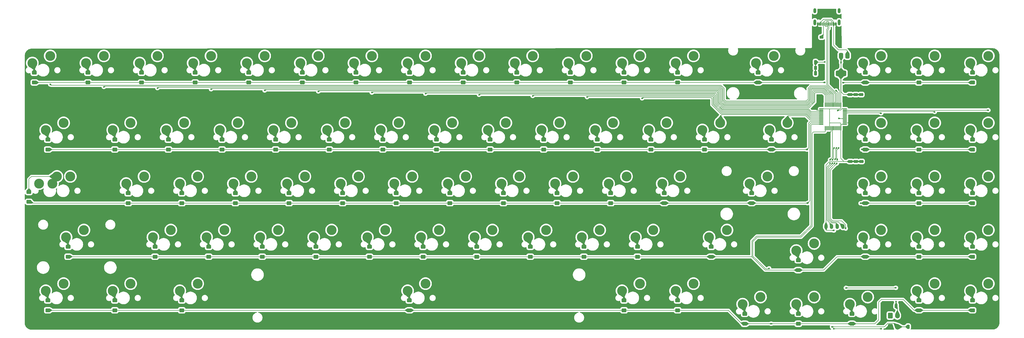
<source format=gbr>
%TF.GenerationSoftware,KiCad,Pcbnew,8.99.0-2194-gb3b7cbcab2*%
%TF.CreationDate,2024-09-18T02:21:13+07:00*%
%TF.ProjectId,Sam_,53616d5f-2e6b-4696-9361-645f70636258,rev?*%
%TF.SameCoordinates,Original*%
%TF.FileFunction,Copper,L2,Bot*%
%TF.FilePolarity,Positive*%
%FSLAX46Y46*%
G04 Gerber Fmt 4.6, Leading zero omitted, Abs format (unit mm)*
G04 Created by KiCad (PCBNEW 8.99.0-2194-gb3b7cbcab2) date 2024-09-18 02:21:13*
%MOMM*%
%LPD*%
G01*
G04 APERTURE LIST*
G04 Aperture macros list*
%AMRoundRect*
0 Rectangle with rounded corners*
0 $1 Rounding radius*
0 $2 $3 $4 $5 $6 $7 $8 $9 X,Y pos of 4 corners*
0 Add a 4 corners polygon primitive as box body*
4,1,4,$2,$3,$4,$5,$6,$7,$8,$9,$2,$3,0*
0 Add four circle primitives for the rounded corners*
1,1,$1+$1,$2,$3*
1,1,$1+$1,$4,$5*
1,1,$1+$1,$6,$7*
1,1,$1+$1,$8,$9*
0 Add four rect primitives between the rounded corners*
20,1,$1+$1,$2,$3,$4,$5,0*
20,1,$1+$1,$4,$5,$6,$7,0*
20,1,$1+$1,$6,$7,$8,$9,0*
20,1,$1+$1,$8,$9,$2,$3,0*%
G04 Aperture macros list end*
%TA.AperFunction,ComponentPad*%
%ADD10O,1.700000X2.000000*%
%TD*%
%TA.AperFunction,ComponentPad*%
%ADD11RoundRect,0.250000X-0.600000X-0.750000X0.600000X-0.750000X0.600000X0.750000X-0.600000X0.750000X0*%
%TD*%
%TA.AperFunction,ComponentPad*%
%ADD12C,3.500000*%
%TD*%
%TA.AperFunction,ComponentPad*%
%ADD13C,0.400000*%
%TD*%
%TA.AperFunction,SMDPad,CuDef*%
%ADD14RoundRect,0.250000X0.600000X-0.400000X0.600000X0.400000X-0.600000X0.400000X-0.600000X-0.400000X0*%
%TD*%
%TA.AperFunction,SMDPad,CuDef*%
%ADD15RoundRect,0.075000X0.075000X-0.662500X0.075000X0.662500X-0.075000X0.662500X-0.075000X-0.662500X0*%
%TD*%
%TA.AperFunction,SMDPad,CuDef*%
%ADD16RoundRect,0.075000X0.662500X-0.075000X0.662500X0.075000X-0.662500X0.075000X-0.662500X-0.075000X0*%
%TD*%
%TA.AperFunction,SMDPad,CuDef*%
%ADD17RoundRect,0.375000X-0.375000X0.625000X-0.375000X-0.625000X0.375000X-0.625000X0.375000X0.625000X0*%
%TD*%
%TA.AperFunction,SMDPad,CuDef*%
%ADD18RoundRect,0.500000X-1.400000X0.500000X-1.400000X-0.500000X1.400000X-0.500000X1.400000X0.500000X0*%
%TD*%
%TA.AperFunction,SMDPad,CuDef*%
%ADD19RoundRect,0.250000X0.262500X0.450000X-0.262500X0.450000X-0.262500X-0.450000X0.262500X-0.450000X0*%
%TD*%
%TA.AperFunction,SMDPad,CuDef*%
%ADD20RoundRect,0.250000X-0.450000X0.262500X-0.450000X-0.262500X0.450000X-0.262500X0.450000X0.262500X0*%
%TD*%
%TA.AperFunction,ComponentPad*%
%ADD21RoundRect,0.250000X-0.350000X-0.625000X0.350000X-0.625000X0.350000X0.625000X-0.350000X0.625000X0*%
%TD*%
%TA.AperFunction,ComponentPad*%
%ADD22O,1.200000X1.750000*%
%TD*%
%TA.AperFunction,SMDPad,CuDef*%
%ADD23RoundRect,0.250000X-0.475000X0.250000X-0.475000X-0.250000X0.475000X-0.250000X0.475000X0.250000X0*%
%TD*%
%TA.AperFunction,SMDPad,CuDef*%
%ADD24RoundRect,0.250000X-0.250000X-0.475000X0.250000X-0.475000X0.250000X0.475000X-0.250000X0.475000X0*%
%TD*%
%TA.AperFunction,ComponentPad*%
%ADD25O,1.000000X1.800000*%
%TD*%
%TA.AperFunction,ComponentPad*%
%ADD26O,1.000000X2.100000*%
%TD*%
%TA.AperFunction,SMDPad,CuDef*%
%ADD27RoundRect,0.150000X-0.150000X-0.425000X0.150000X-0.425000X0.150000X0.425000X-0.150000X0.425000X0*%
%TD*%
%TA.AperFunction,SMDPad,CuDef*%
%ADD28RoundRect,0.075000X-0.075000X-0.500000X0.075000X-0.500000X0.075000X0.500000X-0.075000X0.500000X0*%
%TD*%
%TA.AperFunction,ViaPad*%
%ADD29C,0.600000*%
%TD*%
%TA.AperFunction,Conductor*%
%ADD30C,0.200000*%
%TD*%
G04 APERTURE END LIST*
D10*
%TO.P,SWb\u00F4t1,2,2*%
%TO.N,boot*%
X688010000Y-209320000D03*
D11*
%TO.P,SWb\u00F4t1,1,1*%
%TO.N,+3.3V*%
X685510000Y-209320000D03*
%TD*%
D12*
%TO.P,SW83,2,2*%
%TO.N,C16*%
X720335000Y-197972500D03*
%TO.P,SW83,1,1*%
%TO.N,Net-(D83-A)*%
X713985000Y-200512500D03*
%TD*%
%TO.P,SW82,2,2*%
%TO.N,C15*%
X701285000Y-197972500D03*
%TO.P,SW82,1,1*%
%TO.N,Net-(D82-A)*%
X694935000Y-200512500D03*
%TD*%
%TO.P,SW81,2,2*%
%TO.N,C14*%
X677472500Y-202735000D03*
%TO.P,SW81,1,1*%
%TO.N,Net-(D81-A)*%
X671122500Y-205275000D03*
%TD*%
%TO.P,SW79,2,2*%
%TO.N,C12*%
X658422500Y-202735000D03*
%TO.P,SW79,1,1*%
%TO.N,Net-(D79-A)*%
X652072500Y-205275000D03*
%TD*%
%TO.P,SW78,2,2*%
%TO.N,C11*%
X639372500Y-202735000D03*
%TO.P,SW78,1,1*%
%TO.N,Net-(D78-A)*%
X633022500Y-205275000D03*
%TD*%
%TO.P,SW77,2,2*%
%TO.N,C10*%
X615560000Y-197972500D03*
%TO.P,SW77,1,1*%
%TO.N,Net-(D77-A)*%
X609210000Y-200512500D03*
%TD*%
%TO.P,SW76,2,2*%
%TO.N,C9*%
X596510000Y-197972500D03*
%TO.P,SW76,1,1*%
%TO.N,Net-(D76-A)*%
X590160000Y-200512500D03*
%TD*%
%TO.P,SW73,2,2*%
%TO.N,C6*%
X520310000Y-197972500D03*
%TO.P,SW73,1,1*%
%TO.N,Net-(D73-A)*%
X513960000Y-200512500D03*
%TD*%
%TO.P,SW70,2,2*%
%TO.N,Net-(D35-A)*%
X389341000Y-159872500D03*
%TO.P,SW70,1,1*%
%TO.N,C0*%
X382991000Y-162412500D03*
%TD*%
%TO.P,SW69,2,2*%
%TO.N,C2*%
X439348000Y-197972500D03*
%TO.P,SW69,1,1*%
%TO.N,Net-(D69-A)*%
X432998000Y-200512500D03*
%TD*%
%TO.P,SW68,2,2*%
%TO.N,C1*%
X415535000Y-197972500D03*
%TO.P,SW68,1,1*%
%TO.N,Net-(D68-A)*%
X409185000Y-200512500D03*
%TD*%
%TO.P,SW67,2,2*%
%TO.N,C16*%
X720335000Y-178922500D03*
%TO.P,SW67,1,1*%
%TO.N,Net-(D67-A)*%
X713985000Y-181462500D03*
%TD*%
%TO.P,SW66,2,2*%
%TO.N,C15*%
X701285000Y-178922500D03*
%TO.P,SW66,1,1*%
%TO.N,Net-(D66-A)*%
X694935000Y-181462500D03*
%TD*%
%TO.P,SW65,2,2*%
%TO.N,C14*%
X682235000Y-178922500D03*
%TO.P,SW65,1,1*%
%TO.N,Net-(D65-A)*%
X675885000Y-181462500D03*
%TD*%
%TO.P,SW64,2,2*%
%TO.N,C0*%
X391723000Y-197972500D03*
%TO.P,SW64,1,1*%
%TO.N,Net-(D64-A)*%
X385373000Y-200512500D03*
%TD*%
%TO.P,SW63,2,2*%
%TO.N,C12*%
X658422500Y-183685000D03*
%TO.P,SW63,1,1*%
%TO.N,Net-(D63-A)*%
X652072500Y-186225000D03*
%TD*%
%TO.P,SW62,2,2*%
%TO.N,C11*%
X627466500Y-178922500D03*
%TO.P,SW62,1,1*%
%TO.N,Net-(D62-A)*%
X621116500Y-181462500D03*
%TD*%
%TO.P,SW61,2,2*%
%TO.N,C10*%
X601272500Y-178922500D03*
%TO.P,SW61,1,1*%
%TO.N,Net-(D61-A)*%
X594922500Y-181462500D03*
%TD*%
%TO.P,SW60,2,2*%
%TO.N,C9*%
X582222500Y-178922500D03*
%TO.P,SW60,1,1*%
%TO.N,Net-(D60-A)*%
X575872500Y-181462500D03*
%TD*%
%TO.P,SW59,2,2*%
%TO.N,C8*%
X563172500Y-178922500D03*
%TO.P,SW59,1,1*%
%TO.N,Net-(D59-A)*%
X556822500Y-181462500D03*
%TD*%
%TO.P,SW58,2,2*%
%TO.N,C7*%
X544122500Y-178922500D03*
%TO.P,SW58,1,1*%
%TO.N,Net-(D58-A)*%
X537772500Y-181462500D03*
%TD*%
%TO.P,SW57,2,2*%
%TO.N,C6*%
X525072500Y-178922500D03*
%TO.P,SW57,1,1*%
%TO.N,Net-(D57-A)*%
X518722500Y-181462500D03*
%TD*%
%TO.P,SW56,2,2*%
%TO.N,C5*%
X506022500Y-178922500D03*
%TO.P,SW56,1,1*%
%TO.N,Net-(D56-A)*%
X499672500Y-181462500D03*
%TD*%
%TO.P,SW55,2,2*%
%TO.N,C4*%
X486972500Y-178922500D03*
%TO.P,SW55,1,1*%
%TO.N,Net-(D55-A)*%
X480622500Y-181462500D03*
%TD*%
%TO.P,SW54,2,2*%
%TO.N,C3*%
X467922500Y-178922500D03*
%TO.P,SW54,1,1*%
%TO.N,Net-(D54-A)*%
X461572500Y-181462500D03*
%TD*%
%TO.P,SW53,2,2*%
%TO.N,C2*%
X448872500Y-178922500D03*
%TO.P,SW53,1,1*%
%TO.N,Net-(D53-A)*%
X442522500Y-181462500D03*
%TD*%
%TO.P,SW52,2,2*%
%TO.N,C1*%
X429822500Y-178922500D03*
%TO.P,SW52,1,1*%
%TO.N,Net-(D52-A)*%
X423472500Y-181462500D03*
%TD*%
%TO.P,SW51,2,2*%
%TO.N,C16*%
X720335000Y-159872500D03*
%TO.P,SW51,1,1*%
%TO.N,Net-(D51-A)*%
X713985000Y-162412500D03*
%TD*%
%TO.P,SW50,2,2*%
%TO.N,C15*%
X701285000Y-159872500D03*
%TO.P,SW50,1,1*%
%TO.N,Net-(D50-A)*%
X694935000Y-162412500D03*
%TD*%
%TO.P,SW49,2,2*%
%TO.N,C14*%
X682235000Y-159872500D03*
%TO.P,SW49,1,1*%
%TO.N,Net-(D49-A)*%
X675885000Y-162412500D03*
%TD*%
%TO.P,SW48,2,2*%
%TO.N,C0*%
X398940600Y-178922500D03*
D13*
X398940600Y-177662500D03*
D12*
%TO.P,SW48,1,1*%
%TO.N,Net-(D48-A)*%
X392590600Y-181462500D03*
%TD*%
%TO.P,SW47,2,2*%
%TO.N,C12*%
X641828100Y-159872500D03*
D13*
X641828100Y-158612500D03*
D12*
%TO.P,SW47,1,1*%
%TO.N,Net-(D47-A)*%
X635478100Y-162412500D03*
%TD*%
%TO.P,SW46,2,2*%
%TO.N,C11*%
X610797500Y-159872500D03*
%TO.P,SW46,1,1*%
%TO.N,Net-(D46-A)*%
X604447500Y-162412500D03*
%TD*%
%TO.P,SW45,2,2*%
%TO.N,C10*%
X591747500Y-159872500D03*
%TO.P,SW45,1,1*%
%TO.N,Net-(D45-A)*%
X585397500Y-162412500D03*
%TD*%
%TO.P,SW44,2,2*%
%TO.N,C9*%
X572697500Y-159872500D03*
%TO.P,SW44,1,1*%
%TO.N,Net-(D44-A)*%
X566347500Y-162412500D03*
%TD*%
%TO.P,SW43,2,2*%
%TO.N,C8*%
X553647500Y-159872500D03*
%TO.P,SW43,1,1*%
%TO.N,Net-(D43-A)*%
X547297500Y-162412500D03*
%TD*%
%TO.P,SW42,2,2*%
%TO.N,C7*%
X534597500Y-159872500D03*
%TO.P,SW42,1,1*%
%TO.N,Net-(D42-A)*%
X528247500Y-162412500D03*
%TD*%
%TO.P,SW41,2,2*%
%TO.N,C6*%
X515547500Y-159872500D03*
%TO.P,SW41,1,1*%
%TO.N,Net-(D41-A)*%
X509197500Y-162412500D03*
%TD*%
%TO.P,SW40,2,2*%
%TO.N,C5*%
X496497500Y-159872500D03*
%TO.P,SW40,1,1*%
%TO.N,Net-(D40-A)*%
X490147500Y-162412500D03*
%TD*%
%TO.P,SW39,2,2*%
%TO.N,C4*%
X477447500Y-159872500D03*
%TO.P,SW39,1,1*%
%TO.N,Net-(D39-A)*%
X471097500Y-162412500D03*
%TD*%
%TO.P,SW38,2,2*%
%TO.N,C3*%
X458397500Y-159872500D03*
%TO.P,SW38,1,1*%
%TO.N,Net-(D38-A)*%
X452047500Y-162412500D03*
%TD*%
%TO.P,SW37,2,2*%
%TO.N,C2*%
X439347500Y-159872500D03*
%TO.P,SW37,1,1*%
%TO.N,Net-(D37-A)*%
X432997500Y-162412500D03*
%TD*%
%TO.P,SW36,2,2*%
%TO.N,C1*%
X420297500Y-159872500D03*
%TO.P,SW36,1,1*%
%TO.N,Net-(D36-A)*%
X413947500Y-162412500D03*
%TD*%
%TO.P,SW35,2,2*%
%TO.N,C0*%
X394104000Y-159872500D03*
%TO.P,SW35,1,1*%
%TO.N,Net-(D35-A)*%
X387754000Y-162412500D03*
%TD*%
%TO.P,SW34,2,2*%
%TO.N,C16*%
X720335000Y-140822500D03*
%TO.P,SW34,1,1*%
%TO.N,Net-(D34-A)*%
X713985000Y-143362500D03*
%TD*%
%TO.P,SW33,2,2*%
%TO.N,C15*%
X701285000Y-140822500D03*
%TO.P,SW33,1,1*%
%TO.N,Net-(D33-A)*%
X694935000Y-143362500D03*
%TD*%
%TO.P,SW32,2,2*%
%TO.N,C14*%
X682235000Y-140822500D03*
%TO.P,SW32,1,1*%
%TO.N,Net-(D32-A)*%
X675885000Y-143362500D03*
%TD*%
%TO.P,SW31,2,2*%
%TO.N,C13*%
X648898000Y-140822500D03*
%TO.P,SW31,1,1*%
%TO.N,Net-(D31-A)*%
X642548000Y-143362500D03*
%TD*%
%TO.P,SW30,2,2*%
%TO.N,C12*%
X625085000Y-140822500D03*
%TO.P,SW30,1,1*%
%TO.N,Net-(D30-A)*%
X618735000Y-143362500D03*
%TD*%
%TO.P,SW29,2,2*%
%TO.N,C11*%
X606035000Y-140822500D03*
%TO.P,SW29,1,1*%
%TO.N,Net-(D29-A)*%
X599685000Y-143362500D03*
%TD*%
%TO.P,SW28,2,2*%
%TO.N,C10*%
X586985000Y-140822500D03*
%TO.P,SW28,1,1*%
%TO.N,Net-(D28-A)*%
X580635000Y-143362500D03*
%TD*%
%TO.P,SW27,2,2*%
%TO.N,C9*%
X567935000Y-140822500D03*
%TO.P,SW27,1,1*%
%TO.N,Net-(D27-A)*%
X561585000Y-143362500D03*
%TD*%
%TO.P,SW26,2,2*%
%TO.N,C8*%
X548885000Y-140822500D03*
%TO.P,SW26,1,1*%
%TO.N,Net-(D26-A)*%
X542535000Y-143362500D03*
%TD*%
%TO.P,SW25,2,2*%
%TO.N,C7*%
X529835000Y-140822500D03*
%TO.P,SW25,1,1*%
%TO.N,Net-(D25-A)*%
X523485000Y-143362500D03*
%TD*%
%TO.P,SW24,2,2*%
%TO.N,C6*%
X510785000Y-140822500D03*
%TO.P,SW24,1,1*%
%TO.N,Net-(D24-A)*%
X504435000Y-143362500D03*
%TD*%
%TO.P,SW23,2,2*%
%TO.N,C5*%
X491735000Y-140822500D03*
%TO.P,SW23,1,1*%
%TO.N,Net-(D23-A)*%
X485385000Y-143362500D03*
%TD*%
%TO.P,SW22,2,2*%
%TO.N,C4*%
X472685000Y-140822500D03*
%TO.P,SW22,1,1*%
%TO.N,Net-(D22-A)*%
X466335000Y-143362500D03*
%TD*%
%TO.P,SW21,2,2*%
%TO.N,C3*%
X453635000Y-140822500D03*
%TO.P,SW21,1,1*%
%TO.N,Net-(D21-A)*%
X447285000Y-143362500D03*
%TD*%
%TO.P,SW20,2,2*%
%TO.N,C2*%
X434585000Y-140822500D03*
%TO.P,SW20,1,1*%
%TO.N,Net-(D20-A)*%
X428235000Y-143362500D03*
%TD*%
%TO.P,SW19,2,2*%
%TO.N,C1*%
X415535000Y-140822500D03*
%TO.P,SW19,1,1*%
%TO.N,Net-(D19-A)*%
X409185000Y-143362500D03*
%TD*%
%TO.P,SW18,2,2*%
%TO.N,C0*%
X391723000Y-140822500D03*
%TO.P,SW18,1,1*%
%TO.N,Net-(D18-A)*%
X385373000Y-143362500D03*
%TD*%
%TO.P,SW17,2,2*%
%TO.N,C16*%
X720335000Y-117010000D03*
%TO.P,SW17,1,1*%
%TO.N,Net-(D17-A)*%
X713985000Y-119550000D03*
%TD*%
%TO.P,SW16,2,2*%
%TO.N,C15*%
X701285000Y-117010000D03*
%TO.P,SW16,1,1*%
%TO.N,Net-(D16-A)*%
X694935000Y-119550000D03*
%TD*%
%TO.P,SW15,2,2*%
%TO.N,C14*%
X682235000Y-117010000D03*
%TO.P,SW15,1,1*%
%TO.N,Net-(D15-A)*%
X675885000Y-119550000D03*
%TD*%
%TO.P,SW14,2,2*%
%TO.N,C13*%
X644135000Y-117010000D03*
%TO.P,SW14,1,1*%
%TO.N,Net-(D14-A)*%
X637785000Y-119550000D03*
%TD*%
%TO.P,SW13,2,2*%
%TO.N,C12*%
X615560000Y-117010000D03*
%TO.P,SW13,1,1*%
%TO.N,Net-(D13-A)*%
X609210000Y-119550000D03*
%TD*%
%TO.P,SW12,2,2*%
%TO.N,C11*%
X596510000Y-117010000D03*
%TO.P,SW12,1,1*%
%TO.N,Net-(D12-A)*%
X590160000Y-119550000D03*
%TD*%
%TO.P,SW11,2,2*%
%TO.N,C10*%
X577460000Y-117010000D03*
%TO.P,SW11,1,1*%
%TO.N,Net-(D11-A)*%
X571110000Y-119550000D03*
%TD*%
%TO.P,SW10,2,2*%
%TO.N,C9*%
X558410000Y-117010000D03*
%TO.P,SW10,1,1*%
%TO.N,Net-(D10-A)*%
X552060000Y-119550000D03*
%TD*%
%TO.P,SW9,2,2*%
%TO.N,C8*%
X539360000Y-117010000D03*
%TO.P,SW9,1,1*%
%TO.N,Net-(D9-A)*%
X533010000Y-119550000D03*
%TD*%
%TO.P,SW8,2,2*%
%TO.N,C7*%
X520310000Y-117010000D03*
%TO.P,SW8,1,1*%
%TO.N,Net-(D8-A)*%
X513960000Y-119550000D03*
%TD*%
%TO.P,SW7,2,2*%
%TO.N,C6*%
X501260000Y-117010000D03*
%TO.P,SW7,1,1*%
%TO.N,Net-(D7-A)*%
X494910000Y-119550000D03*
%TD*%
%TO.P,SW6,2,2*%
%TO.N,C5*%
X482210000Y-117010000D03*
%TO.P,SW6,1,1*%
%TO.N,Net-(D6-A)*%
X475860000Y-119550000D03*
%TD*%
%TO.P,SW5,2,2*%
%TO.N,C4*%
X463160000Y-117010000D03*
%TO.P,SW5,1,1*%
%TO.N,Net-(D5-A)*%
X456810000Y-119550000D03*
%TD*%
%TO.P,SW4,2,2*%
%TO.N,C3*%
X444110000Y-117010000D03*
%TO.P,SW4,1,1*%
%TO.N,Net-(D4-A)*%
X437760000Y-119550000D03*
%TD*%
%TO.P,SW3,2,2*%
%TO.N,C2*%
X425060000Y-117010000D03*
%TO.P,SW3,1,1*%
%TO.N,Net-(D3-A)*%
X418710000Y-119550000D03*
%TD*%
%TO.P,SW2,2,2*%
%TO.N,C1*%
X406010000Y-117010000D03*
%TO.P,SW2,1,1*%
%TO.N,Net-(D2-A)*%
X399660000Y-119550000D03*
%TD*%
%TO.P,SW1,2,2*%
%TO.N,C0*%
X386960000Y-117010000D03*
%TO.P,SW1,1,1*%
%TO.N,Net-(D1-A)*%
X380610000Y-119550000D03*
%TD*%
D14*
%TO.P,D48,2,A*%
%TO.N,Net-(D48-A)*%
X393308099Y-184897641D03*
%TO.P,D48,1,K*%
%TO.N,R3*%
X393308099Y-188397641D03*
%TD*%
%TO.P,D56,2,A*%
%TO.N,Net-(D56-A)*%
X500389999Y-184897641D03*
%TO.P,D56,1,K*%
%TO.N,R3*%
X500389999Y-188397641D03*
%TD*%
%TO.P,D54,2,A*%
%TO.N,Net-(D54-A)*%
X462289999Y-184897641D03*
%TO.P,D54,1,K*%
%TO.N,R3*%
X462289999Y-188397641D03*
%TD*%
%TO.P,D51,2,A*%
%TO.N,Net-(D51-A)*%
X714702499Y-165847641D03*
%TO.P,D51,1,K*%
%TO.N,R2*%
X714702499Y-169347641D03*
%TD*%
%TO.P,D46,2,A*%
%TO.N,Net-(D46-A)*%
X605164999Y-165847641D03*
%TO.P,D46,1,K*%
%TO.N,R2*%
X605164999Y-169347641D03*
%TD*%
%TO.P,D57,2,A*%
%TO.N,Net-(D57-A)*%
X519439999Y-184897641D03*
%TO.P,D57,1,K*%
%TO.N,R3*%
X519439999Y-188397641D03*
%TD*%
%TO.P,D55,2,A*%
%TO.N,Net-(D55-A)*%
X481339999Y-184897641D03*
%TO.P,D55,1,K*%
%TO.N,R3*%
X481339999Y-188397641D03*
%TD*%
%TO.P,D47,2,A*%
%TO.N,Net-(D47-A)*%
X636195599Y-165847641D03*
%TO.P,D47,1,K*%
%TO.N,R2*%
X636195599Y-169347641D03*
%TD*%
%TO.P,D53,2,A*%
%TO.N,Net-(D53-A)*%
X443239999Y-184897641D03*
%TO.P,D53,1,K*%
%TO.N,R3*%
X443239999Y-188397641D03*
%TD*%
%TO.P,D52,2,A*%
%TO.N,Net-(D52-A)*%
X424189999Y-184897641D03*
%TO.P,D52,1,K*%
%TO.N,R3*%
X424189999Y-188397641D03*
%TD*%
%TO.P,D50,2,A*%
%TO.N,Net-(D50-A)*%
X695652499Y-165847641D03*
%TO.P,D50,1,K*%
%TO.N,R2*%
X695652499Y-169347641D03*
%TD*%
%TO.P,D49,2,A*%
%TO.N,Net-(D49-A)*%
X676602499Y-165847641D03*
%TO.P,D49,1,K*%
%TO.N,R2*%
X676602499Y-169347641D03*
%TD*%
%TO.P,D39,2,A*%
%TO.N,Net-(D39-A)*%
X471814999Y-165847641D03*
%TO.P,D39,1,K*%
%TO.N,R2*%
X471814999Y-169347641D03*
%TD*%
%TO.P,D36,2,A*%
%TO.N,Net-(D36-A)*%
X414664999Y-165847641D03*
%TO.P,D36,1,K*%
%TO.N,R2*%
X414664999Y-169347641D03*
%TD*%
%TO.P,D33,2,A*%
%TO.N,Net-(D33-A)*%
X695652499Y-146797641D03*
%TO.P,D33,1,K*%
%TO.N,R1*%
X695652499Y-150297641D03*
%TD*%
%TO.P,D29,2,A*%
%TO.N,Net-(D29-A)*%
X600402499Y-146797641D03*
%TO.P,D29,1,K*%
%TO.N,R1*%
X600402499Y-150297641D03*
%TD*%
%TO.P,D44,2,A*%
%TO.N,Net-(D44-A)*%
X567064999Y-165847641D03*
%TO.P,D44,1,K*%
%TO.N,R2*%
X567064999Y-169347641D03*
%TD*%
%TO.P,D42,2,A*%
%TO.N,Net-(D42-A)*%
X528964999Y-165847641D03*
%TO.P,D42,1,K*%
%TO.N,R2*%
X528964999Y-169347641D03*
%TD*%
%TO.P,D41,2,A*%
%TO.N,Net-(D41-A)*%
X509914999Y-165847641D03*
%TO.P,D41,1,K*%
%TO.N,R2*%
X509914999Y-169347641D03*
%TD*%
%TO.P,D35,2,A*%
%TO.N,Net-(D35-A)*%
X379390000Y-165387500D03*
%TO.P,D35,1,K*%
%TO.N,R2*%
X379390000Y-168887500D03*
%TD*%
%TO.P,D34,2,A*%
%TO.N,Net-(D34-A)*%
X714702499Y-146797641D03*
%TO.P,D34,1,K*%
%TO.N,R1*%
X714702499Y-150297641D03*
%TD*%
%TO.P,D32,2,A*%
%TO.N,Net-(D32-A)*%
X676602499Y-146797641D03*
%TO.P,D32,1,K*%
%TO.N,R1*%
X676602499Y-150297641D03*
%TD*%
%TO.P,D31,2,A*%
%TO.N,Net-(D31-A)*%
X643265499Y-146797641D03*
%TO.P,D31,1,K*%
%TO.N,R1*%
X643265499Y-150297641D03*
%TD*%
%TO.P,D30,2,A*%
%TO.N,Net-(D30-A)*%
X619452499Y-146797641D03*
%TO.P,D30,1,K*%
%TO.N,R1*%
X619452499Y-150297641D03*
%TD*%
%TO.P,D26,2,A*%
%TO.N,Net-(D26-A)*%
X543252499Y-146797641D03*
%TO.P,D26,1,K*%
%TO.N,R1*%
X543252499Y-150297641D03*
%TD*%
%TO.P,D28,2,A*%
%TO.N,Net-(D28-A)*%
X581352499Y-146797641D03*
%TO.P,D28,1,K*%
%TO.N,R1*%
X581352499Y-150297641D03*
%TD*%
%TO.P,D38,2,A*%
%TO.N,Net-(D38-A)*%
X452764999Y-165847641D03*
%TO.P,D38,1,K*%
%TO.N,R2*%
X452764999Y-169347641D03*
%TD*%
%TO.P,D43,2,A*%
%TO.N,Net-(D43-A)*%
X548014999Y-165847641D03*
%TO.P,D43,1,K*%
%TO.N,R2*%
X548014999Y-169347641D03*
%TD*%
%TO.P,D40,2,A*%
%TO.N,Net-(D40-A)*%
X490864999Y-165847641D03*
%TO.P,D40,1,K*%
%TO.N,R2*%
X490864999Y-169347641D03*
%TD*%
%TO.P,D45,2,A*%
%TO.N,Net-(D45-A)*%
X586114999Y-165847641D03*
%TO.P,D45,1,K*%
%TO.N,R2*%
X586114999Y-169347641D03*
%TD*%
%TO.P,D37,2,A*%
%TO.N,Net-(D37-A)*%
X433714999Y-165847641D03*
%TO.P,D37,1,K*%
%TO.N,R2*%
X433714999Y-169347641D03*
%TD*%
%TO.P,D27,2,A*%
%TO.N,Net-(D27-A)*%
X562302499Y-146797641D03*
%TO.P,D27,1,K*%
%TO.N,R1*%
X562302499Y-150297641D03*
%TD*%
%TO.P,D24,2,A*%
%TO.N,Net-(D24-A)*%
X505152499Y-146797641D03*
%TO.P,D24,1,K*%
%TO.N,R1*%
X505152499Y-150297641D03*
%TD*%
%TO.P,D21,2,A*%
%TO.N,Net-(D21-A)*%
X448002499Y-146797641D03*
%TO.P,D21,1,K*%
%TO.N,R1*%
X448002499Y-150297641D03*
%TD*%
%TO.P,D20,2,A*%
%TO.N,Net-(D20-A)*%
X428952499Y-146797641D03*
%TO.P,D20,1,K*%
%TO.N,R1*%
X428952499Y-150297641D03*
%TD*%
%TO.P,D19,2,A*%
%TO.N,Net-(D19-A)*%
X409902499Y-146797641D03*
%TO.P,D19,1,K*%
%TO.N,R1*%
X409902499Y-150297641D03*
%TD*%
%TO.P,D18,2,A*%
%TO.N,Net-(D18-A)*%
X386090499Y-146797641D03*
%TO.P,D18,1,K*%
%TO.N,R1*%
X386090499Y-150297641D03*
%TD*%
%TO.P,D15,2,A*%
%TO.N,Net-(D15-A)*%
X676602499Y-122985141D03*
%TO.P,D15,1,K*%
%TO.N,R0*%
X676602499Y-126485141D03*
%TD*%
%TO.P,D14,2,A*%
%TO.N,Net-(D14-A)*%
X638502499Y-122985141D03*
%TO.P,D14,1,K*%
%TO.N,R0*%
X638502499Y-126485141D03*
%TD*%
%TO.P,D16,2,A*%
%TO.N,Net-(D16-A)*%
X695652499Y-122985141D03*
%TO.P,D16,1,K*%
%TO.N,R0*%
X695652499Y-126485141D03*
%TD*%
%TO.P,D17,2,A*%
%TO.N,Net-(D17-A)*%
X714702499Y-122985141D03*
%TO.P,D17,1,K*%
%TO.N,R0*%
X714702499Y-126485141D03*
%TD*%
%TO.P,D13,2,A*%
%TO.N,Net-(D13-A)*%
X609927499Y-122985141D03*
%TO.P,D13,1,K*%
%TO.N,R0*%
X609927499Y-126485141D03*
%TD*%
%TO.P,D9,2,A*%
%TO.N,Net-(D9-A)*%
X533727499Y-122985141D03*
%TO.P,D9,1,K*%
%TO.N,R0*%
X533727499Y-126485141D03*
%TD*%
%TO.P,D8,2,A*%
%TO.N,Net-(D8-A)*%
X514677499Y-122985141D03*
%TO.P,D8,1,K*%
%TO.N,R0*%
X514677499Y-126485141D03*
%TD*%
%TO.P,D11,2,A*%
%TO.N,Net-(D11-A)*%
X571827499Y-122985141D03*
%TO.P,D11,1,K*%
%TO.N,R0*%
X571827499Y-126485141D03*
%TD*%
%TO.P,D23,2,A*%
%TO.N,Net-(D23-A)*%
X486102499Y-146797641D03*
%TO.P,D23,1,K*%
%TO.N,R1*%
X486102499Y-150297641D03*
%TD*%
%TO.P,D22,2,A*%
%TO.N,Net-(D22-A)*%
X467052499Y-146797641D03*
%TO.P,D22,1,K*%
%TO.N,R1*%
X467052499Y-150297641D03*
%TD*%
%TO.P,D12,2,A*%
%TO.N,Net-(D12-A)*%
X590877499Y-122985141D03*
%TO.P,D12,1,K*%
%TO.N,R0*%
X590877499Y-126485141D03*
%TD*%
%TO.P,D25,2,A*%
%TO.N,Net-(D25-A)*%
X524202499Y-146797641D03*
%TO.P,D25,1,K*%
%TO.N,R1*%
X524202499Y-150297641D03*
%TD*%
%TO.P,D7,2,A*%
%TO.N,Net-(D7-A)*%
X495627499Y-122985141D03*
%TO.P,D7,1,K*%
%TO.N,R0*%
X495627499Y-126485141D03*
%TD*%
%TO.P,D5,2,A*%
%TO.N,Net-(D5-A)*%
X457527499Y-122985141D03*
%TO.P,D5,1,K*%
%TO.N,R0*%
X457527499Y-126485141D03*
%TD*%
%TO.P,D6,2,A*%
%TO.N,Net-(D6-A)*%
X476577499Y-122985141D03*
%TO.P,D6,1,K*%
%TO.N,R0*%
X476577499Y-126485141D03*
%TD*%
%TO.P,D3,2,A*%
%TO.N,Net-(D3-A)*%
X419427499Y-122985141D03*
%TO.P,D3,1,K*%
%TO.N,R0*%
X419427499Y-126485141D03*
%TD*%
%TO.P,D1,2,A*%
%TO.N,Net-(D1-A)*%
X381327499Y-122985141D03*
%TO.P,D1,1,K*%
%TO.N,R0*%
X381327499Y-126485141D03*
%TD*%
%TO.P,D10,2,A*%
%TO.N,Net-(D10-A)*%
X552777499Y-122985141D03*
%TO.P,D10,1,K*%
%TO.N,R0*%
X552777499Y-126485141D03*
%TD*%
%TO.P,D2,2,A*%
%TO.N,Net-(D2-A)*%
X400377499Y-122985141D03*
%TO.P,D2,1,K*%
%TO.N,R0*%
X400377499Y-126485141D03*
%TD*%
%TO.P,D4,2,A*%
%TO.N,Net-(D4-A)*%
X438477499Y-122985141D03*
%TO.P,D4,1,K*%
%TO.N,R0*%
X438477499Y-126485141D03*
%TD*%
%TO.P,D83,2,A*%
%TO.N,Net-(D83-A)*%
X714702499Y-203947641D03*
%TO.P,D83,1,K*%
%TO.N,R4*%
X714702499Y-207447641D03*
%TD*%
%TO.P,D82,2,A*%
%TO.N,Net-(D82-A)*%
X695652499Y-203947641D03*
%TO.P,D82,1,K*%
%TO.N,R4*%
X695652499Y-207447641D03*
%TD*%
%TO.P,D79,2,A*%
%TO.N,Net-(D79-A)*%
X652789999Y-208710141D03*
%TO.P,D79,1,K*%
%TO.N,R4*%
X652789999Y-212210141D03*
%TD*%
%TO.P,D69,2,A*%
%TO.N,Net-(D69-A)*%
X433715499Y-203947641D03*
%TO.P,D69,1,K*%
%TO.N,R4*%
X433715499Y-207447641D03*
%TD*%
%TO.P,D61,2,A*%
%TO.N,Net-(D61-A)*%
X595639999Y-184897641D03*
%TO.P,D61,1,K*%
%TO.N,R3*%
X595639999Y-188397641D03*
%TD*%
%TO.P,D68,2,A*%
%TO.N,Net-(D68-A)*%
X409902499Y-203947641D03*
%TO.P,D68,1,K*%
%TO.N,R4*%
X409902499Y-207447641D03*
%TD*%
%TO.P,D62,2,A*%
%TO.N,Net-(D62-A)*%
X621833999Y-184897641D03*
%TO.P,D62,1,K*%
%TO.N,R3*%
X621833999Y-188397641D03*
%TD*%
%TO.P,D64,2,A*%
%TO.N,Net-(D64-A)*%
X386090499Y-203947641D03*
%TO.P,D64,1,K*%
%TO.N,R4*%
X386090499Y-207447641D03*
%TD*%
%TO.P,D63,2,A*%
%TO.N,Net-(D63-A)*%
X652789999Y-189660141D03*
%TO.P,D63,1,K*%
%TO.N,R3*%
X652789999Y-193160141D03*
%TD*%
%TO.P,D58,2,A*%
%TO.N,Net-(D58-A)*%
X538489999Y-184897641D03*
%TO.P,D58,1,K*%
%TO.N,R3*%
X538489999Y-188397641D03*
%TD*%
%TO.P,D60,2,A*%
%TO.N,Net-(D60-A)*%
X576589999Y-184897641D03*
%TO.P,D60,1,K*%
%TO.N,R3*%
X576589999Y-188397641D03*
%TD*%
%TO.P,D77,2,A*%
%TO.N,Net-(D77-A)*%
X609927499Y-203947641D03*
%TO.P,D77,1,K*%
%TO.N,R4*%
X609927499Y-207447641D03*
%TD*%
%TO.P,D76,2,A*%
%TO.N,Net-(D76-A)*%
X590877499Y-203947641D03*
%TO.P,D76,1,K*%
%TO.N,R4*%
X590877499Y-207447641D03*
%TD*%
%TO.P,D66,2,A*%
%TO.N,Net-(D66-A)*%
X695652499Y-184897641D03*
%TO.P,D66,1,K*%
%TO.N,R3*%
X695652499Y-188397641D03*
%TD*%
%TO.P,D59,2,A*%
%TO.N,Net-(D59-A)*%
X557539999Y-184897641D03*
%TO.P,D59,1,K*%
%TO.N,R3*%
X557539999Y-188397641D03*
%TD*%
%TO.P,D67,2,A*%
%TO.N,Net-(D67-A)*%
X714702499Y-184897641D03*
%TO.P,D67,1,K*%
%TO.N,R3*%
X714702499Y-188397641D03*
%TD*%
%TO.P,D65,2,A*%
%TO.N,Net-(D65-A)*%
X676602499Y-184897641D03*
%TO.P,D65,1,K*%
%TO.N,R3*%
X676602499Y-188397641D03*
%TD*%
%TO.P,D78,2,A*%
%TO.N,Net-(D78-A)*%
X633739999Y-208710141D03*
%TO.P,D78,1,K*%
%TO.N,R4*%
X633739999Y-212210141D03*
%TD*%
%TO.P,D73,2,A*%
%TO.N,Net-(D73-A)*%
X514580000Y-203947641D03*
%TO.P,D73,1,K*%
%TO.N,R4*%
X514580000Y-207447641D03*
%TD*%
%TO.P,D81,2,A*%
%TO.N,Net-(D81-A)*%
X671839999Y-208710141D03*
%TO.P,D81,1,K*%
%TO.N,R4*%
X671839999Y-212210141D03*
%TD*%
D15*
%TO.P,U3,1,VBAT*%
%TO.N,+3.3V*%
X667900000Y-142722500D03*
%TO.P,U3,2,PC13*%
%TO.N,unconnected-(U3-PC13-Pad2)*%
X667400000Y-142722500D03*
%TO.P,U3,3,PC14/OSC32_IN*%
%TO.N,unconnected-(U3-PC14{slash}OSC32_IN-Pad3)*%
X666900000Y-142722500D03*
%TO.P,U3,4,PC15/OSC32_OUT*%
%TO.N,unconnected-(U3-PC15{slash}OSC32_OUT-Pad4)*%
X666400000Y-142722500D03*
%TO.P,U3,5,PF0/OSC_IN*%
%TO.N,unconnected-(U3-PF0{slash}OSC_IN-Pad5)*%
X665900000Y-142722500D03*
%TO.P,U3,6,PF1/OSC_OUT*%
%TO.N,unconnected-(U3-PF1{slash}OSC_OUT-Pad6)*%
X665400000Y-142722500D03*
%TO.P,U3,7,NRST*%
%TO.N,RST*%
X664900000Y-142722500D03*
%TO.P,U3,8,VSSA*%
%TO.N,GND*%
X664400000Y-142722500D03*
%TO.P,U3,9,VDDA*%
%TO.N,+3.3V*%
X663900000Y-142722500D03*
%TO.P,U3,10,PA0/ADC_IN0*%
%TO.N,unconnected-(U3-PA0{slash}ADC_IN0-Pad10)*%
X663400000Y-142722500D03*
%TO.P,U3,11,PA1/ADC_IN1*%
%TO.N,unconnected-(U3-PA1{slash}ADC_IN1-Pad11)*%
X662900000Y-142722500D03*
%TO.P,U3,12,PA2/ADC_IN2*%
%TO.N,R4*%
X662400000Y-142722500D03*
D16*
%TO.P,U3,13,PA3/TIM15_CH2/ADC_IN3*%
%TO.N,R3*%
X660987500Y-141310000D03*
%TO.P,U3,14,PA4/TIM14_CH1/ADC_IN4*%
%TO.N,R2*%
X660987500Y-140810000D03*
%TO.P,U3,15,PA5/ADC_IN5/DAC_OUT2*%
%TO.N,R1*%
X660987500Y-140310000D03*
%TO.P,U3,16,PA6/ADC_IN6/TIM3_CH1/TIM16_CH1*%
%TO.N,C13*%
X660987500Y-139810000D03*
%TO.P,U3,17,PA7/TIM3_CH2/TIM14_CH1/ADC_IN7*%
%TO.N,C12*%
X660987500Y-139310000D03*
%TO.P,U3,18,PB0/TIM3_CH3/ADC_IN8*%
%TO.N,C11*%
X660987500Y-138810000D03*
%TO.P,U3,19,PB1/TIM3_CH4/TIM14_CH1/ADC_IN9*%
%TO.N,C10*%
X660987500Y-138310000D03*
%TO.P,U3,20,PB2*%
%TO.N,C9*%
X660987500Y-137810000D03*
%TO.P,U3,21,PB10/SPI2_SCK/I2C2_SCL/TIM2_CH3*%
%TO.N,C8*%
X660987500Y-137310000D03*
%TO.P,U3,22,PB11/TIM2_CH4/I2C2_SDA*%
%TO.N,C7*%
X660987500Y-136810000D03*
%TO.P,U3,23,VSS*%
%TO.N,GND*%
X660987500Y-136310000D03*
%TO.P,U3,24,VDD*%
%TO.N,+3.3V*%
X660987500Y-135810000D03*
D15*
%TO.P,U3,25,PB12*%
%TO.N,C6*%
X662400000Y-134397500D03*
%TO.P,U3,26,SPI2_SCK/I2S2_CK/I2C2_SCL/PB13*%
%TO.N,C5*%
X662900000Y-134397500D03*
%TO.P,U3,27,PB14/SPI2_MISO/I2S2_MCK/I2C2_SDA/TIM15_CH1/PB15*%
%TO.N,C4*%
X663400000Y-134397500D03*
%TO.P,U3,28,SPI2_MOSI/I2S2_SD/PB15*%
%TO.N,C3*%
X663900000Y-134397500D03*
%TO.P,U3,29,TIM1_CH1/PA8*%
%TO.N,C2*%
X664400000Y-134397500D03*
%TO.P,U3,30,TIM1_CH2/PA9*%
%TO.N,C1*%
X664900000Y-134397500D03*
%TO.P,U3,31,TIM1_CH3/PA10*%
%TO.N,C0*%
X665400000Y-134397500D03*
%TO.P,U3,32,USB_DM/TIM1_CH4/PA11*%
%TO.N,D-*%
X665900000Y-134397500D03*
%TO.P,U3,33,USB_DP/PA12*%
%TO.N,D+*%
X666400000Y-134397500D03*
%TO.P,U3,34,SWDIO/PA13*%
%TO.N,DIO*%
X666900000Y-134397500D03*
%TO.P,U3,35,VSS*%
%TO.N,GND*%
X667400000Y-134397500D03*
%TO.P,U3,36,VDDIO2*%
%TO.N,+3.3V*%
X667900000Y-134397500D03*
D16*
%TO.P,U3,37,SWCLK/PA14*%
%TO.N,CLK*%
X669312500Y-135810000D03*
%TO.P,U3,38,PA2*%
%TO.N,C16*%
X669312500Y-136310000D03*
%TO.P,U3,39,SPI1_SCK/I2S1_CK/TIM2_CH2/PB3*%
%TO.N,C15*%
X669312500Y-136810000D03*
%TO.P,U3,40,SPI1_MISO/I2S1_MCK/TIM3_CH1/PB4*%
%TO.N,C14*%
X669312500Y-137310000D03*
%TO.P,U3,41,SPI1_MOSI/I2S1_SD/TIM3_CH2/PB5*%
%TO.N,unconnected-(U3-SPI1_MOSI{slash}I2S1_SD{slash}TIM3_CH2{slash}PB5-Pad41)*%
X669312500Y-137810000D03*
%TO.P,U3,42,I2C1_SCL/PB6*%
%TO.N,unconnected-(U3-I2C1_SCL{slash}PB6-Pad42)*%
X669312500Y-138310000D03*
%TO.P,U3,43,2C1_SDA/PB7*%
%TO.N,unconnected-(U3-2C1_SDA{slash}PB7-Pad43)*%
X669312500Y-138810000D03*
%TO.P,U3,44,BOOT0*%
%TO.N,boot*%
X669312500Y-139310000D03*
%TO.P,U3,45,I2C1_SCL/TIM16_CH1/PB8*%
%TO.N,unconnected-(U3-I2C1_SCL{slash}TIM16_CH1{slash}PB8-Pad45)*%
X669312500Y-139810000D03*
%TO.P,U3,46,SPI2_NSS/I2S2_WS/I2C1_SDA/TIM17_CH1/PB9*%
%TO.N,unconnected-(U3-SPI2_NSS{slash}I2S2_WS{slash}I2C1_SDA{slash}TIM17_CH1{slash}PB9-Pad46)*%
X669312500Y-140310000D03*
%TO.P,U3,47,VSS*%
%TO.N,GND*%
X669312500Y-140810000D03*
%TO.P,U3,48,VDD*%
%TO.N,+3.3V*%
X669312500Y-141310000D03*
%TD*%
D17*
%TO.P,U2,1,ADJ*%
%TO.N,GND*%
X665690000Y-116960000D03*
%TO.P,U2,2,VO*%
%TO.N,+3.3V*%
X667990000Y-116960000D03*
D18*
X667990000Y-123260000D03*
D17*
%TO.P,U2,3,VI*%
%TO.N,+5V*%
X670290000Y-116960000D03*
%TD*%
D11*
%TO.P,SWb\u00F4trst1,1,1*%
%TO.N,GND*%
X685520000Y-213330000D03*
D10*
%TO.P,SWb\u00F4trst1,2,2*%
%TO.N,RST*%
X688020000Y-213330000D03*
%TD*%
D19*
%TO.P,R2,1*%
%TO.N,boot*%
X687572500Y-205920000D03*
%TO.P,R2,2*%
%TO.N,GND*%
X685747500Y-205920000D03*
%TD*%
D20*
%TO.P,R1,1*%
%TO.N,Net-(J1-CC1)*%
X661060000Y-110337500D03*
%TO.P,R1,2*%
%TO.N,GND*%
X661060000Y-112162500D03*
%TD*%
D21*
%TO.P,J2,1,Pin_1*%
%TO.N,GND*%
X660630000Y-177630000D03*
D22*
%TO.P,J2,2,Pin_2*%
%TO.N,+3.3V*%
X662630000Y-177630000D03*
%TO.P,J2,3,Pin_3*%
%TO.N,RST*%
X664630000Y-177630000D03*
%TO.P,J2,4,Pin_4*%
%TO.N,DIO*%
X666630000Y-177630000D03*
%TO.P,J2,5,Pin_5*%
%TO.N,CLK*%
X668630000Y-177630000D03*
%TD*%
D23*
%TO.P,C10,1*%
%TO.N,GND*%
X675230000Y-152635000D03*
%TO.P,C10,2*%
%TO.N,+3.3V*%
X675230000Y-154535000D03*
%TD*%
%TO.P,C9,1*%
%TO.N,GND*%
X673255000Y-152635000D03*
%TO.P,C9,2*%
%TO.N,+3.3V*%
X673255000Y-154535000D03*
%TD*%
%TO.P,C8,1*%
%TO.N,GND*%
X675150000Y-128855000D03*
%TO.P,C8,2*%
%TO.N,+3.3V*%
X675150000Y-130755000D03*
%TD*%
%TO.P,C7,1*%
%TO.N,GND*%
X673185000Y-128860000D03*
%TO.P,C7,2*%
%TO.N,+3.3V*%
X673185000Y-130760000D03*
%TD*%
%TO.P,C6,1*%
%TO.N,GND*%
X671220000Y-128860000D03*
%TO.P,C6,2*%
%TO.N,+3.3V*%
X671220000Y-130760000D03*
%TD*%
%TO.P,C5,1*%
%TO.N,GND*%
X671285000Y-152640000D03*
%TO.P,C5,2*%
%TO.N,+3.3V*%
X671285000Y-154540000D03*
%TD*%
D24*
%TO.P,C4,1*%
%TO.N,GND*%
X657015000Y-119245000D03*
%TO.P,C4,2*%
%TO.N,+3.3V*%
X658915000Y-119245000D03*
%TD*%
%TO.P,C3,1*%
%TO.N,GND*%
X657030000Y-121250000D03*
%TO.P,C3,2*%
%TO.N,+3.3V*%
X658930000Y-121250000D03*
%TD*%
%TO.P,C2,1*%
%TO.N,GND*%
X657030000Y-123245000D03*
%TO.P,C2,2*%
%TO.N,+3.3V*%
X658930000Y-123245000D03*
%TD*%
%TO.P,C1,1*%
%TO.N,RST*%
X691840000Y-213290000D03*
%TO.P,C1,2*%
%TO.N,GND*%
X693740000Y-213290000D03*
%TD*%
D25*
%TO.P,J1,S1,SHIELD*%
%TO.N,unconnected-(J1-SHIELD-PadS1)*%
X667272500Y-100927500D03*
D26*
%TO.N,unconnected-(J1-SHIELD-PadS1)_3*%
X667272500Y-105107500D03*
D25*
%TO.N,unconnected-(J1-SHIELD-PadS1)_2*%
X658632500Y-100927500D03*
D26*
%TO.N,unconnected-(J1-SHIELD-PadS1)_1*%
X658632500Y-105107500D03*
D27*
%TO.P,J1,B12,GND*%
%TO.N,GND*%
X659752500Y-105682500D03*
%TO.P,J1,B9,VBUS*%
%TO.N,+5V*%
X660552500Y-105682500D03*
D28*
%TO.P,J1,B8,SBU2*%
%TO.N,unconnected-(J1-SBU2-PadB8)*%
X661202500Y-105682500D03*
%TO.P,J1,B7,D-*%
%TO.N,D-*%
X662202500Y-105682500D03*
%TO.P,J1,B6,D+*%
%TO.N,D+*%
X663702500Y-105682500D03*
%TO.P,J1,B5,CC2*%
%TO.N,Net-(J1-CC1)*%
X664702500Y-105682500D03*
D27*
%TO.P,J1,B4,VBUS*%
%TO.N,+5V*%
X665352500Y-105682500D03*
%TO.P,J1,B1,GND*%
%TO.N,GND*%
X666152500Y-105682500D03*
%TO.P,J1,A12,GND*%
X666152500Y-105682500D03*
%TO.P,J1,A9,VBUS*%
%TO.N,+5V*%
X665352500Y-105682500D03*
D28*
%TO.P,J1,A8,SBU1*%
%TO.N,unconnected-(J1-SBU1-PadA8)*%
X664202500Y-105682500D03*
%TO.P,J1,A7,D-*%
%TO.N,D-*%
X663202500Y-105682500D03*
%TO.P,J1,A6,D+*%
%TO.N,D+*%
X662702500Y-105682500D03*
%TO.P,J1,A5,CC1*%
%TO.N,Net-(J1-CC1)*%
X661702500Y-105682500D03*
D27*
%TO.P,J1,A4,VBUS*%
%TO.N,+5V*%
X660552500Y-105682500D03*
%TO.P,J1,A1,GND*%
%TO.N,GND*%
X659752500Y-105682500D03*
%TD*%
D29*
%TO.N,GND*%
X659950000Y-113820000D03*
X660680000Y-152940000D03*
X662030000Y-147720000D03*
X660150000Y-133940000D03*
X672190000Y-133740000D03*
X664650000Y-122780000D03*
X664670000Y-114740000D03*
X667230000Y-112910000D03*
X669180000Y-128090000D03*
X666620000Y-127700000D03*
%TO.N,boot*%
X687560000Y-204340000D03*
X687490000Y-199440000D03*
X669740000Y-199480000D03*
X669627994Y-178367612D03*
X666493282Y-155233244D03*
X666646969Y-153940001D03*
X667155074Y-149697642D03*
X667220000Y-139240000D03*
%TO.N,CLK*%
X666820000Y-136430000D03*
X666349803Y-149696368D03*
X665865356Y-153769458D03*
X665698733Y-155140000D03*
%TO.N,DIO*%
X664898730Y-155140000D03*
X665500000Y-149697641D03*
X664928527Y-153940000D03*
X666220000Y-129340000D03*
%TO.N,+3.3V*%
X665460000Y-179060000D03*
X665360000Y-213970000D03*
X682280000Y-213988287D03*
%TO.N,RST*%
X664780000Y-213340000D03*
X664080000Y-153940000D03*
X664099265Y-155169265D03*
%TO.N,R2*%
X674930000Y-169380000D03*
X656112359Y-169347641D03*
%TO.N,R1*%
X675380000Y-150260000D03*
X655922359Y-150297641D03*
%TO.N,R4*%
X642430000Y-192560141D03*
X643150000Y-212210141D03*
%TO.N,R0*%
X668700000Y-126570000D03*
X662210000Y-126420000D03*
%TO.N,C14*%
X682235000Y-137410000D03*
%TO.N,C15*%
X701285000Y-136910000D03*
%TO.N,C16*%
X720335000Y-136310000D03*
%TO.N,C11*%
X597296250Y-132083750D03*
%TO.N,C10*%
X577726250Y-131635141D03*
%TO.N,C9*%
X558410000Y-131235141D03*
%TO.N,C8*%
X539360000Y-130835141D03*
%TO.N,C7*%
X520310000Y-130435141D03*
%TO.N,C6*%
X501260000Y-130035141D03*
%TO.N,C5*%
X482210000Y-129650000D03*
%TO.N,C4*%
X463160000Y-129270000D03*
%TO.N,C3*%
X444110000Y-128835142D03*
%TO.N,C2*%
X425060000Y-128435141D03*
%TO.N,C1*%
X406010000Y-128035141D03*
%TO.N,C0*%
X386960000Y-127150000D03*
%TO.N,+3.3V*%
X667990000Y-119300000D03*
X662265000Y-119170000D03*
%TD*%
D30*
%TO.N,Net-(D35-A)*%
X387754000Y-161459500D02*
X387754000Y-162412500D01*
X389341000Y-159872500D02*
X387754000Y-161459500D01*
%TO.N,Net-(D47-A)*%
X636195599Y-163129999D02*
X635478100Y-162412500D01*
X636195599Y-165847641D02*
X636195599Y-163129999D01*
%TO.N,R2*%
X379850141Y-169347641D02*
X379390000Y-168887500D01*
X605164999Y-169347641D02*
X379850141Y-169347641D01*
X636195599Y-169347641D02*
X605164999Y-169347641D01*
%TO.N,GND*%
X664400000Y-144000000D02*
X664070000Y-144330000D01*
X664400000Y-142722500D02*
X664400000Y-144000000D01*
X671010000Y-140810000D02*
X671050000Y-140850000D01*
X669312500Y-140810000D02*
X671010000Y-140810000D01*
X659400000Y-136310000D02*
X659070000Y-135980000D01*
X660987500Y-136310000D02*
X659400000Y-136310000D01*
X667400000Y-129060000D02*
X666900000Y-128560000D01*
X667400000Y-134397500D02*
X667400000Y-129060000D01*
%TO.N,Net-(D18-A)*%
X386090499Y-144079999D02*
X385373000Y-143362500D01*
X386090499Y-146797641D02*
X386090499Y-144079999D01*
%TO.N,Net-(D19-A)*%
X409902499Y-144079999D02*
X409185000Y-143362500D01*
X409902499Y-146797641D02*
X409902499Y-144079999D01*
%TO.N,Net-(D20-A)*%
X428952499Y-144079999D02*
X428235000Y-143362500D01*
X428952499Y-146797641D02*
X428952499Y-144079999D01*
%TO.N,Net-(D21-A)*%
X448002499Y-144079999D02*
X447285000Y-143362500D01*
X448002499Y-146797641D02*
X448002499Y-144079999D01*
%TO.N,Net-(D22-A)*%
X467052499Y-144079999D02*
X466335000Y-143362500D01*
X467052499Y-146797641D02*
X467052499Y-144079999D01*
%TO.N,Net-(D23-A)*%
X486102499Y-144079999D02*
X485385000Y-143362500D01*
X486102499Y-146797641D02*
X486102499Y-144079999D01*
%TO.N,Net-(D24-A)*%
X505152499Y-144079999D02*
X504435000Y-143362500D01*
X505152499Y-146797641D02*
X505152499Y-144079999D01*
%TO.N,Net-(D25-A)*%
X524202499Y-144079999D02*
X523485000Y-143362500D01*
X524202499Y-146797641D02*
X524202499Y-144079999D01*
%TO.N,Net-(D26-A)*%
X543252499Y-146797641D02*
X543252499Y-144079999D01*
X543252499Y-144079999D02*
X542535000Y-143362500D01*
%TO.N,Net-(D27-A)*%
X562302499Y-144079999D02*
X561585000Y-143362500D01*
X562302499Y-146797641D02*
X562302499Y-144079999D01*
%TO.N,Net-(D28-A)*%
X581352499Y-144079999D02*
X580635000Y-143362500D01*
X581352499Y-146797641D02*
X581352499Y-144079999D01*
%TO.N,Net-(D29-A)*%
X600402499Y-144079999D02*
X599685000Y-143362500D01*
X600402499Y-146797641D02*
X600402499Y-144079999D01*
%TO.N,Net-(D30-A)*%
X619452499Y-144079999D02*
X618735000Y-143362500D01*
X619452499Y-146797641D02*
X619452499Y-144079999D01*
%TO.N,Net-(D31-A)*%
X643265499Y-146797641D02*
X643265499Y-144079999D01*
X643265499Y-144079999D02*
X642548000Y-143362500D01*
%TO.N,Net-(D38-A)*%
X452764999Y-163129999D02*
X452047500Y-162412500D01*
X452764999Y-165847641D02*
X452764999Y-163129999D01*
%TO.N,Net-(D37-A)*%
X433714999Y-163129999D02*
X432997500Y-162412500D01*
X433714999Y-165847641D02*
X433714999Y-163129999D01*
%TO.N,Net-(D36-A)*%
X414664999Y-163129999D02*
X413947500Y-162412500D01*
X414664999Y-165847641D02*
X414664999Y-163129999D01*
%TO.N,Net-(D35-A)*%
X380277500Y-159872500D02*
X389341000Y-159872500D01*
X379390000Y-160760000D02*
X380277500Y-159872500D01*
X379390000Y-165387500D02*
X379390000Y-160760000D01*
%TO.N,Net-(D69-A)*%
X433715499Y-201229999D02*
X432998000Y-200512500D01*
X433715499Y-203947641D02*
X433715499Y-201229999D01*
%TO.N,Net-(D68-A)*%
X409902499Y-201229999D02*
X409185000Y-200512500D01*
X409902499Y-203947641D02*
X409902499Y-201229999D01*
%TO.N,Net-(D64-A)*%
X386090499Y-203947641D02*
X386090499Y-201229999D01*
X386090499Y-201229999D02*
X385373000Y-200512500D01*
%TO.N,Net-(D48-A)*%
X393308099Y-182179999D02*
X392590600Y-181462500D01*
X393308099Y-184897641D02*
X393308099Y-182179999D01*
%TO.N,Net-(D52-A)*%
X424189999Y-182179999D02*
X423472500Y-181462500D01*
X424189999Y-184897641D02*
X424189999Y-182179999D01*
%TO.N,Net-(D53-A)*%
X443239999Y-182179999D02*
X442522500Y-181462500D01*
X443239999Y-184897641D02*
X443239999Y-182179999D01*
%TO.N,Net-(D58-A)*%
X538489999Y-182179999D02*
X537772500Y-181462500D01*
X538489999Y-184897641D02*
X538489999Y-182179999D01*
%TO.N,Net-(D56-A)*%
X500389999Y-182179999D02*
X499672500Y-181462500D01*
X500389999Y-184897641D02*
X500389999Y-182179999D01*
%TO.N,Net-(D55-A)*%
X481339999Y-182179999D02*
X480622500Y-181462500D01*
X481339999Y-184897641D02*
X481339999Y-182179999D01*
%TO.N,Net-(D54-A)*%
X462289999Y-182179999D02*
X461572500Y-181462500D01*
X462289999Y-184897641D02*
X462289999Y-182179999D01*
%TO.N,Net-(D39-A)*%
X471814999Y-163129999D02*
X471097500Y-162412500D01*
X471814999Y-165847641D02*
X471814999Y-163129999D01*
%TO.N,Net-(D40-A)*%
X490864999Y-163129999D02*
X490147500Y-162412500D01*
X490864999Y-165847641D02*
X490864999Y-163129999D01*
%TO.N,Net-(D41-A)*%
X509914999Y-163129999D02*
X509197500Y-162412500D01*
X509914999Y-165847641D02*
X509914999Y-163129999D01*
%TO.N,Net-(D73-A)*%
X514580000Y-201132500D02*
X513960000Y-200512500D01*
X514580000Y-203947641D02*
X514580000Y-201132500D01*
%TO.N,Net-(D42-A)*%
X528964999Y-163129999D02*
X528247500Y-162412500D01*
X528964999Y-165847641D02*
X528964999Y-163129999D01*
%TO.N,Net-(D46-A)*%
X605164999Y-163129999D02*
X604447500Y-162412500D01*
X605164999Y-165847641D02*
X605164999Y-163129999D01*
%TO.N,Net-(D45-A)*%
X586114999Y-163129999D02*
X585397500Y-162412500D01*
X586114999Y-165847641D02*
X586114999Y-163129999D01*
%TO.N,Net-(D44-A)*%
X567064999Y-165847641D02*
X567064999Y-163129999D01*
X567064999Y-163129999D02*
X566347500Y-162412500D01*
%TO.N,Net-(D43-A)*%
X548014999Y-163129999D02*
X547297500Y-162412500D01*
X548014999Y-165847641D02*
X548014999Y-163129999D01*
%TO.N,Net-(D59-A)*%
X557539999Y-182179999D02*
X556822500Y-181462500D01*
X557539999Y-184897641D02*
X557539999Y-182179999D01*
%TO.N,Net-(D60-A)*%
X576589999Y-182179999D02*
X575872500Y-181462500D01*
X576589999Y-184897641D02*
X576589999Y-182179999D01*
%TO.N,Net-(D62-A)*%
X621833999Y-182179999D02*
X621116500Y-181462500D01*
X621833999Y-184897641D02*
X621833999Y-182179999D01*
%TO.N,Net-(D61-A)*%
X595639999Y-184897641D02*
X595639999Y-182179999D01*
X595639999Y-182179999D02*
X594922500Y-181462500D01*
%TO.N,Net-(D76-A)*%
X590877499Y-201229999D02*
X590160000Y-200512500D01*
X590877499Y-203947641D02*
X590877499Y-201229999D01*
%TO.N,Net-(D77-A)*%
X609927499Y-201229999D02*
X609210000Y-200512500D01*
X609927499Y-203947641D02*
X609927499Y-201229999D01*
%TO.N,Net-(D78-A)*%
X633739999Y-205992499D02*
X633022500Y-205275000D01*
X633739999Y-208710141D02*
X633739999Y-205992499D01*
%TO.N,Net-(D63-A)*%
X652789999Y-189660141D02*
X652789999Y-186942499D01*
X652789999Y-186942499D02*
X652072500Y-186225000D01*
%TO.N,Net-(D79-A)*%
X652789999Y-205992499D02*
X652072500Y-205275000D01*
X652789999Y-208710141D02*
X652789999Y-205992499D01*
%TO.N,Net-(D81-A)*%
X671839999Y-205992499D02*
X671122500Y-205275000D01*
X671839999Y-208710141D02*
X671839999Y-205992499D01*
%TO.N,Net-(D83-A)*%
X714702499Y-201229999D02*
X713985000Y-200512500D01*
X714702499Y-203947641D02*
X714702499Y-201229999D01*
%TO.N,Net-(D82-A)*%
X695652499Y-201229999D02*
X694935000Y-200512500D01*
X695652499Y-203947641D02*
X695652499Y-201229999D01*
%TO.N,Net-(D65-A)*%
X676602499Y-182179999D02*
X675885000Y-181462500D01*
X676602499Y-184897641D02*
X676602499Y-182179999D01*
%TO.N,Net-(D66-A)*%
X695652499Y-182179999D02*
X694935000Y-181462500D01*
X695652499Y-184897641D02*
X695652499Y-182179999D01*
%TO.N,Net-(D67-A)*%
X714702499Y-182179999D02*
X713985000Y-181462500D01*
X714702499Y-184897641D02*
X714702499Y-182179999D01*
%TO.N,Net-(D51-A)*%
X714702499Y-163129999D02*
X713985000Y-162412500D01*
X714702499Y-165847641D02*
X714702499Y-163129999D01*
%TO.N,Net-(D50-A)*%
X695652499Y-163129999D02*
X694935000Y-162412500D01*
X695652499Y-165847641D02*
X695652499Y-163129999D01*
%TO.N,Net-(D49-A)*%
X676602499Y-163129999D02*
X675885000Y-162412500D01*
X676602499Y-165847641D02*
X676602499Y-163129999D01*
%TO.N,Net-(D32-A)*%
X676602499Y-144079999D02*
X675885000Y-143362500D01*
X676602499Y-146797641D02*
X676602499Y-144079999D01*
%TO.N,Net-(D33-A)*%
X695652499Y-146797641D02*
X695652499Y-144079999D01*
X695652499Y-144079999D02*
X694935000Y-143362500D01*
%TO.N,Net-(D34-A)*%
X714702499Y-144079999D02*
X713985000Y-143362500D01*
X714702499Y-146797641D02*
X714702499Y-144079999D01*
%TO.N,Net-(D17-A)*%
X714702499Y-120267499D02*
X713985000Y-119550000D01*
X714702499Y-122985141D02*
X714702499Y-120267499D01*
%TO.N,Net-(D16-A)*%
X695652499Y-120267499D02*
X694935000Y-119550000D01*
X695652499Y-122985141D02*
X695652499Y-120267499D01*
%TO.N,Net-(D15-A)*%
X676602499Y-120267499D02*
X675885000Y-119550000D01*
X676602499Y-122985141D02*
X676602499Y-120267499D01*
%TO.N,Net-(D14-A)*%
X638502499Y-120267499D02*
X637785000Y-119550000D01*
X638502499Y-122985141D02*
X638502499Y-120267499D01*
%TO.N,Net-(D13-A)*%
X609927499Y-120267499D02*
X609210000Y-119550000D01*
X609927499Y-122985141D02*
X609927499Y-120267499D01*
%TO.N,Net-(D12-A)*%
X590877499Y-122985141D02*
X590877499Y-120267499D01*
X590877499Y-120267499D02*
X590160000Y-119550000D01*
%TO.N,Net-(D11-A)*%
X571827499Y-120267499D02*
X571110000Y-119550000D01*
X571827499Y-122985141D02*
X571827499Y-120267499D01*
%TO.N,Net-(D10-A)*%
X552777499Y-120267499D02*
X552060000Y-119550000D01*
X552777499Y-122985141D02*
X552777499Y-120267499D01*
%TO.N,Net-(D9-A)*%
X533727499Y-122985141D02*
X533727499Y-120267499D01*
X533727499Y-120267499D02*
X533010000Y-119550000D01*
%TO.N,Net-(D8-A)*%
X514677499Y-120267499D02*
X513960000Y-119550000D01*
X514677499Y-122985141D02*
X514677499Y-120267499D01*
%TO.N,Net-(D7-A)*%
X495627499Y-122985141D02*
X495627499Y-120267499D01*
X495627499Y-120267499D02*
X494910000Y-119550000D01*
%TO.N,Net-(D6-A)*%
X476577499Y-120267499D02*
X475860000Y-119550000D01*
X476577499Y-122985141D02*
X476577499Y-120267499D01*
%TO.N,Net-(D5-A)*%
X457527499Y-120267499D02*
X456810000Y-119550000D01*
X457527499Y-122985141D02*
X457527499Y-120267499D01*
%TO.N,Net-(D4-A)*%
X438477499Y-120267499D02*
X437760000Y-119550000D01*
X438477499Y-122985141D02*
X438477499Y-120267499D01*
%TO.N,Net-(D3-A)*%
X419427499Y-120267499D02*
X418710000Y-119550000D01*
X419427499Y-122985141D02*
X419427499Y-120267499D01*
%TO.N,Net-(D2-A)*%
X400377499Y-120267499D02*
X399660000Y-119550000D01*
X400377499Y-122985141D02*
X400377499Y-120267499D01*
%TO.N,Net-(D1-A)*%
X381327499Y-120267499D02*
X380610000Y-119550000D01*
X381327499Y-122985141D02*
X381327499Y-120267499D01*
%TO.N,boot*%
X687560000Y-205907500D02*
X687572500Y-205920000D01*
X687560000Y-204340000D02*
X687560000Y-205907500D01*
X687450000Y-199480000D02*
X687490000Y-199440000D01*
X669740000Y-199480000D02*
X687450000Y-199480000D01*
X668167792Y-175620000D02*
X669627994Y-177080202D01*
X664985686Y-175620000D02*
X666360000Y-175620000D01*
X664732843Y-175367157D02*
X664985686Y-175620000D01*
X664230000Y-174864314D02*
X664732843Y-175367157D01*
X669627994Y-177080202D02*
X669627994Y-178367612D01*
X664230000Y-174700000D02*
X664230000Y-174864314D01*
X666360000Y-175620000D02*
X668167792Y-175620000D01*
X664230000Y-157496526D02*
X666493282Y-155233244D01*
X664230000Y-174700000D02*
X664230000Y-157496526D01*
X666500000Y-153793032D02*
X666646969Y-153940001D01*
X666500000Y-150380000D02*
X666500000Y-153793032D01*
X666514700Y-150380000D02*
X666500000Y-150380000D01*
X667155074Y-149739626D02*
X666514700Y-150380000D01*
X667155074Y-149697642D02*
X667155074Y-149739626D01*
X667290000Y-139310000D02*
X667220000Y-139240000D01*
X669312500Y-139310000D02*
X667290000Y-139310000D01*
X688010000Y-209320000D02*
X688010000Y-206357500D01*
X688010000Y-206357500D02*
X687572500Y-205920000D01*
%TO.N,RST*%
X663030000Y-175420000D02*
X664630000Y-177020000D01*
X664099265Y-155452109D02*
X663030000Y-156521374D01*
X663030000Y-156521374D02*
X663030000Y-175420000D01*
X664099265Y-155169265D02*
X664099265Y-155452109D01*
X664630000Y-177020000D02*
X664630000Y-177630000D01*
%TO.N,CLK*%
X667020000Y-176020000D02*
X668630000Y-177630000D01*
X663830000Y-157057258D02*
X663830000Y-175030000D01*
X664933629Y-155953629D02*
X663830000Y-157057258D01*
X663830000Y-175030000D02*
X664820000Y-176020000D01*
X665698733Y-155188526D02*
X664933629Y-155953629D01*
X665698733Y-155140000D02*
X665698733Y-155188526D01*
X664820000Y-176020000D02*
X667020000Y-176020000D01*
%TO.N,DIO*%
X666630000Y-176820000D02*
X666630000Y-177630000D01*
X666230000Y-176420000D02*
X666630000Y-176820000D01*
X664650000Y-176420000D02*
X666230000Y-176420000D01*
X663430000Y-156687060D02*
X663430000Y-175200000D01*
X663430000Y-175200000D02*
X664650000Y-176420000D01*
X664393530Y-155723530D02*
X663430000Y-156687060D01*
X664898730Y-155140000D02*
X664898730Y-155218329D01*
X664898730Y-155218329D02*
X664393530Y-155723530D01*
%TO.N,CLK*%
X668460000Y-135810000D02*
X669312500Y-135810000D01*
X668450000Y-135800000D02*
X668460000Y-135810000D01*
X668330000Y-135800000D02*
X668450000Y-135800000D01*
X667900000Y-136230000D02*
X668330000Y-135800000D01*
X667020000Y-136230000D02*
X667900000Y-136230000D01*
X666820000Y-136430000D02*
X667020000Y-136230000D01*
X666100000Y-149946171D02*
X666349803Y-149696368D01*
X666100000Y-153534814D02*
X666100000Y-149946171D01*
X665865356Y-153769458D02*
X666100000Y-153534814D01*
%TO.N,DIO*%
X665300000Y-153568527D02*
X664928527Y-153940000D01*
X665300000Y-149897641D02*
X665300000Y-153568527D01*
X665500000Y-149697641D02*
X665300000Y-149897641D01*
X666900000Y-130020000D02*
X666220000Y-129340000D01*
X666900000Y-134397500D02*
X666900000Y-130020000D01*
%TO.N,+3.3V*%
X662810000Y-179060000D02*
X662630000Y-178880000D01*
X665460000Y-179060000D02*
X662810000Y-179060000D01*
X662630000Y-178880000D02*
X662630000Y-177630000D01*
X682280000Y-213988287D02*
X665378287Y-213988287D01*
X665378287Y-213988287D02*
X665360000Y-213970000D01*
%TO.N,RST*%
X688060000Y-213290000D02*
X688020000Y-213330000D01*
X691840000Y-213290000D02*
X688060000Y-213290000D01*
X686720000Y-212030000D02*
X688020000Y-213330000D01*
X683375256Y-213340000D02*
X684685256Y-212030000D01*
X684685256Y-212030000D02*
X686720000Y-212030000D01*
X664780000Y-213340000D02*
X683375256Y-213340000D01*
X664900000Y-153120000D02*
X664080000Y-153940000D01*
X664900000Y-142722500D02*
X664900000Y-153120000D01*
%TO.N,+3.3V*%
X663880000Y-154540000D02*
X668990000Y-154540000D01*
X662630000Y-155790000D02*
X663880000Y-154540000D01*
X662630000Y-177630000D02*
X662630000Y-155790000D01*
X673255000Y-154535000D02*
X675230000Y-154535000D01*
X673250000Y-154540000D02*
X673255000Y-154535000D01*
X671285000Y-154540000D02*
X673250000Y-154540000D01*
X668990000Y-154540000D02*
X671285000Y-154540000D01*
X667900000Y-153450000D02*
X668990000Y-154540000D01*
X667900000Y-142722500D02*
X667900000Y-153450000D01*
%TO.N,R2*%
X676570140Y-169380000D02*
X676602499Y-169347641D01*
X674930000Y-169380000D02*
X676570140Y-169380000D01*
%TO.N,R1*%
X676564858Y-150260000D02*
X676602499Y-150297641D01*
X675380000Y-150260000D02*
X676564858Y-150260000D01*
%TO.N,R4*%
X642230000Y-192760141D02*
X642430000Y-192560141D01*
X642040000Y-192760141D02*
X642230000Y-192760141D01*
X641225827Y-192760141D02*
X642040000Y-192760141D01*
X640972843Y-192507157D02*
X641225827Y-192760141D01*
X638087843Y-189622157D02*
X640972843Y-192507157D01*
X636697641Y-184700000D02*
X636697641Y-188231955D01*
X636697641Y-182978045D02*
X636697641Y-184700000D01*
X637682843Y-181992843D02*
X636697641Y-182978045D01*
X633739999Y-212210141D02*
X643150000Y-212210141D01*
X638195686Y-181480000D02*
X637682843Y-181992843D01*
X653765686Y-181480000D02*
X653434314Y-181480000D01*
X654422843Y-180822843D02*
X653765686Y-181480000D01*
X657700000Y-177545686D02*
X654422843Y-180822843D01*
X662230000Y-144060000D02*
X658200000Y-144060000D01*
X636697641Y-188231955D02*
X638087843Y-189622157D01*
X658200000Y-144060000D02*
X657860000Y-144400000D01*
X657700000Y-145580000D02*
X657700000Y-177545686D01*
X657700000Y-144560000D02*
X657700000Y-145580000D01*
X643150000Y-212210141D02*
X671839999Y-212210141D01*
X662400000Y-143890000D02*
X662230000Y-144060000D01*
X657860000Y-144400000D02*
X657700000Y-144560000D01*
X662400000Y-142722500D02*
X662400000Y-143890000D01*
X653434314Y-181480000D02*
X638195686Y-181480000D01*
%TO.N,R3*%
X636297641Y-182812359D02*
X636297641Y-188397641D01*
X638030000Y-181080000D02*
X636297641Y-182812359D01*
X653600000Y-181080000D02*
X638030000Y-181080000D01*
X657300000Y-177380000D02*
X653600000Y-181080000D01*
X657300000Y-141590000D02*
X657300000Y-177380000D01*
X657580000Y-141310000D02*
X657300000Y-141590000D01*
X660987500Y-141310000D02*
X657580000Y-141310000D01*
%TO.N,R2*%
X656112359Y-169347641D02*
X636195599Y-169347641D01*
X656900000Y-141230000D02*
X656900000Y-168560000D01*
X656900000Y-168560000D02*
X656112359Y-169347641D01*
X660987500Y-140810000D02*
X657320000Y-140810000D01*
X657320000Y-140810000D02*
X656900000Y-141230000D01*
%TO.N,R1*%
X655922359Y-150297641D02*
X643265499Y-150297641D01*
X656500000Y-149720000D02*
X655922359Y-150297641D01*
X656500000Y-140890000D02*
X656500000Y-149720000D01*
X660987500Y-140310000D02*
X657080000Y-140310000D01*
X657080000Y-140310000D02*
X656500000Y-140890000D01*
%TO.N,R0*%
X662144859Y-126485141D02*
X638502499Y-126485141D01*
X662210000Y-126420000D02*
X662144859Y-126485141D01*
X668784859Y-126485141D02*
X668700000Y-126570000D01*
X676602499Y-126485141D02*
X668784859Y-126485141D01*
%TO.N,C14*%
X669312500Y-137310000D02*
X682135000Y-137310000D01*
X682135000Y-137310000D02*
X682235000Y-137410000D01*
%TO.N,C15*%
X701185000Y-136810000D02*
X701285000Y-136910000D01*
X669312500Y-136810000D02*
X701185000Y-136810000D01*
%TO.N,C16*%
X669312500Y-136310000D02*
X720335000Y-136310000D01*
%TO.N,+3.3V*%
X663970000Y-140800000D02*
X663900000Y-140730000D01*
X667710000Y-140800000D02*
X663970000Y-140800000D01*
X663900000Y-140730000D02*
X663900000Y-135860000D01*
X667900000Y-140990000D02*
X667710000Y-140800000D01*
X667900000Y-142722500D02*
X667900000Y-140990000D01*
X663900000Y-142722500D02*
X663900000Y-140730000D01*
X668260000Y-141310000D02*
X667900000Y-141670000D01*
X669312500Y-141310000D02*
X668260000Y-141310000D01*
X667900000Y-141670000D02*
X667900000Y-142722500D01*
X663870000Y-135830000D02*
X667630000Y-135830000D01*
X661007500Y-135830000D02*
X663870000Y-135830000D01*
X663900000Y-135860000D02*
X663870000Y-135830000D01*
%TO.N,C13*%
X648910000Y-140810500D02*
X648898000Y-140822500D01*
X648910000Y-138480000D02*
X648910000Y-140810500D01*
X649090000Y-138300000D02*
X648910000Y-138480000D01*
X655445888Y-138300000D02*
X649090000Y-138300000D01*
X656955888Y-139810000D02*
X655445888Y-138300000D01*
X660987500Y-139810000D02*
X656955888Y-139810000D01*
%TO.N,C12*%
X625085000Y-138395000D02*
X625085000Y-140822500D01*
X625580000Y-137900000D02*
X625085000Y-138395000D01*
X657021573Y-139310000D02*
X655611573Y-137900000D01*
X655611573Y-137900000D02*
X625580000Y-137900000D01*
X660987500Y-139310000D02*
X657021573Y-139310000D01*
%TO.N,C11*%
X597544859Y-131835141D02*
X597296250Y-132083750D01*
X621825141Y-131835141D02*
X597544859Y-131835141D01*
X622100000Y-132110000D02*
X621825141Y-131835141D01*
X622100000Y-134402543D02*
X622100000Y-132110000D01*
X624963142Y-137265685D02*
X622100000Y-134402543D01*
X625197456Y-137500000D02*
X624963142Y-137265685D01*
X655777259Y-137500000D02*
X625197456Y-137500000D01*
X657087259Y-138810000D02*
X655777259Y-137500000D01*
X660987500Y-138810000D02*
X657087259Y-138810000D01*
%TO.N,C10*%
X577926250Y-131435141D02*
X577726250Y-131635141D01*
X622315141Y-131435141D02*
X577926250Y-131435141D01*
X622500000Y-134236858D02*
X622500000Y-131620000D01*
X625363142Y-137100000D02*
X622500000Y-134236858D01*
X660987500Y-138310000D02*
X657152944Y-138310000D01*
X622500000Y-131620000D02*
X622315141Y-131435141D01*
X657152944Y-138310000D02*
X655942944Y-137100000D01*
X655942944Y-137100000D02*
X625363142Y-137100000D01*
%TO.N,C9*%
X558610000Y-131035141D02*
X558410000Y-131235141D01*
X622900000Y-134071172D02*
X622900000Y-131120000D01*
X622815141Y-131035141D02*
X558610000Y-131035141D01*
X625528828Y-136700000D02*
X622900000Y-134071172D01*
X622900000Y-131120000D02*
X622815141Y-131035141D01*
X656108629Y-136700000D02*
X625528828Y-136700000D01*
X657218629Y-137810000D02*
X656108629Y-136700000D01*
X660987500Y-137810000D02*
X657218629Y-137810000D01*
%TO.N,C8*%
X623300000Y-133905486D02*
X625694514Y-136300000D01*
X657284314Y-137310000D02*
X660987500Y-137310000D01*
X623300000Y-130910000D02*
X623300000Y-133905486D01*
X656274314Y-136300000D02*
X657284314Y-137310000D01*
X623025141Y-130635141D02*
X623300000Y-130910000D01*
X539560000Y-130635141D02*
X623025141Y-130635141D01*
X625694514Y-136300000D02*
X656274314Y-136300000D01*
X539360000Y-130835141D02*
X539560000Y-130635141D01*
%TO.N,C7*%
X520510000Y-130235141D02*
X520310000Y-130435141D01*
X623465141Y-130235141D02*
X520510000Y-130235141D01*
X623700000Y-133739800D02*
X623700000Y-130470000D01*
X625860200Y-135900000D02*
X623700000Y-133739800D01*
X656440000Y-135900000D02*
X625860200Y-135900000D01*
X660987500Y-136810000D02*
X657350000Y-136810000D01*
X657350000Y-136810000D02*
X656440000Y-135900000D01*
X623700000Y-130470000D02*
X623465141Y-130235141D01*
%TO.N,C6*%
X501460000Y-129835141D02*
X501260000Y-130035141D01*
X624100000Y-129920000D02*
X624015141Y-129835141D01*
X624100000Y-133574115D02*
X624100000Y-129920000D01*
X624015141Y-129835141D02*
X501460000Y-129835141D01*
X656554114Y-135500000D02*
X626025885Y-135500000D01*
X658692843Y-133361272D02*
X658458528Y-133595586D01*
X658692843Y-130167157D02*
X658692843Y-133361272D01*
X658458528Y-133595586D02*
X656554114Y-135500000D01*
X661482000Y-130050000D02*
X658810000Y-130050000D01*
X626025885Y-135500000D02*
X624100000Y-133574115D01*
X662400000Y-130968000D02*
X661482000Y-130050000D01*
X662400000Y-134397500D02*
X662400000Y-130968000D01*
X658810000Y-130050000D02*
X658692843Y-130167157D01*
%TO.N,C5*%
X482424859Y-129435141D02*
X482210000Y-129650000D01*
X624315141Y-129435141D02*
X482424859Y-129435141D01*
X624500000Y-133408429D02*
X624500000Y-129620000D01*
X625937256Y-134845685D02*
X624500000Y-133408429D01*
X626171570Y-135080000D02*
X625937256Y-134845685D01*
X656388429Y-135100000D02*
X626191570Y-135100000D01*
X624500000Y-129620000D02*
X624315141Y-129435141D01*
X658292843Y-133195586D02*
X656388429Y-135100000D01*
X658292843Y-129650000D02*
X658292843Y-133195586D01*
X661647686Y-129650000D02*
X658292843Y-129650000D01*
X662900000Y-130902314D02*
X661647686Y-129650000D01*
X662900000Y-134397500D02*
X662900000Y-130902314D01*
X626191570Y-135100000D02*
X626171570Y-135080000D01*
%TO.N,C4*%
X463394859Y-129035141D02*
X463160000Y-129270000D01*
X624900000Y-133242744D02*
X624900000Y-129321372D01*
X624613769Y-129035141D02*
X463394859Y-129035141D01*
X626337256Y-134680000D02*
X624900000Y-133242744D01*
X656242744Y-134680000D02*
X626337256Y-134680000D01*
X657892843Y-133029901D02*
X656242744Y-134680000D01*
X657892843Y-129377157D02*
X657892843Y-133029901D01*
X661813372Y-129250000D02*
X658020000Y-129250000D01*
X624900000Y-129321372D02*
X624613769Y-129035141D01*
X663400000Y-130836628D02*
X661813372Y-129250000D01*
X658020000Y-129250000D02*
X657892843Y-129377157D01*
X663400000Y-134397500D02*
X663400000Y-130836628D01*
%TO.N,C3*%
X444310001Y-128635141D02*
X444110000Y-128835142D01*
X624779455Y-128635141D02*
X444310001Y-128635141D01*
X625300000Y-133077058D02*
X625300000Y-129155686D01*
X656077058Y-134280000D02*
X626502942Y-134280000D01*
X657492843Y-132864215D02*
X656077058Y-134280000D01*
X657492843Y-129044215D02*
X657492843Y-132864215D01*
X657687058Y-128850000D02*
X657492843Y-129044215D01*
X625300000Y-129155686D02*
X624779455Y-128635141D01*
X661979058Y-128850000D02*
X657687058Y-128850000D01*
X663900000Y-130770942D02*
X661979058Y-128850000D01*
X663900000Y-134397500D02*
X663900000Y-130770942D01*
X626502942Y-134280000D02*
X625300000Y-133077058D01*
%TO.N,C2*%
X624945141Y-128235141D02*
X425260000Y-128235141D01*
X625700000Y-128990000D02*
X624945141Y-128235141D01*
X626668628Y-133880000D02*
X625700000Y-132911372D01*
X655911372Y-133880000D02*
X626668628Y-133880000D01*
X657092843Y-132698529D02*
X655911372Y-133880000D01*
X425260000Y-128235141D02*
X425060000Y-128435141D01*
X657092843Y-128878529D02*
X657092843Y-132698529D01*
X657521372Y-128450000D02*
X657092843Y-128878529D01*
X662144744Y-128450000D02*
X657521372Y-128450000D01*
X664400000Y-130705256D02*
X662144744Y-128450000D01*
X625700000Y-132911372D02*
X625700000Y-128990000D01*
X664400000Y-134397500D02*
X664400000Y-130705256D01*
%TO.N,C1*%
X406210000Y-127835141D02*
X406010000Y-128035141D01*
X625149455Y-127835141D02*
X406210000Y-127835141D01*
X626100000Y-132745686D02*
X626100000Y-128785686D01*
X626834314Y-133480000D02*
X626100000Y-132745686D01*
X655745686Y-133480000D02*
X626834314Y-133480000D01*
X626100000Y-128785686D02*
X625149455Y-127835141D01*
X656692843Y-128712843D02*
X656692843Y-132532843D01*
X657355686Y-128050000D02*
X656692843Y-128712843D01*
X662310430Y-128050000D02*
X657355686Y-128050000D01*
X664900000Y-130639570D02*
X662310430Y-128050000D01*
X656692843Y-132532843D02*
X655745686Y-133480000D01*
X664900000Y-134397500D02*
X664900000Y-130639570D01*
%TO.N,C0*%
X626500000Y-132580000D02*
X626500000Y-128620000D01*
X626500000Y-128620000D02*
X625315141Y-127435141D01*
X655580000Y-133080000D02*
X627000000Y-133080000D01*
X656270000Y-132390000D02*
X655580000Y-133080000D01*
X656270000Y-128570000D02*
X656270000Y-132390000D01*
X657190000Y-127650000D02*
X656270000Y-128570000D01*
X627000000Y-133080000D02*
X626500000Y-132580000D01*
X662476116Y-127650000D02*
X657190000Y-127650000D01*
X665400000Y-130573884D02*
X662476116Y-127650000D01*
X665400000Y-134397500D02*
X665400000Y-130573884D01*
X625315141Y-127435141D02*
X387245141Y-127435141D01*
X387245141Y-127435141D02*
X386960000Y-127150000D01*
%TO.N,+3.3V*%
X667900000Y-135560000D02*
X667900000Y-134397500D01*
X667630000Y-135830000D02*
X667900000Y-135560000D01*
X660987500Y-135810000D02*
X661007500Y-135830000D01*
X667900000Y-123350000D02*
X667990000Y-123260000D01*
X667900000Y-134397500D02*
X667900000Y-123350000D01*
X667990000Y-119300000D02*
X667990000Y-123260000D01*
X667990000Y-116960000D02*
X667990000Y-119300000D01*
X662190000Y-119245000D02*
X662265000Y-119170000D01*
X658915000Y-119245000D02*
X662190000Y-119245000D01*
X658915000Y-123230000D02*
X658930000Y-123245000D01*
X658915000Y-119245000D02*
X658915000Y-123230000D01*
X673190000Y-130755000D02*
X673185000Y-130760000D01*
X675150000Y-130755000D02*
X673190000Y-130755000D01*
X671220000Y-130760000D02*
X673185000Y-130760000D01*
X667990000Y-129810000D02*
X668940000Y-130760000D01*
X667990000Y-123260000D02*
X667990000Y-129810000D01*
X668940000Y-130760000D02*
X671220000Y-130760000D01*
%TO.N,+5V*%
X661770090Y-104007500D02*
X664473186Y-104007500D01*
X660552500Y-105682500D02*
X660552500Y-105225090D01*
X660552500Y-105225090D02*
X661770090Y-104007500D01*
X664473186Y-104007500D02*
X665167500Y-104701814D01*
X665167500Y-104701814D02*
X665167500Y-105497500D01*
X665167500Y-105497500D02*
X665352500Y-105682500D01*
X669850000Y-114870000D02*
X670290000Y-115310000D01*
X670290000Y-115310000D02*
X670290000Y-116960000D01*
X667060000Y-114870000D02*
X669850000Y-114870000D01*
X665352500Y-113162500D02*
X667060000Y-114870000D01*
X665352500Y-105682500D02*
X665352500Y-113162500D01*
%TO.N,Net-(J1-CC1)*%
X661702500Y-105075090D02*
X661702500Y-105682500D01*
X664307500Y-104407500D02*
X662370090Y-104407500D01*
X664702500Y-104802500D02*
X664307500Y-104407500D01*
X664702500Y-105682500D02*
X664702500Y-104802500D01*
X662370090Y-104407500D02*
X661702500Y-105075090D01*
X661702500Y-109695000D02*
X661060000Y-110337500D01*
X661702500Y-105682500D02*
X661702500Y-109695000D01*
%TO.N,D-*%
X662470090Y-106557500D02*
X663165000Y-106557500D01*
X662202500Y-106289910D02*
X662470090Y-106557500D01*
X663202500Y-106520000D02*
X663202500Y-105682500D01*
X663165000Y-106557500D02*
X663202500Y-106520000D01*
X663202500Y-107247500D02*
X663202500Y-106520000D01*
X662202500Y-105682500D02*
X662202500Y-106289910D01*
%TO.N,D+*%
X662702500Y-105075090D02*
X662970090Y-104807500D01*
X663434910Y-104807500D02*
X663702500Y-105075090D01*
X662702500Y-105682500D02*
X662702500Y-105075090D01*
X662970090Y-104807500D02*
X663434910Y-104807500D01*
X663702500Y-105075090D02*
X663702500Y-105682500D01*
%TO.N,D-*%
X663170901Y-107279099D02*
X663202500Y-107247500D01*
X663170901Y-107310901D02*
X663170901Y-107279099D01*
%TO.N,D+*%
X663315000Y-127286802D02*
X663315000Y-107803198D01*
X666375000Y-130346802D02*
X663315000Y-127286802D01*
X666375000Y-133266249D02*
X666375000Y-130346802D01*
X663315000Y-107803198D02*
X663702500Y-107415698D01*
X663702500Y-107415698D02*
X663702500Y-105682500D01*
X666400000Y-133291249D02*
X666375000Y-133266249D01*
X666400000Y-134397500D02*
X666400000Y-133291249D01*
%TO.N,D-*%
X663170901Y-107310901D02*
X663165780Y-107316022D01*
X662865000Y-127473198D02*
X662865000Y-107616802D01*
X665925000Y-130533198D02*
X662865000Y-127473198D01*
X665925000Y-133266249D02*
X665925000Y-130533198D01*
X665900000Y-133291249D02*
X665925000Y-133266249D01*
X665900000Y-134397500D02*
X665900000Y-133291249D01*
X662865000Y-107616802D02*
X663170901Y-107310901D01*
%TO.N,R4*%
X514580000Y-207447641D02*
X386090499Y-207447641D01*
X695652499Y-207447641D02*
X714702499Y-207447641D01*
X693937641Y-207447641D02*
X695652499Y-207447641D01*
X690090000Y-203600000D02*
X693937641Y-207447641D01*
X681400000Y-204550000D02*
X682350000Y-203600000D01*
X681400000Y-210820000D02*
X681400000Y-204550000D01*
X680009859Y-212210141D02*
X681400000Y-210820000D01*
X682350000Y-203600000D02*
X690090000Y-203600000D01*
X671839999Y-212210141D02*
X680009859Y-212210141D01*
X632713221Y-212210141D02*
X633739999Y-212210141D01*
X627950721Y-207447641D02*
X632713221Y-212210141D01*
X514580000Y-207447641D02*
X627950721Y-207447641D01*
%TO.N,R3*%
X621833999Y-188397641D02*
X393308099Y-188397641D01*
X636297641Y-188397641D02*
X621833999Y-188397641D01*
X641060141Y-193160141D02*
X636297641Y-188397641D01*
X652789999Y-193160141D02*
X641060141Y-193160141D01*
X661809859Y-193160141D02*
X652789999Y-193160141D01*
X666572359Y-188397641D02*
X661809859Y-193160141D01*
X676602499Y-188397641D02*
X666572359Y-188397641D01*
X676602499Y-188397641D02*
X714702499Y-188397641D01*
%TO.N,R2*%
X714702499Y-169347641D02*
X676602499Y-169347641D01*
%TO.N,R1*%
X676602499Y-150297641D02*
X714702499Y-150297641D01*
X386090499Y-150297641D02*
X643265499Y-150297641D01*
%TO.N,R0*%
X638502499Y-126485141D02*
X381327499Y-126485141D01*
X714702499Y-126485141D02*
X676602499Y-126485141D01*
%TO.N,Net-(D57-A)*%
X519439999Y-182179999D02*
X518722500Y-181462500D01*
X519439999Y-184897641D02*
X519439999Y-182179999D01*
%TD*%
%TA.AperFunction,Conductor*%
%TO.N,GND*%
G36*
X721784843Y-114263011D02*
G01*
X721926222Y-114264994D01*
X721938569Y-114265785D01*
X722210265Y-114296855D01*
X722224480Y-114299327D01*
X722456080Y-114353684D01*
X722493915Y-114362564D01*
X722507774Y-114366683D01*
X722767992Y-114460844D01*
X722781271Y-114466544D01*
X722791711Y-114471767D01*
X723028773Y-114590363D01*
X723041304Y-114597575D01*
X723149033Y-114668237D01*
X723272699Y-114749353D01*
X723284298Y-114757968D01*
X723372119Y-114831518D01*
X723496464Y-114935658D01*
X723506988Y-114945572D01*
X723697019Y-115146741D01*
X723706318Y-115157813D01*
X723871637Y-115379732D01*
X723879584Y-115391810D01*
X724017954Y-115631472D01*
X724024441Y-115644393D01*
X724130955Y-115891532D01*
X724133969Y-115898524D01*
X724138908Y-115912113D01*
X724218113Y-116177277D01*
X724221436Y-116191348D01*
X724269236Y-116463919D01*
X724270899Y-116478282D01*
X724286794Y-116757171D01*
X724286995Y-116764208D01*
X724286995Y-116764618D01*
X724286907Y-116827690D01*
X724286999Y-116828035D01*
X724286999Y-116828391D01*
X724287004Y-116828414D01*
X724287006Y-116836481D01*
X724287006Y-116836487D01*
X724296998Y-211778120D01*
X724296986Y-211779871D01*
X724295005Y-211921167D01*
X724294214Y-211933515D01*
X724263151Y-212205198D01*
X724260674Y-212219443D01*
X724197447Y-212488861D01*
X724193329Y-212502720D01*
X724099171Y-212762947D01*
X724093467Y-212776234D01*
X723969653Y-213023738D01*
X723962441Y-213036269D01*
X723810667Y-213267666D01*
X723802046Y-213279273D01*
X723624364Y-213491436D01*
X723614453Y-213501958D01*
X723520821Y-213590407D01*
X723413279Y-213691997D01*
X723402208Y-213701295D01*
X723180286Y-213866622D01*
X723168207Y-213874570D01*
X722928540Y-214012944D01*
X722915618Y-214019431D01*
X722661483Y-214128963D01*
X722647894Y-214133902D01*
X722382728Y-214213108D01*
X722368657Y-214216431D01*
X722096083Y-214264232D01*
X722081720Y-214265895D01*
X721802759Y-214281794D01*
X721795729Y-214281995D01*
X721795108Y-214281995D01*
X721732308Y-214281908D01*
X721731963Y-214282000D01*
X721731607Y-214282000D01*
X721731574Y-214282008D01*
X721723504Y-214282010D01*
X721723502Y-214282009D01*
X721723496Y-214282010D01*
X692872472Y-214286235D01*
X692805430Y-214266560D01*
X692759667Y-214213763D01*
X692749714Y-214144606D01*
X692766916Y-214097137D01*
X692774814Y-214084334D01*
X692829999Y-213917797D01*
X692840500Y-213815009D01*
X692840499Y-212764992D01*
X692837605Y-212736666D01*
X692829999Y-212662203D01*
X692829998Y-212662200D01*
X692808675Y-212597853D01*
X692774814Y-212495666D01*
X692682712Y-212346344D01*
X692558656Y-212222288D01*
X692409334Y-212130186D01*
X692242797Y-212075001D01*
X692242795Y-212075000D01*
X692140010Y-212064500D01*
X691539998Y-212064500D01*
X691539980Y-212064501D01*
X691437203Y-212075000D01*
X691437200Y-212075001D01*
X691270668Y-212130185D01*
X691270663Y-212130187D01*
X691121342Y-212222289D01*
X690997288Y-212346343D01*
X690997285Y-212346347D01*
X690919260Y-212472845D01*
X690890717Y-212504948D01*
X690691567Y-212662700D01*
X690626794Y-212688896D01*
X690614572Y-212689500D01*
X689898864Y-212689500D01*
X689836348Y-212672588D01*
X689826466Y-212666819D01*
X688757411Y-212042722D01*
X688757378Y-212042703D01*
X688750918Y-212038995D01*
X688750747Y-212038899D01*
X688748918Y-212038003D01*
X688730610Y-212026979D01*
X688727817Y-212024950D01*
X688727813Y-212024947D01*
X688538416Y-211928444D01*
X688336242Y-211862753D01*
X688328747Y-211861566D01*
X688306599Y-211855277D01*
X688306450Y-211855721D01*
X688302261Y-211854310D01*
X688302249Y-211854305D01*
X687217893Y-211573322D01*
X687074758Y-211536232D01*
X687043863Y-211523584D01*
X686991923Y-211493597D01*
X686991921Y-211493596D01*
X686987090Y-211490807D01*
X686951785Y-211470423D01*
X686799057Y-211429499D01*
X686640943Y-211429499D01*
X686633347Y-211429499D01*
X686633331Y-211429500D01*
X684771926Y-211429500D01*
X684771910Y-211429499D01*
X684764314Y-211429499D01*
X684606199Y-211429499D01*
X684529835Y-211449961D01*
X684453470Y-211470423D01*
X684453465Y-211470426D01*
X684316546Y-211549475D01*
X684316538Y-211549481D01*
X683162840Y-212703181D01*
X683101517Y-212736666D01*
X683075159Y-212739500D01*
X680629096Y-212739500D01*
X680562057Y-212719815D01*
X680516302Y-212667011D01*
X680506358Y-212597853D01*
X680535383Y-212534297D01*
X680541415Y-212527819D01*
X681148067Y-211921167D01*
X681758506Y-211310728D01*
X681758511Y-211310724D01*
X681768714Y-211300520D01*
X681768716Y-211300520D01*
X681880520Y-211188716D01*
X681883917Y-211182831D01*
X681931203Y-211100931D01*
X681931203Y-211100930D01*
X681959577Y-211051785D01*
X682000500Y-210899058D01*
X682000500Y-210740943D01*
X682000500Y-204850097D01*
X682020185Y-204783058D01*
X682036819Y-204762416D01*
X682562416Y-204236819D01*
X682623739Y-204203334D01*
X682650097Y-204200500D01*
X686631397Y-204200500D01*
X686698436Y-204220185D01*
X686744191Y-204272989D01*
X686753764Y-204333036D01*
X686754435Y-204333036D01*
X686754435Y-204337245D01*
X686754617Y-204338387D01*
X686754435Y-204340001D01*
X686754435Y-204340003D01*
X686774631Y-204519252D01*
X686802268Y-204598235D01*
X686803559Y-204602129D01*
X686805342Y-204607822D01*
X686811833Y-204638683D01*
X686834141Y-204699780D01*
X686835004Y-204702534D01*
X686835580Y-204734699D01*
X686837652Y-204766790D01*
X686836220Y-204770479D01*
X686836255Y-204772393D01*
X686834166Y-204775774D01*
X686824339Y-204801105D01*
X686644313Y-205116214D01*
X686639600Y-205127296D01*
X686625186Y-205150666D01*
X686609380Y-205198364D01*
X686607385Y-205203056D01*
X686607383Y-205203058D01*
X686598133Y-205224811D01*
X686598131Y-205224819D01*
X686596606Y-205230023D01*
X686594953Y-205236304D01*
X686588783Y-205259747D01*
X686586574Y-205267186D01*
X686570001Y-205317202D01*
X686559500Y-205419983D01*
X686559500Y-206420001D01*
X686559501Y-206420019D01*
X686570000Y-206522796D01*
X686570001Y-206522799D01*
X686625185Y-206689331D01*
X686625187Y-206689336D01*
X686660069Y-206745888D01*
X686717288Y-206838656D01*
X686841344Y-206962712D01*
X686990666Y-207054814D01*
X687055221Y-207076205D01*
X687088503Y-207093162D01*
X687290644Y-207238211D01*
X687335823Y-207270630D01*
X687378815Y-207325707D01*
X687385204Y-207395284D01*
X687374402Y-207426906D01*
X686986603Y-208201183D01*
X686938981Y-208252309D01*
X686871278Y-208269573D01*
X686804988Y-208247493D01*
X686770193Y-208210749D01*
X686763969Y-208200659D01*
X686702712Y-208101344D01*
X686578656Y-207977288D01*
X686485888Y-207920069D01*
X686429336Y-207885187D01*
X686429331Y-207885185D01*
X686427862Y-207884698D01*
X686262797Y-207830001D01*
X686262795Y-207830000D01*
X686160010Y-207819500D01*
X684859998Y-207819500D01*
X684859981Y-207819501D01*
X684757203Y-207830000D01*
X684757200Y-207830001D01*
X684590668Y-207885185D01*
X684590663Y-207885187D01*
X684441342Y-207977289D01*
X684317289Y-208101342D01*
X684225187Y-208250663D01*
X684225185Y-208250668D01*
X684203438Y-208316297D01*
X684170001Y-208417203D01*
X684170001Y-208417204D01*
X684170000Y-208417204D01*
X684159500Y-208519983D01*
X684159500Y-210120001D01*
X684159501Y-210120018D01*
X684170000Y-210222796D01*
X684170001Y-210222799D01*
X684215894Y-210361294D01*
X684225186Y-210389334D01*
X684317288Y-210538656D01*
X684441344Y-210662712D01*
X684590666Y-210754814D01*
X684757203Y-210809999D01*
X684859991Y-210820500D01*
X686160008Y-210820499D01*
X686262797Y-210809999D01*
X686429334Y-210754814D01*
X686578656Y-210662712D01*
X686702712Y-210538656D01*
X686794814Y-210389334D01*
X686794814Y-210389331D01*
X686798178Y-210383879D01*
X686850126Y-210337154D01*
X686919088Y-210325931D01*
X686983170Y-210353774D01*
X686991398Y-210361294D01*
X687130213Y-210500109D01*
X687302179Y-210625048D01*
X687302181Y-210625049D01*
X687302184Y-210625051D01*
X687491588Y-210721557D01*
X687693757Y-210787246D01*
X687903713Y-210820500D01*
X687903714Y-210820500D01*
X688116286Y-210820500D01*
X688116287Y-210820500D01*
X688326243Y-210787246D01*
X688528412Y-210721557D01*
X688717816Y-210625051D01*
X688791847Y-210571265D01*
X688889786Y-210500109D01*
X688889788Y-210500106D01*
X688889792Y-210500104D01*
X689040104Y-210349792D01*
X689040106Y-210349788D01*
X689040109Y-210349786D01*
X689165048Y-210177820D01*
X689165047Y-210177820D01*
X689165051Y-210177816D01*
X689261557Y-209988412D01*
X689327246Y-209786243D01*
X689360500Y-209576287D01*
X689360500Y-209063713D01*
X689327246Y-208853757D01*
X689261557Y-208651588D01*
X689165051Y-208462184D01*
X689165047Y-208462179D01*
X689165046Y-208462176D01*
X689162706Y-208458357D01*
X689157563Y-208449099D01*
X689154300Y-208442585D01*
X688698360Y-207532254D01*
X688623629Y-207383046D01*
X688620643Y-207370418D01*
X688615523Y-207362451D01*
X688610500Y-207327516D01*
X688610500Y-207083711D01*
X688611430Y-207068550D01*
X688613122Y-207054814D01*
X688615156Y-207038307D01*
X688610525Y-206809300D01*
X688610500Y-206806793D01*
X688610500Y-206278445D01*
X688610500Y-206278443D01*
X688609903Y-206276216D01*
X688602810Y-206249745D01*
X688602810Y-206249742D01*
X688598610Y-206220165D01*
X688590675Y-205827704D01*
X688588168Y-205786625D01*
X688587975Y-205784733D01*
X688587870Y-205784208D01*
X688587822Y-205783719D01*
X688587540Y-205781831D01*
X688587635Y-205781816D01*
X688585499Y-205760070D01*
X688585499Y-205419998D01*
X688585498Y-205419981D01*
X688574999Y-205317203D01*
X688574999Y-205317202D01*
X688552552Y-205249463D01*
X688549779Y-205236304D01*
X688542726Y-205219809D01*
X688519814Y-205150666D01*
X688519812Y-205150663D01*
X688519810Y-205150658D01*
X688502969Y-205123356D01*
X688494487Y-205106998D01*
X688493210Y-205104011D01*
X688302358Y-204790527D01*
X688293443Y-204757185D01*
X688284299Y-204723534D01*
X688284359Y-204723211D01*
X688284311Y-204723031D01*
X688290029Y-204688708D01*
X688290850Y-204686107D01*
X688308166Y-204638686D01*
X688321071Y-204598117D01*
X688322637Y-204585442D01*
X688326059Y-204574608D01*
X688326609Y-204573789D01*
X688327262Y-204570994D01*
X688345368Y-204519255D01*
X688350811Y-204470945D01*
X688365565Y-204340003D01*
X688365565Y-204340001D01*
X688365383Y-204338387D01*
X688365565Y-204337347D01*
X688365565Y-204333036D01*
X688366320Y-204333036D01*
X688377436Y-204269565D01*
X688424784Y-204218184D01*
X688488603Y-204200500D01*
X689789903Y-204200500D01*
X689856942Y-204220185D01*
X689877584Y-204236819D01*
X693452780Y-207812015D01*
X693452790Y-207812026D01*
X693457120Y-207816356D01*
X693457121Y-207816357D01*
X693568925Y-207928161D01*
X693628413Y-207962506D01*
X693705856Y-208007218D01*
X693858584Y-208048141D01*
X693955884Y-208048141D01*
X694022923Y-208067826D01*
X694024178Y-208068642D01*
X694513688Y-208391788D01*
X694566733Y-208426805D01*
X694566732Y-208426805D01*
X694577215Y-208433725D01*
X694583843Y-208440353D01*
X694635822Y-208472414D01*
X694670762Y-208495479D01*
X694676352Y-208498179D01*
X694687502Y-208504289D01*
X694733165Y-208532455D01*
X694770544Y-208544840D01*
X694770545Y-208544841D01*
X694778206Y-208547379D01*
X694791908Y-208553999D01*
X694797776Y-208555921D01*
X694837147Y-208566911D01*
X694899702Y-208587640D01*
X695002490Y-208598141D01*
X696302507Y-208598140D01*
X696405296Y-208587640D01*
X696480328Y-208562776D01*
X696504100Y-208556851D01*
X696518015Y-208550288D01*
X696571833Y-208532455D01*
X696623810Y-208500395D01*
X696634235Y-208495479D01*
X696669160Y-208472423D01*
X696707407Y-208448832D01*
X696721152Y-208440355D01*
X696726818Y-208435875D01*
X696726948Y-208436040D01*
X696738263Y-208426804D01*
X697280799Y-208068655D01*
X697347592Y-208048150D01*
X697349113Y-208048141D01*
X713005884Y-208048141D01*
X713072923Y-208067826D01*
X713074178Y-208068642D01*
X713563688Y-208391788D01*
X713616733Y-208426805D01*
X713616732Y-208426805D01*
X713627215Y-208433725D01*
X713633843Y-208440353D01*
X713685822Y-208472414D01*
X713720762Y-208495479D01*
X713726352Y-208498179D01*
X713737502Y-208504289D01*
X713783165Y-208532455D01*
X713820544Y-208544840D01*
X713820545Y-208544841D01*
X713828206Y-208547379D01*
X713841908Y-208553999D01*
X713847776Y-208555921D01*
X713887147Y-208566911D01*
X713949702Y-208587640D01*
X714052490Y-208598141D01*
X715352507Y-208598140D01*
X715455296Y-208587640D01*
X715621833Y-208532455D01*
X715771155Y-208440353D01*
X715895211Y-208316297D01*
X715987313Y-208166975D01*
X716042498Y-208000438D01*
X716052999Y-207897650D01*
X716052998Y-206997633D01*
X716042498Y-206894844D01*
X715987313Y-206728307D01*
X715895211Y-206578985D01*
X715771155Y-206454929D01*
X715621833Y-206362827D01*
X715455296Y-206307642D01*
X715455294Y-206307641D01*
X715352509Y-206297141D01*
X714052497Y-206297141D01*
X714052480Y-206297142D01*
X713949701Y-206307642D01*
X713879124Y-206331027D01*
X713879123Y-206331026D01*
X713874652Y-206332507D01*
X713850897Y-206338430D01*
X713836980Y-206344992D01*
X713829867Y-206347350D01*
X713783172Y-206362824D01*
X713783167Y-206362826D01*
X713783165Y-206362826D01*
X713783165Y-206362827D01*
X713737115Y-206391230D01*
X713737114Y-206391229D01*
X713731188Y-206394883D01*
X713720763Y-206399801D01*
X713685813Y-206422871D01*
X713684166Y-206423888D01*
X713633847Y-206454926D01*
X713628177Y-206459409D01*
X713628046Y-206459244D01*
X713616738Y-206468470D01*
X713202999Y-206741598D01*
X713084854Y-206819591D01*
X713074197Y-206826626D01*
X713007404Y-206847132D01*
X713005882Y-206847141D01*
X697349115Y-206847141D01*
X697282076Y-206827456D01*
X697280800Y-206826626D01*
X697270143Y-206819591D01*
X696738261Y-206468473D01*
X696738261Y-206468472D01*
X696727777Y-206461551D01*
X696721155Y-206454929D01*
X696669197Y-206422881D01*
X696667609Y-206421833D01*
X696634237Y-206399803D01*
X696634234Y-206399801D01*
X696628644Y-206397101D01*
X696617494Y-206390990D01*
X696571833Y-206362827D01*
X696571830Y-206362826D01*
X696571826Y-206362824D01*
X696534407Y-206350424D01*
X696534407Y-206350425D01*
X696526750Y-206347887D01*
X696513038Y-206341265D01*
X696507171Y-206339344D01*
X696467791Y-206328350D01*
X696451935Y-206323096D01*
X696405294Y-206307641D01*
X696302509Y-206297141D01*
X695002497Y-206297141D01*
X695002480Y-206297142D01*
X694899701Y-206307642D01*
X694829124Y-206331027D01*
X694829123Y-206331026D01*
X694824652Y-206332507D01*
X694800897Y-206338430D01*
X694786980Y-206344992D01*
X694779867Y-206347350D01*
X694733172Y-206362824D01*
X694733167Y-206362826D01*
X694733165Y-206362826D01*
X694733165Y-206362827D01*
X694687115Y-206391230D01*
X694687114Y-206391229D01*
X694681188Y-206394883D01*
X694670763Y-206399801D01*
X694635813Y-206422871D01*
X694634166Y-206423888D01*
X694583847Y-206454926D01*
X694578177Y-206459409D01*
X694578046Y-206459244D01*
X694566738Y-206468470D01*
X694193974Y-206714547D01*
X694127181Y-206735053D01*
X694059905Y-206716192D01*
X694037978Y-206698743D01*
X690577590Y-203238355D01*
X690577588Y-203238352D01*
X690458717Y-203119481D01*
X690458716Y-203119480D01*
X690371904Y-203069360D01*
X690371904Y-203069359D01*
X690371899Y-203069357D01*
X690370247Y-203068403D01*
X690370246Y-203068403D01*
X690321785Y-203040423D01*
X690316340Y-203038964D01*
X690169057Y-202999499D01*
X690010943Y-202999499D01*
X690003347Y-202999499D01*
X690003331Y-202999500D01*
X682436669Y-202999500D01*
X682436653Y-202999499D01*
X682429057Y-202999499D01*
X682270943Y-202999499D01*
X682163587Y-203028265D01*
X682118210Y-203040424D01*
X682118209Y-203040425D01*
X682068096Y-203069359D01*
X682068095Y-203069360D01*
X682024689Y-203094420D01*
X681981285Y-203119479D01*
X681981282Y-203119481D01*
X680919479Y-204181284D01*
X680898176Y-204218184D01*
X680885302Y-204240483D01*
X680840423Y-204318215D01*
X680799499Y-204470943D01*
X680799499Y-204470945D01*
X680799499Y-204639046D01*
X680799500Y-204639059D01*
X680799500Y-206783132D01*
X680779815Y-206850171D01*
X680727011Y-206895926D01*
X680657853Y-206905870D01*
X680602614Y-206883450D01*
X680589288Y-206873768D01*
X680434947Y-206795128D01*
X680434946Y-206795127D01*
X680434945Y-206795127D01*
X680270201Y-206741598D01*
X680270199Y-206741597D01*
X680270198Y-206741597D01*
X680138771Y-206720781D01*
X680099111Y-206714500D01*
X679925889Y-206714500D01*
X679886228Y-206720781D01*
X679754802Y-206741597D01*
X679590052Y-206795128D01*
X679435711Y-206873768D01*
X679376210Y-206916999D01*
X679295572Y-206975586D01*
X679295570Y-206975588D01*
X679295569Y-206975588D01*
X679173088Y-207098069D01*
X679173088Y-207098070D01*
X679173086Y-207098072D01*
X679129359Y-207158256D01*
X679071268Y-207238211D01*
X678992628Y-207392552D01*
X678939097Y-207557302D01*
X678921646Y-207667486D01*
X678912000Y-207728389D01*
X678912000Y-207901611D01*
X678920177Y-207953239D01*
X678935209Y-208048150D01*
X678939098Y-208072701D01*
X678992627Y-208237445D01*
X679071268Y-208391788D01*
X679173086Y-208531928D01*
X679295572Y-208654414D01*
X679435712Y-208756232D01*
X679590055Y-208834873D01*
X679754799Y-208888402D01*
X679925889Y-208915500D01*
X679925890Y-208915500D01*
X680099110Y-208915500D01*
X680099111Y-208915500D01*
X680270201Y-208888402D01*
X680434945Y-208834873D01*
X680589288Y-208756232D01*
X680602611Y-208746551D01*
X680668416Y-208723070D01*
X680736471Y-208738892D01*
X680785167Y-208788996D01*
X680799500Y-208846867D01*
X680799500Y-210519903D01*
X680779815Y-210586942D01*
X680763181Y-210607584D01*
X679797443Y-211573322D01*
X679736120Y-211606807D01*
X679709762Y-211609641D01*
X673536615Y-211609641D01*
X673469576Y-211589956D01*
X673468300Y-211589126D01*
X673457643Y-211582091D01*
X673219334Y-211424773D01*
X672925761Y-211230973D01*
X672925761Y-211230972D01*
X672915277Y-211224051D01*
X672908655Y-211217429D01*
X672856697Y-211185381D01*
X672855109Y-211184333D01*
X672821737Y-211162303D01*
X672821734Y-211162301D01*
X672816144Y-211159601D01*
X672804994Y-211153490D01*
X672759333Y-211125327D01*
X672759330Y-211125326D01*
X672759326Y-211125324D01*
X672721907Y-211112924D01*
X672721907Y-211112925D01*
X672714250Y-211110387D01*
X672700538Y-211103765D01*
X672694671Y-211101844D01*
X672655291Y-211090850D01*
X672639435Y-211085596D01*
X672592794Y-211070141D01*
X672490009Y-211059641D01*
X671189997Y-211059641D01*
X671189980Y-211059642D01*
X671087201Y-211070142D01*
X671016624Y-211093527D01*
X671016623Y-211093526D01*
X671012152Y-211095007D01*
X670988397Y-211100930D01*
X670974480Y-211107492D01*
X670967367Y-211109850D01*
X670920672Y-211125324D01*
X670920667Y-211125326D01*
X670920665Y-211125326D01*
X670920665Y-211125327D01*
X670874615Y-211153730D01*
X670874614Y-211153729D01*
X670868688Y-211157383D01*
X670858263Y-211162301D01*
X670823313Y-211185371D01*
X670821666Y-211186388D01*
X670771347Y-211217426D01*
X670765677Y-211221909D01*
X670765546Y-211221744D01*
X670754238Y-211230970D01*
X670360625Y-211490812D01*
X670222354Y-211582091D01*
X670211697Y-211589126D01*
X670144904Y-211609632D01*
X670143382Y-211609641D01*
X654203732Y-211609641D01*
X654136693Y-211589956D01*
X654090938Y-211537152D01*
X654086027Y-211524647D01*
X654081494Y-211510970D01*
X654074813Y-211490807D01*
X653982711Y-211341485D01*
X653858655Y-211217429D01*
X653709333Y-211125327D01*
X653542796Y-211070142D01*
X653542794Y-211070141D01*
X653440009Y-211059641D01*
X652139997Y-211059641D01*
X652139980Y-211059642D01*
X652037202Y-211070141D01*
X652037199Y-211070142D01*
X651870667Y-211125326D01*
X651870662Y-211125328D01*
X651721341Y-211217430D01*
X651597288Y-211341483D01*
X651505186Y-211490804D01*
X651505183Y-211490812D01*
X651493971Y-211524647D01*
X651454198Y-211582091D01*
X651389682Y-211608913D01*
X651376266Y-211609641D01*
X643875027Y-211609641D01*
X643832496Y-211602119D01*
X643448687Y-211461975D01*
X643437104Y-211458291D01*
X643408111Y-211449068D01*
X643408104Y-211449067D01*
X643408095Y-211449065D01*
X643406718Y-211448895D01*
X643380992Y-211442876D01*
X643329252Y-211424772D01*
X643150004Y-211404576D01*
X643149996Y-211404576D01*
X642970746Y-211424772D01*
X642970745Y-211424772D01*
X642891764Y-211452408D01*
X642876338Y-211456710D01*
X642851314Y-211461974D01*
X642467503Y-211602119D01*
X642424972Y-211609641D01*
X635436615Y-211609641D01*
X635369576Y-211589956D01*
X635368300Y-211589126D01*
X635357643Y-211582091D01*
X635119334Y-211424773D01*
X634825761Y-211230973D01*
X634825761Y-211230972D01*
X634815277Y-211224051D01*
X634808655Y-211217429D01*
X634756697Y-211185381D01*
X634755109Y-211184333D01*
X634721737Y-211162303D01*
X634721734Y-211162301D01*
X634716144Y-211159601D01*
X634704994Y-211153490D01*
X634659333Y-211125327D01*
X634659330Y-211125326D01*
X634659326Y-211125324D01*
X634621907Y-211112924D01*
X634621907Y-211112925D01*
X634614250Y-211110387D01*
X634600538Y-211103765D01*
X634594671Y-211101844D01*
X634555291Y-211090850D01*
X634539435Y-211085596D01*
X634492794Y-211070141D01*
X634390009Y-211059641D01*
X633089997Y-211059641D01*
X633089980Y-211059642D01*
X632987198Y-211070142D01*
X632899179Y-211099308D01*
X632887201Y-211102621D01*
X632858403Y-211109051D01*
X632858379Y-211109058D01*
X632645490Y-211189789D01*
X632575827Y-211195154D01*
X632514322Y-211162005D01*
X632513842Y-211161527D01*
X629080704Y-207728389D01*
X630652000Y-207728389D01*
X630652000Y-207901611D01*
X630660177Y-207953239D01*
X630675209Y-208048150D01*
X630679098Y-208072701D01*
X630732627Y-208237445D01*
X630811268Y-208391788D01*
X630913086Y-208531928D01*
X631035572Y-208654414D01*
X631175712Y-208756232D01*
X631330055Y-208834873D01*
X631494799Y-208888402D01*
X631665889Y-208915500D01*
X631665890Y-208915500D01*
X631839110Y-208915500D01*
X631839111Y-208915500D01*
X632010201Y-208888402D01*
X632174945Y-208834873D01*
X632209203Y-208817418D01*
X632277873Y-208804521D01*
X632342613Y-208830797D01*
X632382871Y-208887903D01*
X632389499Y-208927901D01*
X632389499Y-209160141D01*
X632389500Y-209160160D01*
X632399999Y-209262937D01*
X632400000Y-209262940D01*
X632442561Y-209391379D01*
X632455185Y-209429475D01*
X632547287Y-209578797D01*
X632671343Y-209702853D01*
X632820665Y-209794955D01*
X632987202Y-209850140D01*
X633089990Y-209860641D01*
X634390007Y-209860640D01*
X634492796Y-209850140D01*
X634659333Y-209794955D01*
X634808655Y-209702853D01*
X634932711Y-209578797D01*
X635024813Y-209429475D01*
X635024816Y-209429463D01*
X635026122Y-209426665D01*
X635027537Y-209425057D01*
X635028604Y-209423328D01*
X635028899Y-209423510D01*
X635072290Y-209374222D01*
X635139482Y-209355064D01*
X635206365Y-209375274D01*
X635226190Y-209391379D01*
X635345452Y-209510641D01*
X635345459Y-209510647D01*
X635579506Y-209690238D01*
X635834989Y-209837741D01*
X635834990Y-209837741D01*
X635834993Y-209837743D01*
X636107548Y-209950639D01*
X636392507Y-210026993D01*
X636684994Y-210065500D01*
X636685001Y-210065500D01*
X636979999Y-210065500D01*
X636980006Y-210065500D01*
X637272493Y-210026993D01*
X637557452Y-209950639D01*
X637830007Y-209837743D01*
X638085494Y-209690238D01*
X638319542Y-209510646D01*
X638528146Y-209302042D01*
X638707738Y-209067994D01*
X638855243Y-208812507D01*
X638968139Y-208539952D01*
X639044493Y-208254993D01*
X639083000Y-207962506D01*
X639083000Y-207728389D01*
X640812000Y-207728389D01*
X640812000Y-207901611D01*
X640820177Y-207953239D01*
X640835209Y-208048150D01*
X640839098Y-208072701D01*
X640892627Y-208237445D01*
X640971268Y-208391788D01*
X641073086Y-208531928D01*
X641195572Y-208654414D01*
X641335712Y-208756232D01*
X641490055Y-208834873D01*
X641654799Y-208888402D01*
X641825889Y-208915500D01*
X641825890Y-208915500D01*
X641999110Y-208915500D01*
X641999111Y-208915500D01*
X642170201Y-208888402D01*
X642334945Y-208834873D01*
X642489288Y-208756232D01*
X642629428Y-208654414D01*
X642751914Y-208531928D01*
X642853732Y-208391788D01*
X642932373Y-208237445D01*
X642985902Y-208072701D01*
X643013000Y-207901611D01*
X643013000Y-207728389D01*
X649702000Y-207728389D01*
X649702000Y-207901611D01*
X649710177Y-207953239D01*
X649725209Y-208048150D01*
X649729098Y-208072701D01*
X649782627Y-208237445D01*
X649861268Y-208391788D01*
X649963086Y-208531928D01*
X650085572Y-208654414D01*
X650225712Y-208756232D01*
X650380055Y-208834873D01*
X650544799Y-208888402D01*
X650715889Y-208915500D01*
X650715890Y-208915500D01*
X650889110Y-208915500D01*
X650889111Y-208915500D01*
X651060201Y-208888402D01*
X651224945Y-208834873D01*
X651259203Y-208817418D01*
X651327873Y-208804521D01*
X651392613Y-208830797D01*
X651432871Y-208887903D01*
X651439499Y-208927901D01*
X651439499Y-209160141D01*
X651439500Y-209160160D01*
X651449999Y-209262937D01*
X651450000Y-209262940D01*
X651492561Y-209391379D01*
X651505185Y-209429475D01*
X651597287Y-209578797D01*
X651721343Y-209702853D01*
X651870665Y-209794955D01*
X652037202Y-209850140D01*
X652139990Y-209860641D01*
X653440007Y-209860640D01*
X653542796Y-209850140D01*
X653709333Y-209794955D01*
X653858655Y-209702853D01*
X653982711Y-209578797D01*
X654074813Y-209429475D01*
X654074816Y-209429463D01*
X654076122Y-209426665D01*
X654077537Y-209425057D01*
X654078604Y-209423328D01*
X654078899Y-209423510D01*
X654122290Y-209374222D01*
X654189482Y-209355064D01*
X654256365Y-209375274D01*
X654276190Y-209391379D01*
X654395452Y-209510641D01*
X654395459Y-209510647D01*
X654629506Y-209690238D01*
X654884989Y-209837741D01*
X654884990Y-209837741D01*
X654884993Y-209837743D01*
X655157548Y-209950639D01*
X655442507Y-210026993D01*
X655734994Y-210065500D01*
X655735001Y-210065500D01*
X656029999Y-210065500D01*
X656030006Y-210065500D01*
X656322493Y-210026993D01*
X656607452Y-209950639D01*
X656880007Y-209837743D01*
X657135494Y-209690238D01*
X657369542Y-209510646D01*
X657578146Y-209302042D01*
X657757738Y-209067994D01*
X657905243Y-208812507D01*
X658018139Y-208539952D01*
X658094493Y-208254993D01*
X658133000Y-207962506D01*
X658133000Y-207728389D01*
X659862000Y-207728389D01*
X659862000Y-207901611D01*
X659870177Y-207953239D01*
X659885209Y-208048150D01*
X659889098Y-208072701D01*
X659942627Y-208237445D01*
X660021268Y-208391788D01*
X660123086Y-208531928D01*
X660245572Y-208654414D01*
X660385712Y-208756232D01*
X660540055Y-208834873D01*
X660704799Y-208888402D01*
X660875889Y-208915500D01*
X660875890Y-208915500D01*
X661049110Y-208915500D01*
X661049111Y-208915500D01*
X661220201Y-208888402D01*
X661384945Y-208834873D01*
X661539288Y-208756232D01*
X661679428Y-208654414D01*
X661801914Y-208531928D01*
X661903732Y-208391788D01*
X661982373Y-208237445D01*
X662035902Y-208072701D01*
X662063000Y-207901611D01*
X662063000Y-207728389D01*
X668752000Y-207728389D01*
X668752000Y-207901611D01*
X668760177Y-207953239D01*
X668775209Y-208048150D01*
X668779098Y-208072701D01*
X668832627Y-208237445D01*
X668911268Y-208391788D01*
X669013086Y-208531928D01*
X669135572Y-208654414D01*
X669275712Y-208756232D01*
X669430055Y-208834873D01*
X669594799Y-208888402D01*
X669765889Y-208915500D01*
X669765890Y-208915500D01*
X669939110Y-208915500D01*
X669939111Y-208915500D01*
X670110201Y-208888402D01*
X670274945Y-208834873D01*
X670309203Y-208817418D01*
X670377873Y-208804521D01*
X670442613Y-208830797D01*
X670482871Y-208887903D01*
X670489499Y-208927901D01*
X670489499Y-209160141D01*
X670489500Y-209160160D01*
X670499999Y-209262937D01*
X670500000Y-209262940D01*
X670542561Y-209391379D01*
X670555185Y-209429475D01*
X670647287Y-209578797D01*
X670771343Y-209702853D01*
X670920665Y-209794955D01*
X671087202Y-209850140D01*
X671189990Y-209860641D01*
X672490007Y-209860640D01*
X672592796Y-209850140D01*
X672759333Y-209794955D01*
X672908655Y-209702853D01*
X673032711Y-209578797D01*
X673124813Y-209429475D01*
X673124816Y-209429463D01*
X673126122Y-209426665D01*
X673127537Y-209425057D01*
X673128604Y-209423328D01*
X673128899Y-209423510D01*
X673172290Y-209374222D01*
X673239482Y-209355064D01*
X673306365Y-209375274D01*
X673326190Y-209391379D01*
X673445452Y-209510641D01*
X673445459Y-209510647D01*
X673679506Y-209690238D01*
X673934989Y-209837741D01*
X673934990Y-209837741D01*
X673934993Y-209837743D01*
X674207548Y-209950639D01*
X674492507Y-210026993D01*
X674784994Y-210065500D01*
X674785001Y-210065500D01*
X675079999Y-210065500D01*
X675080006Y-210065500D01*
X675372493Y-210026993D01*
X675657452Y-209950639D01*
X675930007Y-209837743D01*
X676185494Y-209690238D01*
X676419542Y-209510646D01*
X676628146Y-209302042D01*
X676807738Y-209067994D01*
X676955243Y-208812507D01*
X677068139Y-208539952D01*
X677144493Y-208254993D01*
X677183000Y-207962506D01*
X677183000Y-207667494D01*
X677144493Y-207375007D01*
X677068139Y-207090048D01*
X676955243Y-206817493D01*
X676949065Y-206806793D01*
X676807738Y-206562006D01*
X676628147Y-206327959D01*
X676628141Y-206327952D01*
X676419547Y-206119358D01*
X676419540Y-206119352D01*
X676185493Y-205939761D01*
X675930010Y-205792258D01*
X675930000Y-205792254D01*
X675657461Y-205679364D01*
X675657454Y-205679362D01*
X675657452Y-205679361D01*
X675372493Y-205603007D01*
X675323613Y-205596571D01*
X675080013Y-205564500D01*
X675080006Y-205564500D01*
X674784994Y-205564500D01*
X674784986Y-205564500D01*
X674506585Y-205601153D01*
X674492507Y-205603007D01*
X674207548Y-205679361D01*
X674207538Y-205679364D01*
X673934999Y-205792254D01*
X673934989Y-205792258D01*
X673679506Y-205939761D01*
X673454760Y-206112215D01*
X673389591Y-206137409D01*
X673321146Y-206123371D01*
X673271157Y-206074557D01*
X673255493Y-206006465D01*
X673261853Y-205973987D01*
X673300981Y-205858722D01*
X673358534Y-205569380D01*
X673377829Y-205275000D01*
X673377829Y-205274992D01*
X673358535Y-204980636D01*
X673358534Y-204980620D01*
X673300981Y-204691278D01*
X673206152Y-204411923D01*
X673075672Y-204147336D01*
X673061350Y-204125902D01*
X672973037Y-203993732D01*
X672911773Y-203902043D01*
X672802517Y-203777461D01*
X672717258Y-203680241D01*
X672495455Y-203485725D01*
X672250167Y-203321829D01*
X672250160Y-203321825D01*
X671985580Y-203191349D01*
X671706230Y-203096521D01*
X671706224Y-203096519D01*
X671706222Y-203096519D01*
X671416880Y-203038966D01*
X671416873Y-203038965D01*
X671416863Y-203038964D01*
X671122507Y-203019671D01*
X671122493Y-203019671D01*
X670828136Y-203038964D01*
X670828124Y-203038965D01*
X670828120Y-203038966D01*
X670828112Y-203038967D01*
X670828109Y-203038968D01*
X670538783Y-203096518D01*
X670538769Y-203096521D01*
X670259419Y-203191349D01*
X669994834Y-203321828D01*
X669749541Y-203485728D01*
X669527741Y-203680241D01*
X669333228Y-203902041D01*
X669169328Y-204147334D01*
X669038849Y-204411919D01*
X668944021Y-204691269D01*
X668944018Y-204691283D01*
X668886468Y-204980609D01*
X668886464Y-204980636D01*
X668867171Y-205274992D01*
X668867171Y-205275007D01*
X668886464Y-205569363D01*
X668886465Y-205569373D01*
X668886466Y-205569380D01*
X668930798Y-205792257D01*
X668944018Y-205858716D01*
X668944021Y-205858730D01*
X669038849Y-206138080D01*
X669169325Y-206402660D01*
X669169329Y-206402667D01*
X669333225Y-206647955D01*
X669347216Y-206663909D01*
X669376619Y-206727291D01*
X669367087Y-206796508D01*
X669321647Y-206849583D01*
X669310284Y-206856152D01*
X669275714Y-206873766D01*
X669216210Y-206916999D01*
X669135572Y-206975586D01*
X669135570Y-206975588D01*
X669135569Y-206975588D01*
X669013088Y-207098069D01*
X669013088Y-207098070D01*
X669013086Y-207098072D01*
X668969359Y-207158256D01*
X668911268Y-207238211D01*
X668832628Y-207392552D01*
X668779097Y-207557302D01*
X668761646Y-207667486D01*
X668752000Y-207728389D01*
X662063000Y-207728389D01*
X662035902Y-207557299D01*
X661982373Y-207392555D01*
X661903732Y-207238212D01*
X661801914Y-207098072D01*
X661679428Y-206975586D01*
X661539288Y-206873768D01*
X661384945Y-206795127D01*
X661220201Y-206741598D01*
X661220199Y-206741597D01*
X661220198Y-206741597D01*
X661088771Y-206720781D01*
X661049111Y-206714500D01*
X660875889Y-206714500D01*
X660836228Y-206720781D01*
X660704802Y-206741597D01*
X660540052Y-206795128D01*
X660385711Y-206873768D01*
X660326210Y-206916999D01*
X660245572Y-206975586D01*
X660245570Y-206975588D01*
X660245569Y-206975588D01*
X660123088Y-207098069D01*
X660123088Y-207098070D01*
X660123086Y-207098072D01*
X660079359Y-207158256D01*
X660021268Y-207238211D01*
X659942628Y-207392552D01*
X659889097Y-207557302D01*
X659871646Y-207667486D01*
X659862000Y-207728389D01*
X658133000Y-207728389D01*
X658133000Y-207667494D01*
X658094493Y-207375007D01*
X658018139Y-207090048D01*
X657905243Y-206817493D01*
X657899065Y-206806793D01*
X657757738Y-206562006D01*
X657578147Y-206327959D01*
X657578141Y-206327952D01*
X657369547Y-206119358D01*
X657369540Y-206119352D01*
X657135493Y-205939761D01*
X656880010Y-205792258D01*
X656880000Y-205792254D01*
X656607461Y-205679364D01*
X656607454Y-205679362D01*
X656607452Y-205679361D01*
X656322493Y-205603007D01*
X656273613Y-205596571D01*
X656030013Y-205564500D01*
X656030006Y-205564500D01*
X655734994Y-205564500D01*
X655734986Y-205564500D01*
X655456585Y-205601153D01*
X655442507Y-205603007D01*
X655157548Y-205679361D01*
X655157538Y-205679364D01*
X654884999Y-205792254D01*
X654884989Y-205792258D01*
X654629506Y-205939761D01*
X654404760Y-206112215D01*
X654339591Y-206137409D01*
X654271146Y-206123371D01*
X654221157Y-206074557D01*
X654205493Y-206006465D01*
X654211853Y-205973987D01*
X654250981Y-205858722D01*
X654308534Y-205569380D01*
X654327829Y-205275000D01*
X654327829Y-205274992D01*
X654308535Y-204980636D01*
X654308534Y-204980620D01*
X654250981Y-204691278D01*
X654156152Y-204411923D01*
X654025672Y-204147336D01*
X654011350Y-204125902D01*
X653923037Y-203993732D01*
X653861773Y-203902043D01*
X653752517Y-203777461D01*
X653667258Y-203680241D01*
X653445455Y-203485725D01*
X653200167Y-203321829D01*
X653200160Y-203321825D01*
X652935580Y-203191349D01*
X652656230Y-203096521D01*
X652656224Y-203096519D01*
X652656222Y-203096519D01*
X652366880Y-203038966D01*
X652366873Y-203038965D01*
X652366863Y-203038964D01*
X652072507Y-203019671D01*
X652072493Y-203019671D01*
X651778136Y-203038964D01*
X651778124Y-203038965D01*
X651778120Y-203038966D01*
X651778112Y-203038967D01*
X651778109Y-203038968D01*
X651488783Y-203096518D01*
X651488769Y-203096521D01*
X651209419Y-203191349D01*
X650944834Y-203321828D01*
X650699541Y-203485728D01*
X650477741Y-203680241D01*
X650283228Y-203902041D01*
X650119328Y-204147334D01*
X649988849Y-204411919D01*
X649894021Y-204691269D01*
X649894018Y-204691283D01*
X649836468Y-204980609D01*
X649836464Y-204980636D01*
X649817171Y-205274992D01*
X649817171Y-205275007D01*
X649836464Y-205569363D01*
X649836465Y-205569373D01*
X649836466Y-205569380D01*
X649880798Y-205792257D01*
X649894018Y-205858716D01*
X649894021Y-205858730D01*
X649988849Y-206138080D01*
X650119325Y-206402660D01*
X650119329Y-206402667D01*
X650283225Y-206647955D01*
X650297216Y-206663909D01*
X650326619Y-206727291D01*
X650317087Y-206796508D01*
X650271647Y-206849583D01*
X650260284Y-206856152D01*
X650225714Y-206873766D01*
X650166210Y-206916999D01*
X650085572Y-206975586D01*
X650085570Y-206975588D01*
X650085569Y-206975588D01*
X649963088Y-207098069D01*
X649963088Y-207098070D01*
X649963086Y-207098072D01*
X649919359Y-207158256D01*
X649861268Y-207238211D01*
X649782628Y-207392552D01*
X649729097Y-207557302D01*
X649711646Y-207667486D01*
X649702000Y-207728389D01*
X643013000Y-207728389D01*
X642985902Y-207557299D01*
X642932373Y-207392555D01*
X642853732Y-207238212D01*
X642751914Y-207098072D01*
X642629428Y-206975586D01*
X642489288Y-206873768D01*
X642334945Y-206795127D01*
X642170201Y-206741598D01*
X642170199Y-206741597D01*
X642170198Y-206741597D01*
X642038771Y-206720781D01*
X641999111Y-206714500D01*
X641825889Y-206714500D01*
X641786228Y-206720781D01*
X641654802Y-206741597D01*
X641490052Y-206795128D01*
X641335711Y-206873768D01*
X641276210Y-206916999D01*
X641195572Y-206975586D01*
X641195570Y-206975588D01*
X641195569Y-206975588D01*
X641073088Y-207098069D01*
X641073088Y-207098070D01*
X641073086Y-207098072D01*
X641029359Y-207158256D01*
X640971268Y-207238211D01*
X640892628Y-207392552D01*
X640839097Y-207557302D01*
X640821646Y-207667486D01*
X640812000Y-207728389D01*
X639083000Y-207728389D01*
X639083000Y-207667494D01*
X639044493Y-207375007D01*
X638968139Y-207090048D01*
X638855243Y-206817493D01*
X638849065Y-206806793D01*
X638707738Y-206562006D01*
X638528147Y-206327959D01*
X638528141Y-206327952D01*
X638319547Y-206119358D01*
X638319540Y-206119352D01*
X638085493Y-205939761D01*
X637830010Y-205792258D01*
X637830000Y-205792254D01*
X637557461Y-205679364D01*
X637557454Y-205679362D01*
X637557452Y-205679361D01*
X637272493Y-205603007D01*
X637223613Y-205596571D01*
X636980013Y-205564500D01*
X636980006Y-205564500D01*
X636684994Y-205564500D01*
X636684986Y-205564500D01*
X636406585Y-205601153D01*
X636392507Y-205603007D01*
X636107548Y-205679361D01*
X636107538Y-205679364D01*
X635834999Y-205792254D01*
X635834989Y-205792258D01*
X635579506Y-205939761D01*
X635354760Y-206112215D01*
X635289591Y-206137409D01*
X635221146Y-206123371D01*
X635171157Y-206074557D01*
X635155493Y-206006465D01*
X635161853Y-205973987D01*
X635200981Y-205858722D01*
X635258534Y-205569380D01*
X635277829Y-205275000D01*
X635277829Y-205274992D01*
X635258535Y-204980636D01*
X635258534Y-204980620D01*
X635200981Y-204691278D01*
X635106152Y-204411923D01*
X634975672Y-204147336D01*
X634961350Y-204125902D01*
X634873037Y-203993732D01*
X634811773Y-203902043D01*
X634702517Y-203777461D01*
X634617258Y-203680241D01*
X634395455Y-203485725D01*
X634150167Y-203321829D01*
X634150160Y-203321825D01*
X633885580Y-203191349D01*
X633606230Y-203096521D01*
X633606224Y-203096519D01*
X633606222Y-203096519D01*
X633316880Y-203038966D01*
X633316873Y-203038965D01*
X633316863Y-203038964D01*
X633022507Y-203019671D01*
X633022493Y-203019671D01*
X632728136Y-203038964D01*
X632728124Y-203038965D01*
X632728120Y-203038966D01*
X632728112Y-203038967D01*
X632728109Y-203038968D01*
X632438783Y-203096518D01*
X632438769Y-203096521D01*
X632159419Y-203191349D01*
X631894834Y-203321828D01*
X631649541Y-203485728D01*
X631427741Y-203680241D01*
X631233228Y-203902041D01*
X631069328Y-204147334D01*
X630938849Y-204411919D01*
X630844021Y-204691269D01*
X630844018Y-204691283D01*
X630786468Y-204980609D01*
X630786464Y-204980636D01*
X630767171Y-205274992D01*
X630767171Y-205275007D01*
X630786464Y-205569363D01*
X630786465Y-205569373D01*
X630786466Y-205569380D01*
X630830798Y-205792257D01*
X630844018Y-205858716D01*
X630844021Y-205858730D01*
X630938849Y-206138080D01*
X631069325Y-206402660D01*
X631069329Y-206402667D01*
X631233225Y-206647955D01*
X631247216Y-206663909D01*
X631276619Y-206727291D01*
X631267087Y-206796508D01*
X631221647Y-206849583D01*
X631210284Y-206856152D01*
X631175714Y-206873766D01*
X631116210Y-206916999D01*
X631035572Y-206975586D01*
X631035570Y-206975588D01*
X631035569Y-206975588D01*
X630913088Y-207098069D01*
X630913088Y-207098070D01*
X630913086Y-207098072D01*
X630869359Y-207158256D01*
X630811268Y-207238211D01*
X630732628Y-207392552D01*
X630679097Y-207557302D01*
X630661646Y-207667486D01*
X630652000Y-207728389D01*
X629080704Y-207728389D01*
X628438311Y-207085996D01*
X628438309Y-207085993D01*
X628319438Y-206967122D01*
X628319437Y-206967121D01*
X628232625Y-206917001D01*
X628232625Y-206917000D01*
X628232621Y-206916999D01*
X628182506Y-206888064D01*
X628029778Y-206847140D01*
X627871664Y-206847140D01*
X627864068Y-206847140D01*
X627864052Y-206847141D01*
X611341232Y-206847141D01*
X611274193Y-206827456D01*
X611228438Y-206774652D01*
X611223527Y-206762147D01*
X611214548Y-206735053D01*
X611212313Y-206728307D01*
X611120211Y-206578985D01*
X610996155Y-206454929D01*
X610846833Y-206362827D01*
X610680296Y-206307642D01*
X610680294Y-206307641D01*
X610577509Y-206297141D01*
X609277497Y-206297141D01*
X609277480Y-206297142D01*
X609174702Y-206307641D01*
X609174699Y-206307642D01*
X609008167Y-206362826D01*
X609008162Y-206362828D01*
X608858841Y-206454930D01*
X608734788Y-206578983D01*
X608642686Y-206728304D01*
X608642683Y-206728312D01*
X608631471Y-206762147D01*
X608591698Y-206819591D01*
X608527182Y-206846413D01*
X608513766Y-206847141D01*
X592291232Y-206847141D01*
X592224193Y-206827456D01*
X592178438Y-206774652D01*
X592173527Y-206762147D01*
X592164548Y-206735053D01*
X592162313Y-206728307D01*
X592070211Y-206578985D01*
X591946155Y-206454929D01*
X591796833Y-206362827D01*
X591630296Y-206307642D01*
X591630294Y-206307641D01*
X591527509Y-206297141D01*
X590227497Y-206297141D01*
X590227480Y-206297142D01*
X590124702Y-206307641D01*
X590124699Y-206307642D01*
X589958167Y-206362826D01*
X589958162Y-206362828D01*
X589808841Y-206454930D01*
X589684788Y-206578983D01*
X589592686Y-206728304D01*
X589592683Y-206728312D01*
X589581471Y-206762147D01*
X589541698Y-206819591D01*
X589477182Y-206846413D01*
X589463766Y-206847141D01*
X516276616Y-206847141D01*
X516209577Y-206827456D01*
X516208301Y-206826626D01*
X516197644Y-206819591D01*
X515665762Y-206468473D01*
X515665762Y-206468472D01*
X515655278Y-206461551D01*
X515648656Y-206454929D01*
X515596698Y-206422881D01*
X515595110Y-206421833D01*
X515561738Y-206399803D01*
X515561735Y-206399801D01*
X515556145Y-206397101D01*
X515544995Y-206390990D01*
X515499334Y-206362827D01*
X515499331Y-206362826D01*
X515499327Y-206362824D01*
X515461908Y-206350424D01*
X515461908Y-206350425D01*
X515454251Y-206347887D01*
X515440539Y-206341265D01*
X515434672Y-206339344D01*
X515395292Y-206328350D01*
X515379436Y-206323096D01*
X515332795Y-206307641D01*
X515230010Y-206297141D01*
X513929998Y-206297141D01*
X513929981Y-206297142D01*
X513827202Y-206307642D01*
X513756625Y-206331027D01*
X513756624Y-206331026D01*
X513752153Y-206332507D01*
X513728398Y-206338430D01*
X513714481Y-206344992D01*
X513707368Y-206347350D01*
X513660673Y-206362824D01*
X513660668Y-206362826D01*
X513660666Y-206362826D01*
X513660666Y-206362827D01*
X513614616Y-206391230D01*
X513614615Y-206391229D01*
X513608689Y-206394883D01*
X513598264Y-206399801D01*
X513563314Y-206422871D01*
X513561667Y-206423888D01*
X513511348Y-206454926D01*
X513505678Y-206459409D01*
X513505547Y-206459244D01*
X513494239Y-206468470D01*
X513080500Y-206741598D01*
X512962355Y-206819591D01*
X512951698Y-206826626D01*
X512884905Y-206847132D01*
X512883383Y-206847141D01*
X435129232Y-206847141D01*
X435062193Y-206827456D01*
X435016438Y-206774652D01*
X435011527Y-206762147D01*
X435002548Y-206735053D01*
X435000313Y-206728307D01*
X434908211Y-206578985D01*
X434784155Y-206454929D01*
X434634833Y-206362827D01*
X434468296Y-206307642D01*
X434468294Y-206307641D01*
X434365509Y-206297141D01*
X433065497Y-206297141D01*
X433065480Y-206297142D01*
X432962702Y-206307641D01*
X432962699Y-206307642D01*
X432796167Y-206362826D01*
X432796162Y-206362828D01*
X432646841Y-206454930D01*
X432522788Y-206578983D01*
X432430686Y-206728304D01*
X432430683Y-206728312D01*
X432419471Y-206762147D01*
X432379698Y-206819591D01*
X432315182Y-206846413D01*
X432301766Y-206847141D01*
X411316232Y-206847141D01*
X411249193Y-206827456D01*
X411203438Y-206774652D01*
X411198527Y-206762147D01*
X411189548Y-206735053D01*
X411187313Y-206728307D01*
X411095211Y-206578985D01*
X410971155Y-206454929D01*
X410821833Y-206362827D01*
X410655296Y-206307642D01*
X410655294Y-206307641D01*
X410552509Y-206297141D01*
X409252497Y-206297141D01*
X409252480Y-206297142D01*
X409149702Y-206307641D01*
X409149699Y-206307642D01*
X408983167Y-206362826D01*
X408983162Y-206362828D01*
X408833841Y-206454930D01*
X408709788Y-206578983D01*
X408617686Y-206728304D01*
X408617683Y-206728312D01*
X408606471Y-206762147D01*
X408566698Y-206819591D01*
X408502182Y-206846413D01*
X408488766Y-206847141D01*
X387787115Y-206847141D01*
X387720076Y-206827456D01*
X387718800Y-206826626D01*
X387708143Y-206819591D01*
X387176261Y-206468473D01*
X387176261Y-206468472D01*
X387165777Y-206461551D01*
X387159155Y-206454929D01*
X387107197Y-206422881D01*
X387105609Y-206421833D01*
X387072237Y-206399803D01*
X387072234Y-206399801D01*
X387066644Y-206397101D01*
X387055494Y-206390990D01*
X387009833Y-206362827D01*
X387009830Y-206362826D01*
X387009826Y-206362824D01*
X386972407Y-206350424D01*
X386972407Y-206350425D01*
X386964750Y-206347887D01*
X386951038Y-206341265D01*
X386945171Y-206339344D01*
X386905791Y-206328350D01*
X386889935Y-206323096D01*
X386843294Y-206307641D01*
X386740509Y-206297141D01*
X385440497Y-206297141D01*
X385440480Y-206297142D01*
X385337702Y-206307641D01*
X385337699Y-206307642D01*
X385171167Y-206362826D01*
X385171162Y-206362828D01*
X385021841Y-206454930D01*
X384897788Y-206578983D01*
X384805686Y-206728304D01*
X384805684Y-206728309D01*
X384791772Y-206770294D01*
X384750500Y-206894844D01*
X384750500Y-206894845D01*
X384750499Y-206894845D01*
X384739999Y-206997624D01*
X384739999Y-207897642D01*
X384740000Y-207897660D01*
X384750499Y-208000437D01*
X384750500Y-208000440D01*
X384805684Y-208166972D01*
X384805686Y-208166977D01*
X384832685Y-208210749D01*
X384897787Y-208316297D01*
X385021843Y-208440353D01*
X385171165Y-208532455D01*
X385337702Y-208587640D01*
X385440490Y-208598141D01*
X386740507Y-208598140D01*
X386843296Y-208587640D01*
X386918328Y-208562776D01*
X386942100Y-208556851D01*
X386956015Y-208550288D01*
X387009833Y-208532455D01*
X387061810Y-208500395D01*
X387072235Y-208495479D01*
X387107160Y-208472423D01*
X387145407Y-208448832D01*
X387159152Y-208440355D01*
X387164818Y-208435875D01*
X387164948Y-208436040D01*
X387176263Y-208426804D01*
X387718799Y-208068655D01*
X387785592Y-208048150D01*
X387787113Y-208048141D01*
X408488766Y-208048141D01*
X408555805Y-208067826D01*
X408601560Y-208120630D01*
X408606471Y-208133135D01*
X408617683Y-208166969D01*
X408617686Y-208166977D01*
X408644685Y-208210749D01*
X408709787Y-208316297D01*
X408833843Y-208440353D01*
X408983165Y-208532455D01*
X409149702Y-208587640D01*
X409252490Y-208598141D01*
X410552507Y-208598140D01*
X410655296Y-208587640D01*
X410821833Y-208532455D01*
X410971155Y-208440353D01*
X411095211Y-208316297D01*
X411187313Y-208166975D01*
X411198527Y-208133135D01*
X411238300Y-208075691D01*
X411302816Y-208048869D01*
X411316232Y-208048141D01*
X432301766Y-208048141D01*
X432368805Y-208067826D01*
X432414560Y-208120630D01*
X432419471Y-208133135D01*
X432430683Y-208166969D01*
X432430686Y-208166977D01*
X432457685Y-208210749D01*
X432522787Y-208316297D01*
X432646843Y-208440353D01*
X432796165Y-208532455D01*
X432962702Y-208587640D01*
X433065490Y-208598141D01*
X434365507Y-208598140D01*
X434468296Y-208587640D01*
X434634833Y-208532455D01*
X434784155Y-208440353D01*
X434908211Y-208316297D01*
X435000313Y-208166975D01*
X435011527Y-208133135D01*
X435051300Y-208075691D01*
X435115816Y-208048869D01*
X435129232Y-208048141D01*
X460246893Y-208048141D01*
X460313932Y-208067826D01*
X460359687Y-208120630D01*
X460369631Y-208189788D01*
X460340606Y-208253344D01*
X460281828Y-208291118D01*
X460276988Y-208292307D01*
X460276990Y-208292313D01*
X460273072Y-208293362D01*
X460273070Y-208293363D01*
X460206087Y-208311310D01*
X460048379Y-208353568D01*
X459833478Y-208442583D01*
X459833467Y-208442588D01*
X459632033Y-208558887D01*
X459632017Y-208558898D01*
X459447482Y-208700496D01*
X459447475Y-208700502D01*
X459283002Y-208864975D01*
X459282996Y-208864982D01*
X459141398Y-209049517D01*
X459141387Y-209049533D01*
X459025088Y-209250967D01*
X459025083Y-209250978D01*
X458936068Y-209465879D01*
X458875863Y-209690571D01*
X458845500Y-209921185D01*
X458845500Y-210153814D01*
X458854583Y-210222799D01*
X458875863Y-210384430D01*
X458877178Y-210389336D01*
X458936068Y-210609120D01*
X459025083Y-210824021D01*
X459025088Y-210824032D01*
X459141387Y-211025466D01*
X459141398Y-211025482D01*
X459282996Y-211210017D01*
X459283002Y-211210024D01*
X459447475Y-211374497D01*
X459447482Y-211374503D01*
X459544659Y-211449069D01*
X459632026Y-211516108D01*
X459632033Y-211516112D01*
X459833467Y-211632411D01*
X459833472Y-211632413D01*
X459833475Y-211632415D01*
X459940928Y-211676923D01*
X460048379Y-211721431D01*
X460048380Y-211721431D01*
X460048382Y-211721432D01*
X460273070Y-211781637D01*
X460503693Y-211812000D01*
X460503700Y-211812000D01*
X460736300Y-211812000D01*
X460736307Y-211812000D01*
X460966930Y-211781637D01*
X461191618Y-211721432D01*
X461406525Y-211632415D01*
X461607974Y-211516108D01*
X461792519Y-211374502D01*
X461957002Y-211210019D01*
X462098608Y-211025474D01*
X462214915Y-210824025D01*
X462303932Y-210609118D01*
X462364137Y-210384430D01*
X462394500Y-210153807D01*
X462394500Y-209921193D01*
X462364137Y-209690570D01*
X462303932Y-209465882D01*
X462214915Y-209250975D01*
X462214913Y-209250972D01*
X462214911Y-209250967D01*
X462098612Y-209049533D01*
X462098608Y-209049526D01*
X462005282Y-208927901D01*
X461957003Y-208864982D01*
X461956997Y-208864975D01*
X461792524Y-208700502D01*
X461792517Y-208700496D01*
X461607982Y-208558898D01*
X461607980Y-208558896D01*
X461607974Y-208558892D01*
X461607969Y-208558889D01*
X461607966Y-208558887D01*
X461406532Y-208442588D01*
X461406521Y-208442583D01*
X461191620Y-208353568D01*
X461052521Y-208316297D01*
X460966930Y-208293363D01*
X460966927Y-208293362D01*
X460963010Y-208292313D01*
X460963396Y-208290870D01*
X460907006Y-208261375D01*
X460872431Y-208200659D01*
X460876170Y-208130890D01*
X460917035Y-208074217D01*
X460982053Y-208048635D01*
X460993107Y-208048141D01*
X512883385Y-208048141D01*
X512950424Y-208067826D01*
X512951679Y-208068642D01*
X513441189Y-208391788D01*
X513494234Y-208426805D01*
X513494233Y-208426805D01*
X513504716Y-208433725D01*
X513511344Y-208440353D01*
X513563323Y-208472414D01*
X513598263Y-208495479D01*
X513603853Y-208498179D01*
X513615003Y-208504289D01*
X513660666Y-208532455D01*
X513698045Y-208544840D01*
X513698046Y-208544841D01*
X513705707Y-208547379D01*
X513719409Y-208553999D01*
X513725277Y-208555921D01*
X513764648Y-208566911D01*
X513827203Y-208587640D01*
X513929991Y-208598141D01*
X515230008Y-208598140D01*
X515332797Y-208587640D01*
X515407829Y-208562776D01*
X515431601Y-208556851D01*
X515445516Y-208550288D01*
X515499334Y-208532455D01*
X515551311Y-208500395D01*
X515561736Y-208495479D01*
X515596661Y-208472423D01*
X515634908Y-208448832D01*
X515648653Y-208440355D01*
X515654319Y-208435875D01*
X515654449Y-208436040D01*
X515665764Y-208426804D01*
X516208300Y-208068655D01*
X516275093Y-208048150D01*
X516276614Y-208048141D01*
X574546893Y-208048141D01*
X574613932Y-208067826D01*
X574659687Y-208120630D01*
X574669631Y-208189788D01*
X574640606Y-208253344D01*
X574581828Y-208291118D01*
X574576988Y-208292307D01*
X574576990Y-208292313D01*
X574573072Y-208293362D01*
X574573070Y-208293363D01*
X574506087Y-208311310D01*
X574348379Y-208353568D01*
X574133478Y-208442583D01*
X574133467Y-208442588D01*
X573932033Y-208558887D01*
X573932017Y-208558898D01*
X573747482Y-208700496D01*
X573747475Y-208700502D01*
X573583002Y-208864975D01*
X573582996Y-208864982D01*
X573441398Y-209049517D01*
X573441387Y-209049533D01*
X573325088Y-209250967D01*
X573325083Y-209250978D01*
X573236068Y-209465879D01*
X573175863Y-209690571D01*
X573145500Y-209921185D01*
X573145500Y-210153814D01*
X573154583Y-210222799D01*
X573175863Y-210384430D01*
X573177178Y-210389336D01*
X573236068Y-210609120D01*
X573325083Y-210824021D01*
X573325088Y-210824032D01*
X573441387Y-211025466D01*
X573441398Y-211025482D01*
X573582996Y-211210017D01*
X573583002Y-211210024D01*
X573747475Y-211374497D01*
X573747482Y-211374503D01*
X573844659Y-211449069D01*
X573932026Y-211516108D01*
X573932033Y-211516112D01*
X574133467Y-211632411D01*
X574133472Y-211632413D01*
X574133475Y-211632415D01*
X574240928Y-211676923D01*
X574348379Y-211721431D01*
X574348380Y-211721431D01*
X574348382Y-211721432D01*
X574573070Y-211781637D01*
X574803693Y-211812000D01*
X574803700Y-211812000D01*
X575036300Y-211812000D01*
X575036307Y-211812000D01*
X575266930Y-211781637D01*
X575491618Y-211721432D01*
X575706525Y-211632415D01*
X575907974Y-211516108D01*
X576092519Y-211374502D01*
X576257002Y-211210019D01*
X576398608Y-211025474D01*
X576514915Y-210824025D01*
X576603932Y-210609118D01*
X576664137Y-210384430D01*
X576694500Y-210153807D01*
X576694500Y-209921193D01*
X576664137Y-209690570D01*
X576603932Y-209465882D01*
X576514915Y-209250975D01*
X576514913Y-209250972D01*
X576514911Y-209250967D01*
X576398612Y-209049533D01*
X576398608Y-209049526D01*
X576305282Y-208927901D01*
X576257003Y-208864982D01*
X576256997Y-208864975D01*
X576092524Y-208700502D01*
X576092517Y-208700496D01*
X575907982Y-208558898D01*
X575907980Y-208558896D01*
X575907974Y-208558892D01*
X575907969Y-208558889D01*
X575907966Y-208558887D01*
X575706532Y-208442588D01*
X575706521Y-208442583D01*
X575491620Y-208353568D01*
X575352521Y-208316297D01*
X575266930Y-208293363D01*
X575266927Y-208293362D01*
X575263010Y-208292313D01*
X575263396Y-208290870D01*
X575207006Y-208261375D01*
X575172431Y-208200659D01*
X575176170Y-208130890D01*
X575217035Y-208074217D01*
X575282053Y-208048635D01*
X575293107Y-208048141D01*
X589463766Y-208048141D01*
X589530805Y-208067826D01*
X589576560Y-208120630D01*
X589581471Y-208133135D01*
X589592683Y-208166969D01*
X589592686Y-208166977D01*
X589619685Y-208210749D01*
X589684787Y-208316297D01*
X589808843Y-208440353D01*
X589958165Y-208532455D01*
X590124702Y-208587640D01*
X590227490Y-208598141D01*
X591527507Y-208598140D01*
X591630296Y-208587640D01*
X591796833Y-208532455D01*
X591946155Y-208440353D01*
X592070211Y-208316297D01*
X592162313Y-208166975D01*
X592173527Y-208133135D01*
X592213300Y-208075691D01*
X592277816Y-208048869D01*
X592291232Y-208048141D01*
X608513766Y-208048141D01*
X608580805Y-208067826D01*
X608626560Y-208120630D01*
X608631471Y-208133135D01*
X608642683Y-208166969D01*
X608642686Y-208166977D01*
X608669685Y-208210749D01*
X608734787Y-208316297D01*
X608858843Y-208440353D01*
X609008165Y-208532455D01*
X609174702Y-208587640D01*
X609277490Y-208598141D01*
X610577507Y-208598140D01*
X610680296Y-208587640D01*
X610846833Y-208532455D01*
X610996155Y-208440353D01*
X611120211Y-208316297D01*
X611212313Y-208166975D01*
X611223527Y-208133135D01*
X611263300Y-208075691D01*
X611327816Y-208048869D01*
X611341232Y-208048141D01*
X627650624Y-208048141D01*
X627717663Y-208067826D01*
X627738305Y-208084460D01*
X631904927Y-212251082D01*
X631920423Y-212270885D01*
X631920652Y-212270725D01*
X631923193Y-212274333D01*
X632440736Y-212907530D01*
X632450865Y-212923656D01*
X632451395Y-212923330D01*
X632521055Y-213036269D01*
X632547287Y-213078797D01*
X632671343Y-213202853D01*
X632820665Y-213294955D01*
X632987202Y-213350140D01*
X633089990Y-213360641D01*
X634390007Y-213360640D01*
X634492796Y-213350140D01*
X634567828Y-213325276D01*
X634591600Y-213319351D01*
X634605515Y-213312788D01*
X634659333Y-213294955D01*
X634711310Y-213262895D01*
X634721735Y-213257979D01*
X634756660Y-213234923D01*
X634796090Y-213210603D01*
X634808652Y-213202855D01*
X634814318Y-213198375D01*
X634814448Y-213198540D01*
X634825763Y-213189304D01*
X635368299Y-212831155D01*
X635435092Y-212810650D01*
X635436613Y-212810641D01*
X642424974Y-212810641D01*
X642467505Y-212818163D01*
X642717565Y-212909470D01*
X642717566Y-212909470D01*
X642726207Y-212912625D01*
X642726214Y-212912627D01*
X642851314Y-212958306D01*
X642891824Y-212971195D01*
X642905652Y-212972906D01*
X642917499Y-212976886D01*
X642917843Y-212977126D01*
X642918956Y-212977387D01*
X642970745Y-212995509D01*
X642970749Y-212995509D01*
X642970751Y-212995510D01*
X643149996Y-213015706D01*
X643150000Y-213015706D01*
X643150004Y-213015706D01*
X643329249Y-212995510D01*
X643329250Y-212995509D01*
X643329255Y-212995509D01*
X643408251Y-212967866D01*
X643423651Y-212963572D01*
X643448687Y-212958307D01*
X643832495Y-212818163D01*
X643875026Y-212810641D01*
X651376266Y-212810641D01*
X651443305Y-212830326D01*
X651489060Y-212883130D01*
X651493971Y-212895635D01*
X651505183Y-212929469D01*
X651505186Y-212929477D01*
X651534428Y-212976886D01*
X651597287Y-213078797D01*
X651721343Y-213202853D01*
X651870665Y-213294955D01*
X652037202Y-213350140D01*
X652139990Y-213360641D01*
X653440007Y-213360640D01*
X653542796Y-213350140D01*
X653709333Y-213294955D01*
X653858655Y-213202853D01*
X653982711Y-213078797D01*
X654074813Y-212929475D01*
X654086027Y-212895635D01*
X654125800Y-212838191D01*
X654190316Y-212811369D01*
X654203732Y-212810641D01*
X663943471Y-212810641D01*
X664010510Y-212830326D01*
X664056265Y-212883130D01*
X664066209Y-212952288D01*
X664055188Y-212988449D01*
X664054211Y-212990475D01*
X663994631Y-213160745D01*
X663994630Y-213160750D01*
X663974435Y-213339996D01*
X663974435Y-213340003D01*
X663994630Y-213519249D01*
X663994631Y-213519254D01*
X664054211Y-213689523D01*
X664150184Y-213842262D01*
X664277737Y-213969815D01*
X664277743Y-213969820D01*
X664423519Y-214061418D01*
X664469810Y-214113752D01*
X664480458Y-214182806D01*
X664452083Y-214246654D01*
X664393693Y-214285026D01*
X664357565Y-214290411D01*
X380381886Y-214331998D01*
X380380130Y-214331986D01*
X380238833Y-214330005D01*
X380226489Y-214329215D01*
X379954952Y-214298178D01*
X379940715Y-214295703D01*
X379671450Y-214232540D01*
X379657598Y-214228426D01*
X379397507Y-214134365D01*
X379384227Y-214128667D01*
X379136843Y-214004986D01*
X379124317Y-213997782D01*
X378893005Y-213846163D01*
X378881402Y-213837551D01*
X378669298Y-213660051D01*
X378658775Y-213650147D01*
X378468759Y-213449175D01*
X378459460Y-213438114D01*
X378294118Y-213216405D01*
X378286169Y-213204338D01*
X378147738Y-212964891D01*
X378141247Y-212951981D01*
X378131527Y-212929469D01*
X378031608Y-212698046D01*
X378026674Y-212684497D01*
X377947321Y-212419528D01*
X377943994Y-212405488D01*
X377896006Y-212133095D01*
X377894333Y-212118744D01*
X377891803Y-212075001D01*
X377878205Y-211839935D01*
X377877999Y-211832770D01*
X377882669Y-202965889D01*
X383002500Y-202965889D01*
X383002500Y-203139111D01*
X383029598Y-203310201D01*
X383083127Y-203474945D01*
X383161768Y-203629288D01*
X383263586Y-203769428D01*
X383386072Y-203891914D01*
X383526212Y-203993732D01*
X383680555Y-204072373D01*
X383845299Y-204125902D01*
X384016389Y-204153000D01*
X384016390Y-204153000D01*
X384189610Y-204153000D01*
X384189611Y-204153000D01*
X384360701Y-204125902D01*
X384525445Y-204072373D01*
X384559703Y-204054918D01*
X384628373Y-204042021D01*
X384693113Y-204068297D01*
X384733371Y-204125403D01*
X384739999Y-204165401D01*
X384739999Y-204397641D01*
X384740000Y-204397660D01*
X384750499Y-204500437D01*
X384750500Y-204500440D01*
X384805684Y-204666972D01*
X384805686Y-204666977D01*
X384820675Y-204691278D01*
X384897787Y-204816297D01*
X385021843Y-204940353D01*
X385171165Y-205032455D01*
X385337702Y-205087640D01*
X385440490Y-205098141D01*
X386740507Y-205098140D01*
X386843296Y-205087640D01*
X387009833Y-205032455D01*
X387159155Y-204940353D01*
X387283211Y-204816297D01*
X387375313Y-204666975D01*
X387375316Y-204666963D01*
X387376622Y-204664165D01*
X387378037Y-204662557D01*
X387379104Y-204660828D01*
X387379399Y-204661010D01*
X387422790Y-204611722D01*
X387489982Y-204592564D01*
X387556865Y-204612774D01*
X387576690Y-204628879D01*
X387695952Y-204748141D01*
X387695959Y-204748147D01*
X387930006Y-204927738D01*
X388185489Y-205075241D01*
X388185490Y-205075241D01*
X388185493Y-205075243D01*
X388458048Y-205188139D01*
X388743007Y-205264493D01*
X389035494Y-205303000D01*
X389035501Y-205303000D01*
X389330499Y-205303000D01*
X389330506Y-205303000D01*
X389622993Y-205264493D01*
X389907952Y-205188139D01*
X390180507Y-205075243D01*
X390435994Y-204927738D01*
X390670042Y-204748146D01*
X390878646Y-204539542D01*
X391058238Y-204305494D01*
X391205743Y-204050007D01*
X391318639Y-203777452D01*
X391394993Y-203492493D01*
X391433500Y-203200006D01*
X391433500Y-202965889D01*
X393162500Y-202965889D01*
X393162500Y-203139111D01*
X393189598Y-203310201D01*
X393243127Y-203474945D01*
X393321768Y-203629288D01*
X393423586Y-203769428D01*
X393546072Y-203891914D01*
X393686212Y-203993732D01*
X393840555Y-204072373D01*
X394005299Y-204125902D01*
X394176389Y-204153000D01*
X394176390Y-204153000D01*
X394349610Y-204153000D01*
X394349611Y-204153000D01*
X394520701Y-204125902D01*
X394685445Y-204072373D01*
X394839788Y-203993732D01*
X394979928Y-203891914D01*
X395102414Y-203769428D01*
X395204232Y-203629288D01*
X395282873Y-203474945D01*
X395336402Y-203310201D01*
X395363500Y-203139111D01*
X395363500Y-202965889D01*
X406814500Y-202965889D01*
X406814500Y-203139111D01*
X406841598Y-203310201D01*
X406895127Y-203474945D01*
X406973768Y-203629288D01*
X407075586Y-203769428D01*
X407198072Y-203891914D01*
X407338212Y-203993732D01*
X407492555Y-204072373D01*
X407657299Y-204125902D01*
X407828389Y-204153000D01*
X407828390Y-204153000D01*
X408001610Y-204153000D01*
X408001611Y-204153000D01*
X408172701Y-204125902D01*
X408337445Y-204072373D01*
X408371703Y-204054918D01*
X408440373Y-204042021D01*
X408505113Y-204068297D01*
X408545371Y-204125403D01*
X408551999Y-204165401D01*
X408551999Y-204397641D01*
X408552000Y-204397660D01*
X408562499Y-204500437D01*
X408562500Y-204500440D01*
X408617684Y-204666972D01*
X408617686Y-204666977D01*
X408632675Y-204691278D01*
X408709787Y-204816297D01*
X408833843Y-204940353D01*
X408983165Y-205032455D01*
X409149702Y-205087640D01*
X409252490Y-205098141D01*
X410552507Y-205098140D01*
X410655296Y-205087640D01*
X410821833Y-205032455D01*
X410971155Y-204940353D01*
X411095211Y-204816297D01*
X411187313Y-204666975D01*
X411187316Y-204666963D01*
X411188622Y-204664165D01*
X411190037Y-204662557D01*
X411191104Y-204660828D01*
X411191399Y-204661010D01*
X411234790Y-204611722D01*
X411301982Y-204592564D01*
X411368865Y-204612774D01*
X411388690Y-204628879D01*
X411507952Y-204748141D01*
X411507959Y-204748147D01*
X411742006Y-204927738D01*
X411997489Y-205075241D01*
X411997490Y-205075241D01*
X411997493Y-205075243D01*
X412270048Y-205188139D01*
X412555007Y-205264493D01*
X412847494Y-205303000D01*
X412847501Y-205303000D01*
X413142499Y-205303000D01*
X413142506Y-205303000D01*
X413434993Y-205264493D01*
X413719952Y-205188139D01*
X413992507Y-205075243D01*
X414247994Y-204927738D01*
X414482042Y-204748146D01*
X414690646Y-204539542D01*
X414870238Y-204305494D01*
X415017743Y-204050007D01*
X415130639Y-203777452D01*
X415206993Y-203492493D01*
X415245500Y-203200006D01*
X415245500Y-202965889D01*
X416974500Y-202965889D01*
X416974500Y-203139111D01*
X417001598Y-203310201D01*
X417055127Y-203474945D01*
X417133768Y-203629288D01*
X417235586Y-203769428D01*
X417358072Y-203891914D01*
X417498212Y-203993732D01*
X417652555Y-204072373D01*
X417817299Y-204125902D01*
X417988389Y-204153000D01*
X417988390Y-204153000D01*
X418161610Y-204153000D01*
X418161611Y-204153000D01*
X418332701Y-204125902D01*
X418497445Y-204072373D01*
X418651788Y-203993732D01*
X418791928Y-203891914D01*
X418914414Y-203769428D01*
X419016232Y-203629288D01*
X419094873Y-203474945D01*
X419148402Y-203310201D01*
X419175500Y-203139111D01*
X419175500Y-202965889D01*
X430627500Y-202965889D01*
X430627500Y-203139111D01*
X430654598Y-203310201D01*
X430708127Y-203474945D01*
X430786768Y-203629288D01*
X430888586Y-203769428D01*
X431011072Y-203891914D01*
X431151212Y-203993732D01*
X431305555Y-204072373D01*
X431470299Y-204125902D01*
X431641389Y-204153000D01*
X431641390Y-204153000D01*
X431814610Y-204153000D01*
X431814611Y-204153000D01*
X431985701Y-204125902D01*
X432150445Y-204072373D01*
X432184703Y-204054918D01*
X432253373Y-204042021D01*
X432318113Y-204068297D01*
X432358371Y-204125403D01*
X432364999Y-204165401D01*
X432364999Y-204397641D01*
X432365000Y-204397660D01*
X432375499Y-204500437D01*
X432375500Y-204500440D01*
X432430684Y-204666972D01*
X432430686Y-204666977D01*
X432445675Y-204691278D01*
X432522787Y-204816297D01*
X432646843Y-204940353D01*
X432796165Y-205032455D01*
X432962702Y-205087640D01*
X433065490Y-205098141D01*
X434365507Y-205098140D01*
X434468296Y-205087640D01*
X434634833Y-205032455D01*
X434784155Y-204940353D01*
X434908211Y-204816297D01*
X435000313Y-204666975D01*
X435000316Y-204666963D01*
X435001622Y-204664165D01*
X435003037Y-204662557D01*
X435004104Y-204660828D01*
X435004399Y-204661010D01*
X435047790Y-204611722D01*
X435114982Y-204592564D01*
X435181865Y-204612774D01*
X435201690Y-204628879D01*
X435320952Y-204748141D01*
X435320959Y-204748147D01*
X435555006Y-204927738D01*
X435810489Y-205075241D01*
X435810490Y-205075241D01*
X435810493Y-205075243D01*
X436083048Y-205188139D01*
X436368007Y-205264493D01*
X436660494Y-205303000D01*
X436660501Y-205303000D01*
X436955499Y-205303000D01*
X436955506Y-205303000D01*
X437247993Y-205264493D01*
X437532952Y-205188139D01*
X437805507Y-205075243D01*
X438060994Y-204927738D01*
X438295042Y-204748146D01*
X438503646Y-204539542D01*
X438683238Y-204305494D01*
X438830743Y-204050007D01*
X438943639Y-203777452D01*
X439019993Y-203492493D01*
X439058500Y-203200006D01*
X439058500Y-202965889D01*
X440787500Y-202965889D01*
X440787500Y-203139111D01*
X440814598Y-203310201D01*
X440868127Y-203474945D01*
X440946768Y-203629288D01*
X441048586Y-203769428D01*
X441171072Y-203891914D01*
X441311212Y-203993732D01*
X441465555Y-204072373D01*
X441630299Y-204125902D01*
X441801389Y-204153000D01*
X441801390Y-204153000D01*
X441974610Y-204153000D01*
X441974611Y-204153000D01*
X442145701Y-204125902D01*
X442310445Y-204072373D01*
X442464788Y-203993732D01*
X442604928Y-203891914D01*
X442727414Y-203769428D01*
X442829232Y-203629288D01*
X442907873Y-203474945D01*
X442961402Y-203310201D01*
X442988500Y-203139111D01*
X442988500Y-202965889D01*
X511589500Y-202965889D01*
X511589500Y-203139111D01*
X511616598Y-203310201D01*
X511670127Y-203474945D01*
X511748768Y-203629288D01*
X511850586Y-203769428D01*
X511973072Y-203891914D01*
X512113212Y-203993732D01*
X512267555Y-204072373D01*
X512432299Y-204125902D01*
X512603389Y-204153000D01*
X512603390Y-204153000D01*
X512776610Y-204153000D01*
X512776611Y-204153000D01*
X512947701Y-204125902D01*
X513067185Y-204087078D01*
X513137022Y-204085084D01*
X513196855Y-204121164D01*
X513227684Y-204183864D01*
X513229500Y-204205009D01*
X513229500Y-204397641D01*
X513229501Y-204397660D01*
X513240000Y-204500437D01*
X513240001Y-204500440D01*
X513295185Y-204666972D01*
X513295187Y-204666977D01*
X513310176Y-204691278D01*
X513387288Y-204816297D01*
X513511344Y-204940353D01*
X513660666Y-205032455D01*
X513827203Y-205087640D01*
X513929991Y-205098141D01*
X515230008Y-205098140D01*
X515332797Y-205087640D01*
X515499334Y-205032455D01*
X515648656Y-204940353D01*
X515772712Y-204816297D01*
X515864814Y-204666975D01*
X515885450Y-204604697D01*
X515925219Y-204547257D01*
X515989735Y-204520433D01*
X516058511Y-204532747D01*
X516090835Y-204556024D01*
X516282952Y-204748141D01*
X516282959Y-204748147D01*
X516517006Y-204927738D01*
X516772489Y-205075241D01*
X516772490Y-205075241D01*
X516772493Y-205075243D01*
X517045048Y-205188139D01*
X517330007Y-205264493D01*
X517622494Y-205303000D01*
X517622501Y-205303000D01*
X517917499Y-205303000D01*
X517917506Y-205303000D01*
X518209993Y-205264493D01*
X518494952Y-205188139D01*
X518767507Y-205075243D01*
X519022994Y-204927738D01*
X519257042Y-204748146D01*
X519465646Y-204539542D01*
X519645238Y-204305494D01*
X519792743Y-204050007D01*
X519905639Y-203777452D01*
X519981993Y-203492493D01*
X520020500Y-203200006D01*
X520020500Y-202965889D01*
X521749500Y-202965889D01*
X521749500Y-203139111D01*
X521776598Y-203310201D01*
X521830127Y-203474945D01*
X521908768Y-203629288D01*
X522010586Y-203769428D01*
X522133072Y-203891914D01*
X522273212Y-203993732D01*
X522427555Y-204072373D01*
X522592299Y-204125902D01*
X522763389Y-204153000D01*
X522763390Y-204153000D01*
X522936610Y-204153000D01*
X522936611Y-204153000D01*
X523107701Y-204125902D01*
X523272445Y-204072373D01*
X523426788Y-203993732D01*
X523566928Y-203891914D01*
X523689414Y-203769428D01*
X523791232Y-203629288D01*
X523869873Y-203474945D01*
X523923402Y-203310201D01*
X523950500Y-203139111D01*
X523950500Y-202965889D01*
X587789500Y-202965889D01*
X587789500Y-203139111D01*
X587816598Y-203310201D01*
X587870127Y-203474945D01*
X587948768Y-203629288D01*
X588050586Y-203769428D01*
X588173072Y-203891914D01*
X588313212Y-203993732D01*
X588467555Y-204072373D01*
X588632299Y-204125902D01*
X588803389Y-204153000D01*
X588803390Y-204153000D01*
X588976610Y-204153000D01*
X588976611Y-204153000D01*
X589147701Y-204125902D01*
X589312445Y-204072373D01*
X589346703Y-204054918D01*
X589415373Y-204042021D01*
X589480113Y-204068297D01*
X589520371Y-204125403D01*
X589526999Y-204165401D01*
X589526999Y-204397641D01*
X589527000Y-204397660D01*
X589537499Y-204500437D01*
X589537500Y-204500440D01*
X589592684Y-204666972D01*
X589592686Y-204666977D01*
X589607675Y-204691278D01*
X589684787Y-204816297D01*
X589808843Y-204940353D01*
X589958165Y-205032455D01*
X590124702Y-205087640D01*
X590227490Y-205098141D01*
X591527507Y-205098140D01*
X591630296Y-205087640D01*
X591796833Y-205032455D01*
X591946155Y-204940353D01*
X592070211Y-204816297D01*
X592162313Y-204666975D01*
X592162316Y-204666963D01*
X592163622Y-204664165D01*
X592165037Y-204662557D01*
X592166104Y-204660828D01*
X592166399Y-204661010D01*
X592209790Y-204611722D01*
X592276982Y-204592564D01*
X592343865Y-204612774D01*
X592363690Y-204628879D01*
X592482952Y-204748141D01*
X592482959Y-204748147D01*
X592717006Y-204927738D01*
X592972489Y-205075241D01*
X592972490Y-205075241D01*
X592972493Y-205075243D01*
X593245048Y-205188139D01*
X593530007Y-205264493D01*
X593822494Y-205303000D01*
X593822501Y-205303000D01*
X594117499Y-205303000D01*
X594117506Y-205303000D01*
X594409993Y-205264493D01*
X594694952Y-205188139D01*
X594967507Y-205075243D01*
X595222994Y-204927738D01*
X595457042Y-204748146D01*
X595665646Y-204539542D01*
X595845238Y-204305494D01*
X595992743Y-204050007D01*
X596105639Y-203777452D01*
X596181993Y-203492493D01*
X596220500Y-203200006D01*
X596220500Y-202965889D01*
X597949500Y-202965889D01*
X597949500Y-203139111D01*
X597976598Y-203310201D01*
X598030127Y-203474945D01*
X598108768Y-203629288D01*
X598210586Y-203769428D01*
X598333072Y-203891914D01*
X598473212Y-203993732D01*
X598627555Y-204072373D01*
X598792299Y-204125902D01*
X598963389Y-204153000D01*
X598963390Y-204153000D01*
X599136610Y-204153000D01*
X599136611Y-204153000D01*
X599307701Y-204125902D01*
X599472445Y-204072373D01*
X599626788Y-203993732D01*
X599766928Y-203891914D01*
X599889414Y-203769428D01*
X599991232Y-203629288D01*
X600069873Y-203474945D01*
X600123402Y-203310201D01*
X600150500Y-203139111D01*
X600150500Y-202965889D01*
X606839500Y-202965889D01*
X606839500Y-203139111D01*
X606866598Y-203310201D01*
X606920127Y-203474945D01*
X606998768Y-203629288D01*
X607100586Y-203769428D01*
X607223072Y-203891914D01*
X607363212Y-203993732D01*
X607517555Y-204072373D01*
X607682299Y-204125902D01*
X607853389Y-204153000D01*
X607853390Y-204153000D01*
X608026610Y-204153000D01*
X608026611Y-204153000D01*
X608197701Y-204125902D01*
X608362445Y-204072373D01*
X608396703Y-204054918D01*
X608465373Y-204042021D01*
X608530113Y-204068297D01*
X608570371Y-204125403D01*
X608576999Y-204165401D01*
X608576999Y-204397641D01*
X608577000Y-204397660D01*
X608587499Y-204500437D01*
X608587500Y-204500440D01*
X608642684Y-204666972D01*
X608642686Y-204666977D01*
X608657675Y-204691278D01*
X608734787Y-204816297D01*
X608858843Y-204940353D01*
X609008165Y-205032455D01*
X609174702Y-205087640D01*
X609277490Y-205098141D01*
X610577507Y-205098140D01*
X610680296Y-205087640D01*
X610846833Y-205032455D01*
X610996155Y-204940353D01*
X611120211Y-204816297D01*
X611212313Y-204666975D01*
X611212316Y-204666963D01*
X611213622Y-204664165D01*
X611215037Y-204662557D01*
X611216104Y-204660828D01*
X611216399Y-204661010D01*
X611259790Y-204611722D01*
X611326982Y-204592564D01*
X611393865Y-204612774D01*
X611413690Y-204628879D01*
X611532952Y-204748141D01*
X611532959Y-204748147D01*
X611767006Y-204927738D01*
X612022489Y-205075241D01*
X612022490Y-205075241D01*
X612022493Y-205075243D01*
X612295048Y-205188139D01*
X612580007Y-205264493D01*
X612872494Y-205303000D01*
X612872501Y-205303000D01*
X613167499Y-205303000D01*
X613167506Y-205303000D01*
X613459993Y-205264493D01*
X613744952Y-205188139D01*
X614017507Y-205075243D01*
X614272994Y-204927738D01*
X614507042Y-204748146D01*
X614715646Y-204539542D01*
X614895238Y-204305494D01*
X615042743Y-204050007D01*
X615155639Y-203777452D01*
X615231993Y-203492493D01*
X615270500Y-203200006D01*
X615270500Y-202965889D01*
X616999500Y-202965889D01*
X616999500Y-203139111D01*
X617026598Y-203310201D01*
X617080127Y-203474945D01*
X617158768Y-203629288D01*
X617260586Y-203769428D01*
X617383072Y-203891914D01*
X617523212Y-203993732D01*
X617677555Y-204072373D01*
X617842299Y-204125902D01*
X618013389Y-204153000D01*
X618013390Y-204153000D01*
X618186610Y-204153000D01*
X618186611Y-204153000D01*
X618357701Y-204125902D01*
X618522445Y-204072373D01*
X618676788Y-203993732D01*
X618816928Y-203891914D01*
X618939414Y-203769428D01*
X619041232Y-203629288D01*
X619119873Y-203474945D01*
X619173402Y-203310201D01*
X619200500Y-203139111D01*
X619200500Y-202965889D01*
X619173402Y-202794799D01*
X619153969Y-202734992D01*
X637117171Y-202734992D01*
X637117171Y-202735007D01*
X637136464Y-203029363D01*
X637136465Y-203029373D01*
X637136466Y-203029380D01*
X637136468Y-203029390D01*
X637194018Y-203318716D01*
X637194021Y-203318730D01*
X637288849Y-203598080D01*
X637419325Y-203862660D01*
X637419329Y-203862667D01*
X637583225Y-204107955D01*
X637777741Y-204329758D01*
X637999544Y-204524274D01*
X638244832Y-204688170D01*
X638244839Y-204688174D01*
X638273958Y-204702534D01*
X638509423Y-204818652D01*
X638788778Y-204913481D01*
X639078120Y-204971034D01*
X639106388Y-204972886D01*
X639372493Y-204990329D01*
X639372500Y-204990329D01*
X639372507Y-204990329D01*
X639608175Y-204974881D01*
X639666880Y-204971034D01*
X639956222Y-204913481D01*
X640235577Y-204818652D01*
X640500165Y-204688172D01*
X640745457Y-204524273D01*
X640967258Y-204329758D01*
X641161773Y-204107957D01*
X641325672Y-203862665D01*
X641456152Y-203598077D01*
X641550981Y-203318722D01*
X641608534Y-203029380D01*
X641613019Y-202960952D01*
X641627829Y-202735007D01*
X641627829Y-202734992D01*
X656167171Y-202734992D01*
X656167171Y-202735007D01*
X656186464Y-203029363D01*
X656186465Y-203029373D01*
X656186466Y-203029380D01*
X656186468Y-203029390D01*
X656244018Y-203318716D01*
X656244021Y-203318730D01*
X656338849Y-203598080D01*
X656469325Y-203862660D01*
X656469329Y-203862667D01*
X656633225Y-204107955D01*
X656827741Y-204329758D01*
X657049544Y-204524274D01*
X657294832Y-204688170D01*
X657294839Y-204688174D01*
X657323958Y-204702534D01*
X657559423Y-204818652D01*
X657838778Y-204913481D01*
X658128120Y-204971034D01*
X658156388Y-204972886D01*
X658422493Y-204990329D01*
X658422500Y-204990329D01*
X658422507Y-204990329D01*
X658658175Y-204974881D01*
X658716880Y-204971034D01*
X659006222Y-204913481D01*
X659285577Y-204818652D01*
X659550165Y-204688172D01*
X659795457Y-204524273D01*
X660017258Y-204329758D01*
X660211773Y-204107957D01*
X660375672Y-203862665D01*
X660506152Y-203598077D01*
X660600981Y-203318722D01*
X660658534Y-203029380D01*
X660663019Y-202960952D01*
X660677829Y-202735007D01*
X660677829Y-202734992D01*
X675217171Y-202734992D01*
X675217171Y-202735007D01*
X675236464Y-203029363D01*
X675236465Y-203029373D01*
X675236466Y-203029380D01*
X675236468Y-203029390D01*
X675294018Y-203318716D01*
X675294021Y-203318730D01*
X675388849Y-203598080D01*
X675519325Y-203862660D01*
X675519329Y-203862667D01*
X675683225Y-204107955D01*
X675877741Y-204329758D01*
X676099544Y-204524274D01*
X676344832Y-204688170D01*
X676344839Y-204688174D01*
X676373958Y-204702534D01*
X676609423Y-204818652D01*
X676888778Y-204913481D01*
X677178120Y-204971034D01*
X677206388Y-204972886D01*
X677472493Y-204990329D01*
X677472500Y-204990329D01*
X677472507Y-204990329D01*
X677708175Y-204974881D01*
X677766880Y-204971034D01*
X678056222Y-204913481D01*
X678335577Y-204818652D01*
X678600165Y-204688172D01*
X678845457Y-204524273D01*
X679067258Y-204329758D01*
X679261773Y-204107957D01*
X679425672Y-203862665D01*
X679556152Y-203598077D01*
X679650981Y-203318722D01*
X679708534Y-203029380D01*
X679712695Y-202965889D01*
X692564500Y-202965889D01*
X692564500Y-203139111D01*
X692591598Y-203310201D01*
X692645127Y-203474945D01*
X692723768Y-203629288D01*
X692825586Y-203769428D01*
X692948072Y-203891914D01*
X693088212Y-203993732D01*
X693242555Y-204072373D01*
X693407299Y-204125902D01*
X693578389Y-204153000D01*
X693578390Y-204153000D01*
X693751610Y-204153000D01*
X693751611Y-204153000D01*
X693922701Y-204125902D01*
X694087445Y-204072373D01*
X694121703Y-204054918D01*
X694190373Y-204042021D01*
X694255113Y-204068297D01*
X694295371Y-204125403D01*
X694301999Y-204165401D01*
X694301999Y-204397641D01*
X694302000Y-204397660D01*
X694312499Y-204500437D01*
X694312500Y-204500440D01*
X694367684Y-204666972D01*
X694367686Y-204666977D01*
X694382675Y-204691278D01*
X694459787Y-204816297D01*
X694583843Y-204940353D01*
X694733165Y-205032455D01*
X694899702Y-205087640D01*
X695002490Y-205098141D01*
X696302507Y-205098140D01*
X696405296Y-205087640D01*
X696571833Y-205032455D01*
X696721155Y-204940353D01*
X696845211Y-204816297D01*
X696937313Y-204666975D01*
X696937316Y-204666963D01*
X696938622Y-204664165D01*
X696940037Y-204662557D01*
X696941104Y-204660828D01*
X696941399Y-204661010D01*
X696984790Y-204611722D01*
X697051982Y-204592564D01*
X697118865Y-204612774D01*
X697138690Y-204628879D01*
X697257952Y-204748141D01*
X697257959Y-204748147D01*
X697492006Y-204927738D01*
X697747489Y-205075241D01*
X697747490Y-205075241D01*
X697747493Y-205075243D01*
X698020048Y-205188139D01*
X698305007Y-205264493D01*
X698597494Y-205303000D01*
X698597501Y-205303000D01*
X698892499Y-205303000D01*
X698892506Y-205303000D01*
X699184993Y-205264493D01*
X699469952Y-205188139D01*
X699742507Y-205075243D01*
X699997994Y-204927738D01*
X700232042Y-204748146D01*
X700440646Y-204539542D01*
X700620238Y-204305494D01*
X700767743Y-204050007D01*
X700880639Y-203777452D01*
X700956993Y-203492493D01*
X700995500Y-203200006D01*
X700995500Y-202965889D01*
X702724500Y-202965889D01*
X702724500Y-203139111D01*
X702751598Y-203310201D01*
X702805127Y-203474945D01*
X702883768Y-203629288D01*
X702985586Y-203769428D01*
X703108072Y-203891914D01*
X703248212Y-203993732D01*
X703402555Y-204072373D01*
X703567299Y-204125902D01*
X703738389Y-204153000D01*
X703738390Y-204153000D01*
X703911610Y-204153000D01*
X703911611Y-204153000D01*
X704082701Y-204125902D01*
X704247445Y-204072373D01*
X704401788Y-203993732D01*
X704541928Y-203891914D01*
X704664414Y-203769428D01*
X704766232Y-203629288D01*
X704844873Y-203474945D01*
X704898402Y-203310201D01*
X704925500Y-203139111D01*
X704925500Y-202965889D01*
X711614500Y-202965889D01*
X711614500Y-203139111D01*
X711641598Y-203310201D01*
X711695127Y-203474945D01*
X711773768Y-203629288D01*
X711875586Y-203769428D01*
X711998072Y-203891914D01*
X712138212Y-203993732D01*
X712292555Y-204072373D01*
X712457299Y-204125902D01*
X712628389Y-204153000D01*
X712628390Y-204153000D01*
X712801610Y-204153000D01*
X712801611Y-204153000D01*
X712972701Y-204125902D01*
X713137445Y-204072373D01*
X713171703Y-204054918D01*
X713240373Y-204042021D01*
X713305113Y-204068297D01*
X713345371Y-204125403D01*
X713351999Y-204165401D01*
X713351999Y-204397641D01*
X713352000Y-204397660D01*
X713362499Y-204500437D01*
X713362500Y-204500440D01*
X713417684Y-204666972D01*
X713417686Y-204666977D01*
X713432675Y-204691278D01*
X713509787Y-204816297D01*
X713633843Y-204940353D01*
X713783165Y-205032455D01*
X713949702Y-205087640D01*
X714052490Y-205098141D01*
X715352507Y-205098140D01*
X715455296Y-205087640D01*
X715621833Y-205032455D01*
X715771155Y-204940353D01*
X715895211Y-204816297D01*
X715987313Y-204666975D01*
X715987316Y-204666963D01*
X715988622Y-204664165D01*
X715990037Y-204662557D01*
X715991104Y-204660828D01*
X715991399Y-204661010D01*
X716034790Y-204611722D01*
X716101982Y-204592564D01*
X716168865Y-204612774D01*
X716188690Y-204628879D01*
X716307952Y-204748141D01*
X716307959Y-204748147D01*
X716542006Y-204927738D01*
X716797489Y-205075241D01*
X716797490Y-205075241D01*
X716797493Y-205075243D01*
X717070048Y-205188139D01*
X717355007Y-205264493D01*
X717647494Y-205303000D01*
X717647501Y-205303000D01*
X717942499Y-205303000D01*
X717942506Y-205303000D01*
X718234993Y-205264493D01*
X718519952Y-205188139D01*
X718792507Y-205075243D01*
X719047994Y-204927738D01*
X719282042Y-204748146D01*
X719490646Y-204539542D01*
X719670238Y-204305494D01*
X719817743Y-204050007D01*
X719930639Y-203777452D01*
X720006993Y-203492493D01*
X720045500Y-203200006D01*
X720045500Y-202965889D01*
X721774500Y-202965889D01*
X721774500Y-203139111D01*
X721801598Y-203310201D01*
X721855127Y-203474945D01*
X721933768Y-203629288D01*
X722035586Y-203769428D01*
X722158072Y-203891914D01*
X722298212Y-203993732D01*
X722452555Y-204072373D01*
X722617299Y-204125902D01*
X722788389Y-204153000D01*
X722788390Y-204153000D01*
X722961610Y-204153000D01*
X722961611Y-204153000D01*
X723132701Y-204125902D01*
X723297445Y-204072373D01*
X723451788Y-203993732D01*
X723591928Y-203891914D01*
X723714414Y-203769428D01*
X723816232Y-203629288D01*
X723894873Y-203474945D01*
X723948402Y-203310201D01*
X723975500Y-203139111D01*
X723975500Y-202965889D01*
X723948402Y-202794799D01*
X723894873Y-202630055D01*
X723816232Y-202475712D01*
X723714414Y-202335572D01*
X723591928Y-202213086D01*
X723451788Y-202111268D01*
X723297445Y-202032627D01*
X723132701Y-201979098D01*
X723132699Y-201979097D01*
X723132698Y-201979097D01*
X723001271Y-201958281D01*
X722961611Y-201952000D01*
X722788389Y-201952000D01*
X722748728Y-201958281D01*
X722617302Y-201979097D01*
X722452552Y-202032628D01*
X722298211Y-202111268D01*
X722243143Y-202151278D01*
X722158072Y-202213086D01*
X722158070Y-202213088D01*
X722158069Y-202213088D01*
X722035588Y-202335569D01*
X722035588Y-202335570D01*
X722035586Y-202335572D01*
X721991859Y-202395756D01*
X721933768Y-202475711D01*
X721855128Y-202630052D01*
X721801597Y-202794802D01*
X721801597Y-202794804D01*
X721774500Y-202965889D01*
X720045500Y-202965889D01*
X720045500Y-202904994D01*
X720006993Y-202612507D01*
X719930639Y-202327548D01*
X719817743Y-202054993D01*
X719805627Y-202034008D01*
X719670238Y-201799506D01*
X719490647Y-201565459D01*
X719490641Y-201565452D01*
X719282047Y-201356858D01*
X719282040Y-201356852D01*
X719047993Y-201177261D01*
X718792510Y-201029758D01*
X718792500Y-201029754D01*
X718519961Y-200916864D01*
X718519954Y-200916862D01*
X718519952Y-200916861D01*
X718234993Y-200840507D01*
X718186113Y-200834071D01*
X717942513Y-200802000D01*
X717942506Y-200802000D01*
X717647494Y-200802000D01*
X717647486Y-200802000D01*
X717369085Y-200838653D01*
X717355007Y-200840507D01*
X717070048Y-200916861D01*
X717070038Y-200916864D01*
X716797499Y-201029754D01*
X716797489Y-201029758D01*
X716542006Y-201177261D01*
X716317260Y-201349715D01*
X716252091Y-201374909D01*
X716183646Y-201360871D01*
X716133657Y-201312057D01*
X716117993Y-201243965D01*
X716124353Y-201211487D01*
X716163481Y-201096222D01*
X716221034Y-200806880D01*
X716240329Y-200512500D01*
X716240329Y-200512492D01*
X716221035Y-200218136D01*
X716221034Y-200218120D01*
X716163481Y-199928778D01*
X716068652Y-199649423D01*
X715938172Y-199384836D01*
X715774273Y-199139543D01*
X715731242Y-199090476D01*
X715579758Y-198917741D01*
X715357955Y-198723225D01*
X715112667Y-198559329D01*
X715112660Y-198559325D01*
X714848080Y-198428849D01*
X714568730Y-198334021D01*
X714568724Y-198334019D01*
X714568722Y-198334019D01*
X714279380Y-198276466D01*
X714279373Y-198276465D01*
X714279363Y-198276464D01*
X713985007Y-198257171D01*
X713984993Y-198257171D01*
X713690636Y-198276464D01*
X713690624Y-198276465D01*
X713690620Y-198276466D01*
X713690612Y-198276467D01*
X713690609Y-198276468D01*
X713401283Y-198334018D01*
X713401269Y-198334021D01*
X713121919Y-198428849D01*
X712857334Y-198559328D01*
X712612041Y-198723228D01*
X712390241Y-198917741D01*
X712195728Y-199139541D01*
X712031828Y-199384834D01*
X711901349Y-199649419D01*
X711806521Y-199928769D01*
X711806518Y-199928783D01*
X711748968Y-200218109D01*
X711748964Y-200218136D01*
X711729671Y-200512492D01*
X711729671Y-200512507D01*
X711748964Y-200806863D01*
X711748965Y-200806873D01*
X711748966Y-200806880D01*
X711793298Y-201029757D01*
X711806518Y-201096216D01*
X711806521Y-201096230D01*
X711901349Y-201375580D01*
X712031825Y-201640160D01*
X712031829Y-201640167D01*
X712195725Y-201885455D01*
X712209716Y-201901409D01*
X712239119Y-201964791D01*
X712229587Y-202034008D01*
X712184147Y-202087083D01*
X712172784Y-202093652D01*
X712138214Y-202111266D01*
X712083143Y-202151278D01*
X711998072Y-202213086D01*
X711998070Y-202213088D01*
X711998069Y-202213088D01*
X711875588Y-202335569D01*
X711875588Y-202335570D01*
X711875586Y-202335572D01*
X711831859Y-202395756D01*
X711773768Y-202475711D01*
X711695128Y-202630052D01*
X711641597Y-202794802D01*
X711641597Y-202794804D01*
X711614500Y-202965889D01*
X704925500Y-202965889D01*
X704898402Y-202794799D01*
X704844873Y-202630055D01*
X704766232Y-202475712D01*
X704664414Y-202335572D01*
X704541928Y-202213086D01*
X704401788Y-202111268D01*
X704247445Y-202032627D01*
X704082701Y-201979098D01*
X704082699Y-201979097D01*
X704082698Y-201979097D01*
X703951271Y-201958281D01*
X703911611Y-201952000D01*
X703738389Y-201952000D01*
X703698728Y-201958281D01*
X703567302Y-201979097D01*
X703402552Y-202032628D01*
X703248211Y-202111268D01*
X703193143Y-202151278D01*
X703108072Y-202213086D01*
X703108070Y-202213088D01*
X703108069Y-202213088D01*
X702985588Y-202335569D01*
X702985588Y-202335570D01*
X702985586Y-202335572D01*
X702941859Y-202395756D01*
X702883768Y-202475711D01*
X702805128Y-202630052D01*
X702751597Y-202794802D01*
X702751597Y-202794804D01*
X702724500Y-202965889D01*
X700995500Y-202965889D01*
X700995500Y-202904994D01*
X700956993Y-202612507D01*
X700880639Y-202327548D01*
X700767743Y-202054993D01*
X700755627Y-202034008D01*
X700620238Y-201799506D01*
X700440647Y-201565459D01*
X700440641Y-201565452D01*
X700232047Y-201356858D01*
X700232040Y-201356852D01*
X699997993Y-201177261D01*
X699742510Y-201029758D01*
X699742500Y-201029754D01*
X699469961Y-200916864D01*
X699469954Y-200916862D01*
X699469952Y-200916861D01*
X699184993Y-200840507D01*
X699136113Y-200834071D01*
X698892513Y-200802000D01*
X698892506Y-200802000D01*
X698597494Y-200802000D01*
X698597486Y-200802000D01*
X698319085Y-200838653D01*
X698305007Y-200840507D01*
X698020048Y-200916861D01*
X698020038Y-200916864D01*
X697747499Y-201029754D01*
X697747489Y-201029758D01*
X697492006Y-201177261D01*
X697267260Y-201349715D01*
X697202091Y-201374909D01*
X697133646Y-201360871D01*
X697083657Y-201312057D01*
X697067993Y-201243965D01*
X697074353Y-201211487D01*
X697113481Y-201096222D01*
X697171034Y-200806880D01*
X697190329Y-200512500D01*
X697190329Y-200512492D01*
X697171035Y-200218136D01*
X697171034Y-200218120D01*
X697113481Y-199928778D01*
X697018652Y-199649423D01*
X696888172Y-199384836D01*
X696724273Y-199139543D01*
X696681242Y-199090476D01*
X696529758Y-198917741D01*
X696307955Y-198723225D01*
X696062667Y-198559329D01*
X696062660Y-198559325D01*
X695798080Y-198428849D01*
X695518730Y-198334021D01*
X695518724Y-198334019D01*
X695518722Y-198334019D01*
X695229380Y-198276466D01*
X695229373Y-198276465D01*
X695229363Y-198276464D01*
X694935007Y-198257171D01*
X694934993Y-198257171D01*
X694640636Y-198276464D01*
X694640624Y-198276465D01*
X694640620Y-198276466D01*
X694640612Y-198276467D01*
X694640609Y-198276468D01*
X694351283Y-198334018D01*
X694351269Y-198334021D01*
X694071919Y-198428849D01*
X693807334Y-198559328D01*
X693562041Y-198723228D01*
X693340241Y-198917741D01*
X693145728Y-199139541D01*
X692981828Y-199384834D01*
X692851349Y-199649419D01*
X692756521Y-199928769D01*
X692756518Y-199928783D01*
X692698968Y-200218109D01*
X692698964Y-200218136D01*
X692679671Y-200512492D01*
X692679671Y-200512507D01*
X692698964Y-200806863D01*
X692698965Y-200806873D01*
X692698966Y-200806880D01*
X692743298Y-201029757D01*
X692756518Y-201096216D01*
X692756521Y-201096230D01*
X692851349Y-201375580D01*
X692981825Y-201640160D01*
X692981829Y-201640167D01*
X693145725Y-201885455D01*
X693159716Y-201901409D01*
X693189119Y-201964791D01*
X693179587Y-202034008D01*
X693134147Y-202087083D01*
X693122784Y-202093652D01*
X693088214Y-202111266D01*
X693033143Y-202151278D01*
X692948072Y-202213086D01*
X692948070Y-202213088D01*
X692948069Y-202213088D01*
X692825588Y-202335569D01*
X692825588Y-202335570D01*
X692825586Y-202335572D01*
X692781859Y-202395756D01*
X692723768Y-202475711D01*
X692645128Y-202630052D01*
X692591597Y-202794802D01*
X692591597Y-202794804D01*
X692564500Y-202965889D01*
X679712695Y-202965889D01*
X679713019Y-202960952D01*
X679727829Y-202735007D01*
X679727829Y-202734992D01*
X679708535Y-202440636D01*
X679708534Y-202440620D01*
X679650981Y-202151278D01*
X679556152Y-201871923D01*
X679425672Y-201607336D01*
X679261773Y-201362043D01*
X679158221Y-201243965D01*
X679067258Y-201140241D01*
X678845455Y-200945725D01*
X678600167Y-200781829D01*
X678600160Y-200781825D01*
X678335580Y-200651349D01*
X678056230Y-200556521D01*
X678056224Y-200556519D01*
X678056222Y-200556519D01*
X677766880Y-200498966D01*
X677766873Y-200498965D01*
X677766863Y-200498964D01*
X677472507Y-200479671D01*
X677472493Y-200479671D01*
X677178136Y-200498964D01*
X677178124Y-200498965D01*
X677178120Y-200498966D01*
X677178112Y-200498967D01*
X677178109Y-200498968D01*
X676888783Y-200556518D01*
X676888769Y-200556521D01*
X676609419Y-200651349D01*
X676344834Y-200781828D01*
X676099541Y-200945728D01*
X675877741Y-201140241D01*
X675683228Y-201362041D01*
X675519328Y-201607334D01*
X675388849Y-201871919D01*
X675294021Y-202151269D01*
X675294018Y-202151283D01*
X675236468Y-202440609D01*
X675236464Y-202440636D01*
X675217171Y-202734992D01*
X660677829Y-202734992D01*
X660658535Y-202440636D01*
X660658534Y-202440620D01*
X660600981Y-202151278D01*
X660506152Y-201871923D01*
X660375672Y-201607336D01*
X660211773Y-201362043D01*
X660108221Y-201243965D01*
X660017258Y-201140241D01*
X659795455Y-200945725D01*
X659550167Y-200781829D01*
X659550160Y-200781825D01*
X659285580Y-200651349D01*
X659006230Y-200556521D01*
X659006224Y-200556519D01*
X659006222Y-200556519D01*
X658716880Y-200498966D01*
X658716873Y-200498965D01*
X658716863Y-200498964D01*
X658422507Y-200479671D01*
X658422493Y-200479671D01*
X658128136Y-200498964D01*
X658128124Y-200498965D01*
X658128120Y-200498966D01*
X658128112Y-200498967D01*
X658128109Y-200498968D01*
X657838783Y-200556518D01*
X657838769Y-200556521D01*
X657559419Y-200651349D01*
X657294834Y-200781828D01*
X657049541Y-200945728D01*
X656827741Y-201140241D01*
X656633228Y-201362041D01*
X656469328Y-201607334D01*
X656338849Y-201871919D01*
X656244021Y-202151269D01*
X656244018Y-202151283D01*
X656186468Y-202440609D01*
X656186464Y-202440636D01*
X656167171Y-202734992D01*
X641627829Y-202734992D01*
X641608535Y-202440636D01*
X641608534Y-202440620D01*
X641550981Y-202151278D01*
X641456152Y-201871923D01*
X641325672Y-201607336D01*
X641161773Y-201362043D01*
X641058221Y-201243965D01*
X640967258Y-201140241D01*
X640745455Y-200945725D01*
X640500167Y-200781829D01*
X640500160Y-200781825D01*
X640235580Y-200651349D01*
X639956230Y-200556521D01*
X639956224Y-200556519D01*
X639956222Y-200556519D01*
X639666880Y-200498966D01*
X639666873Y-200498965D01*
X639666863Y-200498964D01*
X639372507Y-200479671D01*
X639372493Y-200479671D01*
X639078136Y-200498964D01*
X639078124Y-200498965D01*
X639078120Y-200498966D01*
X639078112Y-200498967D01*
X639078109Y-200498968D01*
X638788783Y-200556518D01*
X638788769Y-200556521D01*
X638509419Y-200651349D01*
X638244834Y-200781828D01*
X637999541Y-200945728D01*
X637777741Y-201140241D01*
X637583228Y-201362041D01*
X637419328Y-201607334D01*
X637288849Y-201871919D01*
X637194021Y-202151269D01*
X637194018Y-202151283D01*
X637136468Y-202440609D01*
X637136464Y-202440636D01*
X637117171Y-202734992D01*
X619153969Y-202734992D01*
X619119873Y-202630055D01*
X619041232Y-202475712D01*
X618939414Y-202335572D01*
X618816928Y-202213086D01*
X618676788Y-202111268D01*
X618522445Y-202032627D01*
X618357701Y-201979098D01*
X618357699Y-201979097D01*
X618357698Y-201979097D01*
X618226271Y-201958281D01*
X618186611Y-201952000D01*
X618013389Y-201952000D01*
X617973728Y-201958281D01*
X617842302Y-201979097D01*
X617677552Y-202032628D01*
X617523211Y-202111268D01*
X617468143Y-202151278D01*
X617383072Y-202213086D01*
X617383070Y-202213088D01*
X617383069Y-202213088D01*
X617260588Y-202335569D01*
X617260588Y-202335570D01*
X617260586Y-202335572D01*
X617216859Y-202395756D01*
X617158768Y-202475711D01*
X617080128Y-202630052D01*
X617026597Y-202794802D01*
X617026597Y-202794804D01*
X616999500Y-202965889D01*
X615270500Y-202965889D01*
X615270500Y-202904994D01*
X615231993Y-202612507D01*
X615155639Y-202327548D01*
X615042743Y-202054993D01*
X615030627Y-202034008D01*
X614895238Y-201799506D01*
X614715647Y-201565459D01*
X614715641Y-201565452D01*
X614507047Y-201356858D01*
X614507040Y-201356852D01*
X614272993Y-201177261D01*
X614017510Y-201029758D01*
X614017500Y-201029754D01*
X613744961Y-200916864D01*
X613744954Y-200916862D01*
X613744952Y-200916861D01*
X613459993Y-200840507D01*
X613411113Y-200834071D01*
X613167513Y-200802000D01*
X613167506Y-200802000D01*
X612872494Y-200802000D01*
X612872486Y-200802000D01*
X612594085Y-200838653D01*
X612580007Y-200840507D01*
X612295048Y-200916861D01*
X612295038Y-200916864D01*
X612022499Y-201029754D01*
X612022489Y-201029758D01*
X611767006Y-201177261D01*
X611542260Y-201349715D01*
X611477091Y-201374909D01*
X611408646Y-201360871D01*
X611358657Y-201312057D01*
X611342993Y-201243965D01*
X611349353Y-201211487D01*
X611388481Y-201096222D01*
X611446034Y-200806880D01*
X611465329Y-200512500D01*
X611465329Y-200512492D01*
X611446035Y-200218136D01*
X611446034Y-200218120D01*
X611388481Y-199928778D01*
X611293652Y-199649423D01*
X611163172Y-199384836D01*
X610999273Y-199139543D01*
X610956242Y-199090476D01*
X610804758Y-198917741D01*
X610582955Y-198723225D01*
X610337667Y-198559329D01*
X610337660Y-198559325D01*
X610073080Y-198428849D01*
X609793730Y-198334021D01*
X609793724Y-198334019D01*
X609793722Y-198334019D01*
X609504380Y-198276466D01*
X609504373Y-198276465D01*
X609504363Y-198276464D01*
X609210007Y-198257171D01*
X609209993Y-198257171D01*
X608915636Y-198276464D01*
X608915624Y-198276465D01*
X608915620Y-198276466D01*
X608915612Y-198276467D01*
X608915609Y-198276468D01*
X608626283Y-198334018D01*
X608626269Y-198334021D01*
X608346919Y-198428849D01*
X608082334Y-198559328D01*
X607837041Y-198723228D01*
X607615241Y-198917741D01*
X607420728Y-199139541D01*
X607256828Y-199384834D01*
X607126349Y-199649419D01*
X607031521Y-199928769D01*
X607031518Y-199928783D01*
X606973968Y-200218109D01*
X606973964Y-200218136D01*
X606954671Y-200512492D01*
X606954671Y-200512507D01*
X606973964Y-200806863D01*
X606973965Y-200806873D01*
X606973966Y-200806880D01*
X607018298Y-201029757D01*
X607031518Y-201096216D01*
X607031521Y-201096230D01*
X607126349Y-201375580D01*
X607256825Y-201640160D01*
X607256829Y-201640167D01*
X607420725Y-201885455D01*
X607434716Y-201901409D01*
X607464119Y-201964791D01*
X607454587Y-202034008D01*
X607409147Y-202087083D01*
X607397784Y-202093652D01*
X607363214Y-202111266D01*
X607308143Y-202151278D01*
X607223072Y-202213086D01*
X607223070Y-202213088D01*
X607223069Y-202213088D01*
X607100588Y-202335569D01*
X607100588Y-202335570D01*
X607100586Y-202335572D01*
X607056859Y-202395756D01*
X606998768Y-202475711D01*
X606920128Y-202630052D01*
X606866597Y-202794802D01*
X606866597Y-202794804D01*
X606839500Y-202965889D01*
X600150500Y-202965889D01*
X600123402Y-202794799D01*
X600069873Y-202630055D01*
X599991232Y-202475712D01*
X599889414Y-202335572D01*
X599766928Y-202213086D01*
X599626788Y-202111268D01*
X599472445Y-202032627D01*
X599307701Y-201979098D01*
X599307699Y-201979097D01*
X599307698Y-201979097D01*
X599176271Y-201958281D01*
X599136611Y-201952000D01*
X598963389Y-201952000D01*
X598923728Y-201958281D01*
X598792302Y-201979097D01*
X598627552Y-202032628D01*
X598473211Y-202111268D01*
X598418143Y-202151278D01*
X598333072Y-202213086D01*
X598333070Y-202213088D01*
X598333069Y-202213088D01*
X598210588Y-202335569D01*
X598210588Y-202335570D01*
X598210586Y-202335572D01*
X598166859Y-202395756D01*
X598108768Y-202475711D01*
X598030128Y-202630052D01*
X597976597Y-202794802D01*
X597976597Y-202794804D01*
X597949500Y-202965889D01*
X596220500Y-202965889D01*
X596220500Y-202904994D01*
X596181993Y-202612507D01*
X596105639Y-202327548D01*
X595992743Y-202054993D01*
X595980627Y-202034008D01*
X595845238Y-201799506D01*
X595665647Y-201565459D01*
X595665641Y-201565452D01*
X595457047Y-201356858D01*
X595457040Y-201356852D01*
X595222993Y-201177261D01*
X594967510Y-201029758D01*
X594967500Y-201029754D01*
X594694961Y-200916864D01*
X594694954Y-200916862D01*
X594694952Y-200916861D01*
X594409993Y-200840507D01*
X594361113Y-200834071D01*
X594117513Y-200802000D01*
X594117506Y-200802000D01*
X593822494Y-200802000D01*
X593822486Y-200802000D01*
X593544085Y-200838653D01*
X593530007Y-200840507D01*
X593245048Y-200916861D01*
X593245038Y-200916864D01*
X592972499Y-201029754D01*
X592972489Y-201029758D01*
X592717006Y-201177261D01*
X592492260Y-201349715D01*
X592427091Y-201374909D01*
X592358646Y-201360871D01*
X592308657Y-201312057D01*
X592292993Y-201243965D01*
X592299353Y-201211487D01*
X592338481Y-201096222D01*
X592396034Y-200806880D01*
X592415329Y-200512500D01*
X592415329Y-200512492D01*
X592396035Y-200218136D01*
X592396034Y-200218120D01*
X592338481Y-199928778D01*
X592243652Y-199649423D01*
X592113172Y-199384836D01*
X591949273Y-199139543D01*
X591906242Y-199090476D01*
X591754758Y-198917741D01*
X591532955Y-198723225D01*
X591287667Y-198559329D01*
X591287660Y-198559325D01*
X591023080Y-198428849D01*
X590743730Y-198334021D01*
X590743724Y-198334019D01*
X590743722Y-198334019D01*
X590454380Y-198276466D01*
X590454373Y-198276465D01*
X590454363Y-198276464D01*
X590160007Y-198257171D01*
X590159993Y-198257171D01*
X589865636Y-198276464D01*
X589865624Y-198276465D01*
X589865620Y-198276466D01*
X589865612Y-198276467D01*
X589865609Y-198276468D01*
X589576283Y-198334018D01*
X589576269Y-198334021D01*
X589296919Y-198428849D01*
X589032334Y-198559328D01*
X588787041Y-198723228D01*
X588565241Y-198917741D01*
X588370728Y-199139541D01*
X588206828Y-199384834D01*
X588076349Y-199649419D01*
X587981521Y-199928769D01*
X587981518Y-199928783D01*
X587923968Y-200218109D01*
X587923964Y-200218136D01*
X587904671Y-200512492D01*
X587904671Y-200512507D01*
X587923964Y-200806863D01*
X587923965Y-200806873D01*
X587923966Y-200806880D01*
X587968298Y-201029757D01*
X587981518Y-201096216D01*
X587981521Y-201096230D01*
X588076349Y-201375580D01*
X588206825Y-201640160D01*
X588206829Y-201640167D01*
X588370725Y-201885455D01*
X588384716Y-201901409D01*
X588414119Y-201964791D01*
X588404587Y-202034008D01*
X588359147Y-202087083D01*
X588347784Y-202093652D01*
X588313214Y-202111266D01*
X588258143Y-202151278D01*
X588173072Y-202213086D01*
X588173070Y-202213088D01*
X588173069Y-202213088D01*
X588050588Y-202335569D01*
X588050588Y-202335570D01*
X588050586Y-202335572D01*
X588006859Y-202395756D01*
X587948768Y-202475711D01*
X587870128Y-202630052D01*
X587816597Y-202794802D01*
X587816597Y-202794804D01*
X587789500Y-202965889D01*
X523950500Y-202965889D01*
X523923402Y-202794799D01*
X523869873Y-202630055D01*
X523791232Y-202475712D01*
X523689414Y-202335572D01*
X523566928Y-202213086D01*
X523426788Y-202111268D01*
X523272445Y-202032627D01*
X523107701Y-201979098D01*
X523107699Y-201979097D01*
X523107698Y-201979097D01*
X522976271Y-201958281D01*
X522936611Y-201952000D01*
X522763389Y-201952000D01*
X522723728Y-201958281D01*
X522592302Y-201979097D01*
X522427552Y-202032628D01*
X522273211Y-202111268D01*
X522218143Y-202151278D01*
X522133072Y-202213086D01*
X522133070Y-202213088D01*
X522133069Y-202213088D01*
X522010588Y-202335569D01*
X522010588Y-202335570D01*
X522010586Y-202335572D01*
X521966859Y-202395756D01*
X521908768Y-202475711D01*
X521830128Y-202630052D01*
X521776597Y-202794802D01*
X521776597Y-202794804D01*
X521749500Y-202965889D01*
X520020500Y-202965889D01*
X520020500Y-202904994D01*
X519981993Y-202612507D01*
X519905639Y-202327548D01*
X519792743Y-202054993D01*
X519780627Y-202034008D01*
X519645238Y-201799506D01*
X519465647Y-201565459D01*
X519465641Y-201565452D01*
X519257047Y-201356858D01*
X519257040Y-201356852D01*
X519022993Y-201177261D01*
X518767510Y-201029758D01*
X518767500Y-201029754D01*
X518494961Y-200916864D01*
X518494954Y-200916862D01*
X518494952Y-200916861D01*
X518209993Y-200840507D01*
X518161113Y-200834071D01*
X517917513Y-200802000D01*
X517917506Y-200802000D01*
X517622494Y-200802000D01*
X517622486Y-200802000D01*
X517344085Y-200838653D01*
X517330007Y-200840507D01*
X517045048Y-200916861D01*
X517045038Y-200916864D01*
X516772499Y-201029754D01*
X516772489Y-201029758D01*
X516517006Y-201177261D01*
X516292260Y-201349715D01*
X516227091Y-201374909D01*
X516158646Y-201360871D01*
X516108657Y-201312057D01*
X516092993Y-201243965D01*
X516099353Y-201211487D01*
X516138481Y-201096222D01*
X516196034Y-200806880D01*
X516215329Y-200512500D01*
X516215329Y-200512492D01*
X516196035Y-200218136D01*
X516196034Y-200218120D01*
X516138481Y-199928778D01*
X516043652Y-199649423D01*
X515913172Y-199384836D01*
X515749273Y-199139543D01*
X515706242Y-199090476D01*
X515554758Y-198917741D01*
X515332955Y-198723225D01*
X515087667Y-198559329D01*
X515087660Y-198559325D01*
X514823080Y-198428849D01*
X514543730Y-198334021D01*
X514543724Y-198334019D01*
X514543722Y-198334019D01*
X514254380Y-198276466D01*
X514254373Y-198276465D01*
X514254363Y-198276464D01*
X513960007Y-198257171D01*
X513959993Y-198257171D01*
X513665636Y-198276464D01*
X513665624Y-198276465D01*
X513665620Y-198276466D01*
X513665612Y-198276467D01*
X513665609Y-198276468D01*
X513376283Y-198334018D01*
X513376269Y-198334021D01*
X513096919Y-198428849D01*
X512832334Y-198559328D01*
X512587041Y-198723228D01*
X512365241Y-198917741D01*
X512170728Y-199139541D01*
X512006828Y-199384834D01*
X511876349Y-199649419D01*
X511781521Y-199928769D01*
X511781518Y-199928783D01*
X511723968Y-200218109D01*
X511723964Y-200218136D01*
X511704671Y-200512492D01*
X511704671Y-200512507D01*
X511723964Y-200806863D01*
X511723965Y-200806873D01*
X511723966Y-200806880D01*
X511768298Y-201029757D01*
X511781518Y-201096216D01*
X511781521Y-201096230D01*
X511876349Y-201375580D01*
X512006825Y-201640160D01*
X512006829Y-201640167D01*
X512170725Y-201885455D01*
X512184716Y-201901409D01*
X512214119Y-201964791D01*
X512204587Y-202034008D01*
X512159147Y-202087083D01*
X512147784Y-202093652D01*
X512113214Y-202111266D01*
X512058143Y-202151278D01*
X511973072Y-202213086D01*
X511973070Y-202213088D01*
X511973069Y-202213088D01*
X511850588Y-202335569D01*
X511850588Y-202335570D01*
X511850586Y-202335572D01*
X511806859Y-202395756D01*
X511748768Y-202475711D01*
X511670128Y-202630052D01*
X511616597Y-202794802D01*
X511616597Y-202794804D01*
X511589500Y-202965889D01*
X442988500Y-202965889D01*
X442961402Y-202794799D01*
X442907873Y-202630055D01*
X442829232Y-202475712D01*
X442727414Y-202335572D01*
X442604928Y-202213086D01*
X442464788Y-202111268D01*
X442310445Y-202032627D01*
X442145701Y-201979098D01*
X442145699Y-201979097D01*
X442145698Y-201979097D01*
X442014271Y-201958281D01*
X441974611Y-201952000D01*
X441801389Y-201952000D01*
X441761728Y-201958281D01*
X441630302Y-201979097D01*
X441465552Y-202032628D01*
X441311211Y-202111268D01*
X441256143Y-202151278D01*
X441171072Y-202213086D01*
X441171070Y-202213088D01*
X441171069Y-202213088D01*
X441048588Y-202335569D01*
X441048588Y-202335570D01*
X441048586Y-202335572D01*
X441004859Y-202395756D01*
X440946768Y-202475711D01*
X440868128Y-202630052D01*
X440814597Y-202794802D01*
X440814597Y-202794804D01*
X440787500Y-202965889D01*
X439058500Y-202965889D01*
X439058500Y-202904994D01*
X439019993Y-202612507D01*
X438943639Y-202327548D01*
X438830743Y-202054993D01*
X438818627Y-202034008D01*
X438683238Y-201799506D01*
X438503647Y-201565459D01*
X438503641Y-201565452D01*
X438295047Y-201356858D01*
X438295040Y-201356852D01*
X438060993Y-201177261D01*
X437805510Y-201029758D01*
X437805500Y-201029754D01*
X437532961Y-200916864D01*
X437532954Y-200916862D01*
X437532952Y-200916861D01*
X437247993Y-200840507D01*
X437199113Y-200834071D01*
X436955513Y-200802000D01*
X436955506Y-200802000D01*
X436660494Y-200802000D01*
X436660486Y-200802000D01*
X436382085Y-200838653D01*
X436368007Y-200840507D01*
X436083048Y-200916861D01*
X436083038Y-200916864D01*
X435810499Y-201029754D01*
X435810489Y-201029758D01*
X435555006Y-201177261D01*
X435330260Y-201349715D01*
X435265091Y-201374909D01*
X435196646Y-201360871D01*
X435146657Y-201312057D01*
X435130993Y-201243965D01*
X435137353Y-201211487D01*
X435176481Y-201096222D01*
X435234034Y-200806880D01*
X435253329Y-200512500D01*
X435253329Y-200512492D01*
X435234035Y-200218136D01*
X435234034Y-200218120D01*
X435176481Y-199928778D01*
X435081652Y-199649423D01*
X434951172Y-199384836D01*
X434787273Y-199139543D01*
X434744242Y-199090476D01*
X434592758Y-198917741D01*
X434370955Y-198723225D01*
X434125667Y-198559329D01*
X434125660Y-198559325D01*
X433861080Y-198428849D01*
X433581730Y-198334021D01*
X433581724Y-198334019D01*
X433581722Y-198334019D01*
X433292380Y-198276466D01*
X433292373Y-198276465D01*
X433292363Y-198276464D01*
X432998007Y-198257171D01*
X432997993Y-198257171D01*
X432703636Y-198276464D01*
X432703624Y-198276465D01*
X432703620Y-198276466D01*
X432703612Y-198276467D01*
X432703609Y-198276468D01*
X432414283Y-198334018D01*
X432414269Y-198334021D01*
X432134919Y-198428849D01*
X431870334Y-198559328D01*
X431625041Y-198723228D01*
X431403241Y-198917741D01*
X431208728Y-199139541D01*
X431044828Y-199384834D01*
X430914349Y-199649419D01*
X430819521Y-199928769D01*
X430819518Y-199928783D01*
X430761968Y-200218109D01*
X430761964Y-200218136D01*
X430742671Y-200512492D01*
X430742671Y-200512507D01*
X430761964Y-200806863D01*
X430761965Y-200806873D01*
X430761966Y-200806880D01*
X430806298Y-201029757D01*
X430819518Y-201096216D01*
X430819521Y-201096230D01*
X430914349Y-201375580D01*
X431044825Y-201640160D01*
X431044829Y-201640167D01*
X431208725Y-201885455D01*
X431222716Y-201901409D01*
X431252119Y-201964791D01*
X431242587Y-202034008D01*
X431197147Y-202087083D01*
X431185784Y-202093652D01*
X431151214Y-202111266D01*
X431096143Y-202151278D01*
X431011072Y-202213086D01*
X431011070Y-202213088D01*
X431011069Y-202213088D01*
X430888588Y-202335569D01*
X430888588Y-202335570D01*
X430888586Y-202335572D01*
X430844859Y-202395756D01*
X430786768Y-202475711D01*
X430708128Y-202630052D01*
X430654597Y-202794802D01*
X430654597Y-202794804D01*
X430627500Y-202965889D01*
X419175500Y-202965889D01*
X419148402Y-202794799D01*
X419094873Y-202630055D01*
X419016232Y-202475712D01*
X418914414Y-202335572D01*
X418791928Y-202213086D01*
X418651788Y-202111268D01*
X418497445Y-202032627D01*
X418332701Y-201979098D01*
X418332699Y-201979097D01*
X418332698Y-201979097D01*
X418201271Y-201958281D01*
X418161611Y-201952000D01*
X417988389Y-201952000D01*
X417948728Y-201958281D01*
X417817302Y-201979097D01*
X417652552Y-202032628D01*
X417498211Y-202111268D01*
X417443143Y-202151278D01*
X417358072Y-202213086D01*
X417358070Y-202213088D01*
X417358069Y-202213088D01*
X417235588Y-202335569D01*
X417235588Y-202335570D01*
X417235586Y-202335572D01*
X417191859Y-202395756D01*
X417133768Y-202475711D01*
X417055128Y-202630052D01*
X417001597Y-202794802D01*
X417001597Y-202794804D01*
X416974500Y-202965889D01*
X415245500Y-202965889D01*
X415245500Y-202904994D01*
X415206993Y-202612507D01*
X415130639Y-202327548D01*
X415017743Y-202054993D01*
X415005627Y-202034008D01*
X414870238Y-201799506D01*
X414690647Y-201565459D01*
X414690641Y-201565452D01*
X414482047Y-201356858D01*
X414482040Y-201356852D01*
X414247993Y-201177261D01*
X413992510Y-201029758D01*
X413992500Y-201029754D01*
X413719961Y-200916864D01*
X413719954Y-200916862D01*
X413719952Y-200916861D01*
X413434993Y-200840507D01*
X413386113Y-200834071D01*
X413142513Y-200802000D01*
X413142506Y-200802000D01*
X412847494Y-200802000D01*
X412847486Y-200802000D01*
X412569085Y-200838653D01*
X412555007Y-200840507D01*
X412270048Y-200916861D01*
X412270038Y-200916864D01*
X411997499Y-201029754D01*
X411997489Y-201029758D01*
X411742006Y-201177261D01*
X411517260Y-201349715D01*
X411452091Y-201374909D01*
X411383646Y-201360871D01*
X411333657Y-201312057D01*
X411317993Y-201243965D01*
X411324353Y-201211487D01*
X411363481Y-201096222D01*
X411421034Y-200806880D01*
X411440329Y-200512500D01*
X411440329Y-200512492D01*
X411421035Y-200218136D01*
X411421034Y-200218120D01*
X411363481Y-199928778D01*
X411268652Y-199649423D01*
X411138172Y-199384836D01*
X410974273Y-199139543D01*
X410931242Y-199090476D01*
X410779758Y-198917741D01*
X410557955Y-198723225D01*
X410312667Y-198559329D01*
X410312660Y-198559325D01*
X410048080Y-198428849D01*
X409768730Y-198334021D01*
X409768724Y-198334019D01*
X409768722Y-198334019D01*
X409479380Y-198276466D01*
X409479373Y-198276465D01*
X409479363Y-198276464D01*
X409185007Y-198257171D01*
X409184993Y-198257171D01*
X408890636Y-198276464D01*
X408890624Y-198276465D01*
X408890620Y-198276466D01*
X408890612Y-198276467D01*
X408890609Y-198276468D01*
X408601283Y-198334018D01*
X408601269Y-198334021D01*
X408321919Y-198428849D01*
X408057334Y-198559328D01*
X407812041Y-198723228D01*
X407590241Y-198917741D01*
X407395728Y-199139541D01*
X407231828Y-199384834D01*
X407101349Y-199649419D01*
X407006521Y-199928769D01*
X407006518Y-199928783D01*
X406948968Y-200218109D01*
X406948964Y-200218136D01*
X406929671Y-200512492D01*
X406929671Y-200512507D01*
X406948964Y-200806863D01*
X406948965Y-200806873D01*
X406948966Y-200806880D01*
X406993298Y-201029757D01*
X407006518Y-201096216D01*
X407006521Y-201096230D01*
X407101349Y-201375580D01*
X407231825Y-201640160D01*
X407231829Y-201640167D01*
X407395725Y-201885455D01*
X407409716Y-201901409D01*
X407439119Y-201964791D01*
X407429587Y-202034008D01*
X407384147Y-202087083D01*
X407372784Y-202093652D01*
X407338214Y-202111266D01*
X407283143Y-202151278D01*
X407198072Y-202213086D01*
X407198070Y-202213088D01*
X407198069Y-202213088D01*
X407075588Y-202335569D01*
X407075588Y-202335570D01*
X407075586Y-202335572D01*
X407031859Y-202395756D01*
X406973768Y-202475711D01*
X406895128Y-202630052D01*
X406841597Y-202794802D01*
X406841597Y-202794804D01*
X406814500Y-202965889D01*
X395363500Y-202965889D01*
X395336402Y-202794799D01*
X395282873Y-202630055D01*
X395204232Y-202475712D01*
X395102414Y-202335572D01*
X394979928Y-202213086D01*
X394839788Y-202111268D01*
X394685445Y-202032627D01*
X394520701Y-201979098D01*
X394520699Y-201979097D01*
X394520698Y-201979097D01*
X394389271Y-201958281D01*
X394349611Y-201952000D01*
X394176389Y-201952000D01*
X394136728Y-201958281D01*
X394005302Y-201979097D01*
X393840552Y-202032628D01*
X393686211Y-202111268D01*
X393631143Y-202151278D01*
X393546072Y-202213086D01*
X393546070Y-202213088D01*
X393546069Y-202213088D01*
X393423588Y-202335569D01*
X393423588Y-202335570D01*
X393423586Y-202335572D01*
X393379859Y-202395756D01*
X393321768Y-202475711D01*
X393243128Y-202630052D01*
X393189597Y-202794802D01*
X393189597Y-202794804D01*
X393162500Y-202965889D01*
X391433500Y-202965889D01*
X391433500Y-202904994D01*
X391394993Y-202612507D01*
X391318639Y-202327548D01*
X391205743Y-202054993D01*
X391193627Y-202034008D01*
X391058238Y-201799506D01*
X390878647Y-201565459D01*
X390878641Y-201565452D01*
X390670047Y-201356858D01*
X390670040Y-201356852D01*
X390435993Y-201177261D01*
X390180510Y-201029758D01*
X390180500Y-201029754D01*
X389907961Y-200916864D01*
X389907954Y-200916862D01*
X389907952Y-200916861D01*
X389622993Y-200840507D01*
X389574113Y-200834071D01*
X389330513Y-200802000D01*
X389330506Y-200802000D01*
X389035494Y-200802000D01*
X389035486Y-200802000D01*
X388757085Y-200838653D01*
X388743007Y-200840507D01*
X388458048Y-200916861D01*
X388458038Y-200916864D01*
X388185499Y-201029754D01*
X388185489Y-201029758D01*
X387930006Y-201177261D01*
X387705260Y-201349715D01*
X387640091Y-201374909D01*
X387571646Y-201360871D01*
X387521657Y-201312057D01*
X387505993Y-201243965D01*
X387512353Y-201211487D01*
X387551481Y-201096222D01*
X387609034Y-200806880D01*
X387628329Y-200512500D01*
X387628329Y-200512492D01*
X387609035Y-200218136D01*
X387609034Y-200218120D01*
X387551481Y-199928778D01*
X387456652Y-199649423D01*
X387326172Y-199384836D01*
X387162273Y-199139543D01*
X387119242Y-199090476D01*
X386967758Y-198917741D01*
X386745955Y-198723225D01*
X386500667Y-198559329D01*
X386500660Y-198559325D01*
X386236080Y-198428849D01*
X385956730Y-198334021D01*
X385956724Y-198334019D01*
X385956722Y-198334019D01*
X385667380Y-198276466D01*
X385667373Y-198276465D01*
X385667363Y-198276464D01*
X385373007Y-198257171D01*
X385372993Y-198257171D01*
X385078636Y-198276464D01*
X385078624Y-198276465D01*
X385078620Y-198276466D01*
X385078612Y-198276467D01*
X385078609Y-198276468D01*
X384789283Y-198334018D01*
X384789269Y-198334021D01*
X384509919Y-198428849D01*
X384245334Y-198559328D01*
X384000041Y-198723228D01*
X383778241Y-198917741D01*
X383583728Y-199139541D01*
X383419828Y-199384834D01*
X383289349Y-199649419D01*
X383194521Y-199928769D01*
X383194518Y-199928783D01*
X383136968Y-200218109D01*
X383136964Y-200218136D01*
X383117671Y-200512492D01*
X383117671Y-200512507D01*
X383136964Y-200806863D01*
X383136965Y-200806873D01*
X383136966Y-200806880D01*
X383181298Y-201029757D01*
X383194518Y-201096216D01*
X383194521Y-201096230D01*
X383289349Y-201375580D01*
X383419825Y-201640160D01*
X383419829Y-201640167D01*
X383583725Y-201885455D01*
X383597716Y-201901409D01*
X383627119Y-201964791D01*
X383617587Y-202034008D01*
X383572147Y-202087083D01*
X383560784Y-202093652D01*
X383526214Y-202111266D01*
X383471143Y-202151278D01*
X383386072Y-202213086D01*
X383386070Y-202213088D01*
X383386069Y-202213088D01*
X383263588Y-202335569D01*
X383263588Y-202335570D01*
X383263586Y-202335572D01*
X383219859Y-202395756D01*
X383161768Y-202475711D01*
X383083128Y-202630052D01*
X383029597Y-202794802D01*
X383029597Y-202794804D01*
X383002500Y-202965889D01*
X377882669Y-202965889D01*
X377885299Y-197972492D01*
X389467671Y-197972492D01*
X389467671Y-197972507D01*
X389486964Y-198266863D01*
X389486965Y-198266873D01*
X389486966Y-198266880D01*
X389486968Y-198266890D01*
X389544518Y-198556216D01*
X389544521Y-198556230D01*
X389639349Y-198835580D01*
X389769825Y-199100160D01*
X389769829Y-199100167D01*
X389933725Y-199345455D01*
X390128241Y-199567258D01*
X390350044Y-199761774D01*
X390595332Y-199925670D01*
X390595339Y-199925674D01*
X390628976Y-199942262D01*
X390859923Y-200056152D01*
X391139278Y-200150981D01*
X391428620Y-200208534D01*
X391456888Y-200210386D01*
X391722993Y-200227829D01*
X391723000Y-200227829D01*
X391723007Y-200227829D01*
X391962074Y-200212159D01*
X392017380Y-200208534D01*
X392306722Y-200150981D01*
X392586077Y-200056152D01*
X392850665Y-199925672D01*
X393095957Y-199761773D01*
X393317758Y-199567258D01*
X393512273Y-199345457D01*
X393676172Y-199100165D01*
X393806652Y-198835577D01*
X393901481Y-198556222D01*
X393959034Y-198266880D01*
X393978329Y-197972500D01*
X393978329Y-197972492D01*
X413279671Y-197972492D01*
X413279671Y-197972507D01*
X413298964Y-198266863D01*
X413298965Y-198266873D01*
X413298966Y-198266880D01*
X413298968Y-198266890D01*
X413356518Y-198556216D01*
X413356521Y-198556230D01*
X413451349Y-198835580D01*
X413581825Y-199100160D01*
X413581829Y-199100167D01*
X413745725Y-199345455D01*
X413940241Y-199567258D01*
X414162044Y-199761774D01*
X414407332Y-199925670D01*
X414407339Y-199925674D01*
X414440976Y-199942262D01*
X414671923Y-200056152D01*
X414951278Y-200150981D01*
X415240620Y-200208534D01*
X415268888Y-200210386D01*
X415534993Y-200227829D01*
X415535000Y-200227829D01*
X415535007Y-200227829D01*
X415774074Y-200212159D01*
X415829380Y-200208534D01*
X416118722Y-200150981D01*
X416398077Y-200056152D01*
X416662665Y-199925672D01*
X416907957Y-199761773D01*
X417129758Y-199567258D01*
X417324273Y-199345457D01*
X417488172Y-199100165D01*
X417618652Y-198835577D01*
X417713481Y-198556222D01*
X417771034Y-198266880D01*
X417790329Y-197972500D01*
X417790329Y-197972492D01*
X437092671Y-197972492D01*
X437092671Y-197972507D01*
X437111964Y-198266863D01*
X437111965Y-198266873D01*
X437111966Y-198266880D01*
X437111968Y-198266890D01*
X437169518Y-198556216D01*
X437169521Y-198556230D01*
X437264349Y-198835580D01*
X437394825Y-199100160D01*
X437394829Y-199100167D01*
X437558725Y-199345455D01*
X437753241Y-199567258D01*
X437975044Y-199761774D01*
X438220332Y-199925670D01*
X438220339Y-199925674D01*
X438253976Y-199942262D01*
X438484923Y-200056152D01*
X438764278Y-200150981D01*
X439053620Y-200208534D01*
X439081888Y-200210386D01*
X439347993Y-200227829D01*
X439348000Y-200227829D01*
X439348007Y-200227829D01*
X439587074Y-200212159D01*
X439642380Y-200208534D01*
X439931722Y-200150981D01*
X440211077Y-200056152D01*
X440475665Y-199925672D01*
X440720957Y-199761773D01*
X440942758Y-199567258D01*
X441137273Y-199345457D01*
X441301172Y-199100165D01*
X441431652Y-198835577D01*
X441526481Y-198556222D01*
X441584034Y-198266880D01*
X441603329Y-197972500D01*
X441603329Y-197972492D01*
X518054671Y-197972492D01*
X518054671Y-197972507D01*
X518073964Y-198266863D01*
X518073965Y-198266873D01*
X518073966Y-198266880D01*
X518073968Y-198266890D01*
X518131518Y-198556216D01*
X518131521Y-198556230D01*
X518226349Y-198835580D01*
X518356825Y-199100160D01*
X518356829Y-199100167D01*
X518520725Y-199345455D01*
X518715241Y-199567258D01*
X518937044Y-199761774D01*
X519182332Y-199925670D01*
X519182339Y-199925674D01*
X519215976Y-199942262D01*
X519446923Y-200056152D01*
X519726278Y-200150981D01*
X520015620Y-200208534D01*
X520043888Y-200210386D01*
X520309993Y-200227829D01*
X520310000Y-200227829D01*
X520310007Y-200227829D01*
X520549074Y-200212159D01*
X520604380Y-200208534D01*
X520893722Y-200150981D01*
X521173077Y-200056152D01*
X521437665Y-199925672D01*
X521682957Y-199761773D01*
X521904758Y-199567258D01*
X522099273Y-199345457D01*
X522263172Y-199100165D01*
X522393652Y-198835577D01*
X522488481Y-198556222D01*
X522546034Y-198266880D01*
X522565329Y-197972500D01*
X522565329Y-197972492D01*
X594254671Y-197972492D01*
X594254671Y-197972507D01*
X594273964Y-198266863D01*
X594273965Y-198266873D01*
X594273966Y-198266880D01*
X594273968Y-198266890D01*
X594331518Y-198556216D01*
X594331521Y-198556230D01*
X594426349Y-198835580D01*
X594556825Y-199100160D01*
X594556829Y-199100167D01*
X594720725Y-199345455D01*
X594915241Y-199567258D01*
X595137044Y-199761774D01*
X595382332Y-199925670D01*
X595382339Y-199925674D01*
X595415976Y-199942262D01*
X595646923Y-200056152D01*
X595926278Y-200150981D01*
X596215620Y-200208534D01*
X596243888Y-200210386D01*
X596509993Y-200227829D01*
X596510000Y-200227829D01*
X596510007Y-200227829D01*
X596749074Y-200212159D01*
X596804380Y-200208534D01*
X597093722Y-200150981D01*
X597373077Y-200056152D01*
X597637665Y-199925672D01*
X597882957Y-199761773D01*
X598104758Y-199567258D01*
X598299273Y-199345457D01*
X598463172Y-199100165D01*
X598593652Y-198835577D01*
X598688481Y-198556222D01*
X598746034Y-198266880D01*
X598765329Y-197972500D01*
X598765329Y-197972492D01*
X613304671Y-197972492D01*
X613304671Y-197972507D01*
X613323964Y-198266863D01*
X613323965Y-198266873D01*
X613323966Y-198266880D01*
X613323968Y-198266890D01*
X613381518Y-198556216D01*
X613381521Y-198556230D01*
X613476349Y-198835580D01*
X613606825Y-199100160D01*
X613606829Y-199100167D01*
X613770725Y-199345455D01*
X613965241Y-199567258D01*
X614187044Y-199761774D01*
X614432332Y-199925670D01*
X614432339Y-199925674D01*
X614465976Y-199942262D01*
X614696923Y-200056152D01*
X614976278Y-200150981D01*
X615265620Y-200208534D01*
X615293888Y-200210386D01*
X615559993Y-200227829D01*
X615560000Y-200227829D01*
X615560007Y-200227829D01*
X615799074Y-200212159D01*
X615854380Y-200208534D01*
X616143722Y-200150981D01*
X616423077Y-200056152D01*
X616687665Y-199925672D01*
X616932957Y-199761773D01*
X617154758Y-199567258D01*
X617231285Y-199479996D01*
X668934435Y-199479996D01*
X668934435Y-199480003D01*
X668954630Y-199659249D01*
X668954631Y-199659254D01*
X669014211Y-199829523D01*
X669074625Y-199925670D01*
X669110184Y-199982262D01*
X669237738Y-200109816D01*
X669303247Y-200150978D01*
X669381452Y-200200118D01*
X669390478Y-200205789D01*
X669560745Y-200265368D01*
X669560750Y-200265369D01*
X669739996Y-200285565D01*
X669740000Y-200285565D01*
X669740004Y-200285565D01*
X669919249Y-200265369D01*
X669919250Y-200265368D01*
X669919255Y-200265368D01*
X669998251Y-200237725D01*
X670013651Y-200233431D01*
X670038687Y-200228166D01*
X670422495Y-200088022D01*
X670465026Y-200080500D01*
X686791894Y-200080500D01*
X686826146Y-200085324D01*
X686911355Y-200109815D01*
X687225540Y-200200116D01*
X687249606Y-200206396D01*
X687253202Y-200207019D01*
X687272996Y-200212158D01*
X687290078Y-200218136D01*
X687310745Y-200225368D01*
X687310752Y-200225369D01*
X687489996Y-200245565D01*
X687490000Y-200245565D01*
X687490004Y-200245565D01*
X687669249Y-200225369D01*
X687669252Y-200225368D01*
X687669255Y-200225368D01*
X687839522Y-200165789D01*
X687992262Y-200069816D01*
X688119816Y-199942262D01*
X688215789Y-199789522D01*
X688275368Y-199619255D01*
X688295565Y-199440000D01*
X688290075Y-199391277D01*
X688275369Y-199260750D01*
X688275368Y-199260745D01*
X688215789Y-199090478D01*
X688119816Y-198937738D01*
X687992262Y-198810184D01*
X687903182Y-198754211D01*
X687839523Y-198714211D01*
X687669254Y-198654631D01*
X687669249Y-198654630D01*
X687490004Y-198634435D01*
X687489996Y-198634435D01*
X687310746Y-198654631D01*
X687310745Y-198654631D01*
X687183087Y-198699298D01*
X687183088Y-198699299D01*
X687180008Y-198700376D01*
X687154839Y-198707731D01*
X687141000Y-198714028D01*
X687140478Y-198714211D01*
X687140471Y-198714214D01*
X687140460Y-198714219D01*
X687139626Y-198714621D01*
X687137180Y-198715766D01*
X686801833Y-198868364D01*
X686750475Y-198879500D01*
X670465027Y-198879500D01*
X670422496Y-198871978D01*
X670038687Y-198731834D01*
X670027104Y-198728150D01*
X669998111Y-198718927D01*
X669998104Y-198718926D01*
X669998095Y-198718924D01*
X669996718Y-198718754D01*
X669970992Y-198712735D01*
X669919252Y-198694631D01*
X669740004Y-198674435D01*
X669739996Y-198674435D01*
X669560750Y-198694630D01*
X669560745Y-198694631D01*
X669390476Y-198754211D01*
X669237737Y-198850184D01*
X669110184Y-198977737D01*
X669014211Y-199130476D01*
X668954631Y-199300745D01*
X668954630Y-199300750D01*
X668934435Y-199479996D01*
X617231285Y-199479996D01*
X617349273Y-199345457D01*
X617513172Y-199100165D01*
X617643652Y-198835577D01*
X617738481Y-198556222D01*
X617796034Y-198266880D01*
X617815329Y-197972500D01*
X617815329Y-197972492D01*
X699029671Y-197972492D01*
X699029671Y-197972507D01*
X699048964Y-198266863D01*
X699048965Y-198266873D01*
X699048966Y-198266880D01*
X699048968Y-198266890D01*
X699106518Y-198556216D01*
X699106521Y-198556230D01*
X699201349Y-198835580D01*
X699331825Y-199100160D01*
X699331829Y-199100167D01*
X699495725Y-199345455D01*
X699690241Y-199567258D01*
X699912044Y-199761774D01*
X700157332Y-199925670D01*
X700157339Y-199925674D01*
X700190976Y-199942262D01*
X700421923Y-200056152D01*
X700701278Y-200150981D01*
X700990620Y-200208534D01*
X701018888Y-200210386D01*
X701284993Y-200227829D01*
X701285000Y-200227829D01*
X701285007Y-200227829D01*
X701524074Y-200212159D01*
X701579380Y-200208534D01*
X701868722Y-200150981D01*
X702148077Y-200056152D01*
X702412665Y-199925672D01*
X702657957Y-199761773D01*
X702879758Y-199567258D01*
X703074273Y-199345457D01*
X703238172Y-199100165D01*
X703368652Y-198835577D01*
X703463481Y-198556222D01*
X703521034Y-198266880D01*
X703540329Y-197972500D01*
X703540329Y-197972492D01*
X718079671Y-197972492D01*
X718079671Y-197972507D01*
X718098964Y-198266863D01*
X718098965Y-198266873D01*
X718098966Y-198266880D01*
X718098968Y-198266890D01*
X718156518Y-198556216D01*
X718156521Y-198556230D01*
X718251349Y-198835580D01*
X718381825Y-199100160D01*
X718381829Y-199100167D01*
X718545725Y-199345455D01*
X718740241Y-199567258D01*
X718962044Y-199761774D01*
X719207332Y-199925670D01*
X719207339Y-199925674D01*
X719240976Y-199942262D01*
X719471923Y-200056152D01*
X719751278Y-200150981D01*
X720040620Y-200208534D01*
X720068888Y-200210386D01*
X720334993Y-200227829D01*
X720335000Y-200227829D01*
X720335007Y-200227829D01*
X720574074Y-200212159D01*
X720629380Y-200208534D01*
X720918722Y-200150981D01*
X721198077Y-200056152D01*
X721462665Y-199925672D01*
X721707957Y-199761773D01*
X721929758Y-199567258D01*
X722124273Y-199345457D01*
X722288172Y-199100165D01*
X722418652Y-198835577D01*
X722513481Y-198556222D01*
X722571034Y-198266880D01*
X722590329Y-197972500D01*
X722590329Y-197972492D01*
X722571035Y-197678136D01*
X722571034Y-197678120D01*
X722513481Y-197388778D01*
X722418652Y-197109423D01*
X722288172Y-196844836D01*
X722124273Y-196599543D01*
X722081655Y-196550947D01*
X721929758Y-196377741D01*
X721707955Y-196183225D01*
X721462667Y-196019329D01*
X721462660Y-196019325D01*
X721198080Y-195888849D01*
X720918730Y-195794021D01*
X720918724Y-195794019D01*
X720918722Y-195794019D01*
X720629380Y-195736466D01*
X720629373Y-195736465D01*
X720629363Y-195736464D01*
X720335007Y-195717171D01*
X720334993Y-195717171D01*
X720040636Y-195736464D01*
X720040624Y-195736465D01*
X720040620Y-195736466D01*
X720040612Y-195736467D01*
X720040609Y-195736468D01*
X719751283Y-195794018D01*
X719751269Y-195794021D01*
X719471919Y-195888849D01*
X719207334Y-196019328D01*
X718962041Y-196183228D01*
X718740241Y-196377741D01*
X718545728Y-196599541D01*
X718381828Y-196844834D01*
X718251349Y-197109419D01*
X718156521Y-197388769D01*
X718156518Y-197388783D01*
X718098968Y-197678109D01*
X718098964Y-197678136D01*
X718079671Y-197972492D01*
X703540329Y-197972492D01*
X703521035Y-197678136D01*
X703521034Y-197678120D01*
X703463481Y-197388778D01*
X703368652Y-197109423D01*
X703238172Y-196844836D01*
X703074273Y-196599543D01*
X703031655Y-196550947D01*
X702879758Y-196377741D01*
X702657955Y-196183225D01*
X702412667Y-196019329D01*
X702412660Y-196019325D01*
X702148080Y-195888849D01*
X701868730Y-195794021D01*
X701868724Y-195794019D01*
X701868722Y-195794019D01*
X701579380Y-195736466D01*
X701579373Y-195736465D01*
X701579363Y-195736464D01*
X701285007Y-195717171D01*
X701284993Y-195717171D01*
X700990636Y-195736464D01*
X700990624Y-195736465D01*
X700990620Y-195736466D01*
X700990612Y-195736467D01*
X700990609Y-195736468D01*
X700701283Y-195794018D01*
X700701269Y-195794021D01*
X700421919Y-195888849D01*
X700157334Y-196019328D01*
X699912041Y-196183228D01*
X699690241Y-196377741D01*
X699495728Y-196599541D01*
X699331828Y-196844834D01*
X699201349Y-197109419D01*
X699106521Y-197388769D01*
X699106518Y-197388783D01*
X699048968Y-197678109D01*
X699048964Y-197678136D01*
X699029671Y-197972492D01*
X617815329Y-197972492D01*
X617796035Y-197678136D01*
X617796034Y-197678120D01*
X617738481Y-197388778D01*
X617643652Y-197109423D01*
X617513172Y-196844836D01*
X617349273Y-196599543D01*
X617306655Y-196550947D01*
X617154758Y-196377741D01*
X616932955Y-196183225D01*
X616687667Y-196019329D01*
X616687660Y-196019325D01*
X616423080Y-195888849D01*
X616143730Y-195794021D01*
X616143724Y-195794019D01*
X616143722Y-195794019D01*
X615854380Y-195736466D01*
X615854373Y-195736465D01*
X615854363Y-195736464D01*
X615560007Y-195717171D01*
X615559993Y-195717171D01*
X615265636Y-195736464D01*
X615265624Y-195736465D01*
X615265620Y-195736466D01*
X615265612Y-195736467D01*
X615265609Y-195736468D01*
X614976283Y-195794018D01*
X614976269Y-195794021D01*
X614696919Y-195888849D01*
X614432334Y-196019328D01*
X614187041Y-196183228D01*
X613965241Y-196377741D01*
X613770728Y-196599541D01*
X613606828Y-196844834D01*
X613476349Y-197109419D01*
X613381521Y-197388769D01*
X613381518Y-197388783D01*
X613323968Y-197678109D01*
X613323964Y-197678136D01*
X613304671Y-197972492D01*
X598765329Y-197972492D01*
X598746035Y-197678136D01*
X598746034Y-197678120D01*
X598688481Y-197388778D01*
X598593652Y-197109423D01*
X598463172Y-196844836D01*
X598299273Y-196599543D01*
X598256655Y-196550947D01*
X598104758Y-196377741D01*
X597882955Y-196183225D01*
X597637667Y-196019329D01*
X597637660Y-196019325D01*
X597373080Y-195888849D01*
X597093730Y-195794021D01*
X597093724Y-195794019D01*
X597093722Y-195794019D01*
X596804380Y-195736466D01*
X596804373Y-195736465D01*
X596804363Y-195736464D01*
X596510007Y-195717171D01*
X596509993Y-195717171D01*
X596215636Y-195736464D01*
X596215624Y-195736465D01*
X596215620Y-195736466D01*
X596215612Y-195736467D01*
X596215609Y-195736468D01*
X595926283Y-195794018D01*
X595926269Y-195794021D01*
X595646919Y-195888849D01*
X595382334Y-196019328D01*
X595137041Y-196183228D01*
X594915241Y-196377741D01*
X594720728Y-196599541D01*
X594556828Y-196844834D01*
X594426349Y-197109419D01*
X594331521Y-197388769D01*
X594331518Y-197388783D01*
X594273968Y-197678109D01*
X594273964Y-197678136D01*
X594254671Y-197972492D01*
X522565329Y-197972492D01*
X522546035Y-197678136D01*
X522546034Y-197678120D01*
X522488481Y-197388778D01*
X522393652Y-197109423D01*
X522263172Y-196844836D01*
X522099273Y-196599543D01*
X522056655Y-196550947D01*
X521904758Y-196377741D01*
X521682955Y-196183225D01*
X521437667Y-196019329D01*
X521437660Y-196019325D01*
X521173080Y-195888849D01*
X520893730Y-195794021D01*
X520893724Y-195794019D01*
X520893722Y-195794019D01*
X520604380Y-195736466D01*
X520604373Y-195736465D01*
X520604363Y-195736464D01*
X520310007Y-195717171D01*
X520309993Y-195717171D01*
X520015636Y-195736464D01*
X520015624Y-195736465D01*
X520015620Y-195736466D01*
X520015612Y-195736467D01*
X520015609Y-195736468D01*
X519726283Y-195794018D01*
X519726269Y-195794021D01*
X519446919Y-195888849D01*
X519182334Y-196019328D01*
X518937041Y-196183228D01*
X518715241Y-196377741D01*
X518520728Y-196599541D01*
X518356828Y-196844834D01*
X518226349Y-197109419D01*
X518131521Y-197388769D01*
X518131518Y-197388783D01*
X518073968Y-197678109D01*
X518073964Y-197678136D01*
X518054671Y-197972492D01*
X441603329Y-197972492D01*
X441584035Y-197678136D01*
X441584034Y-197678120D01*
X441526481Y-197388778D01*
X441431652Y-197109423D01*
X441301172Y-196844836D01*
X441137273Y-196599543D01*
X441094655Y-196550947D01*
X440942758Y-196377741D01*
X440720955Y-196183225D01*
X440475667Y-196019329D01*
X440475660Y-196019325D01*
X440211080Y-195888849D01*
X439931730Y-195794021D01*
X439931724Y-195794019D01*
X439931722Y-195794019D01*
X439642380Y-195736466D01*
X439642373Y-195736465D01*
X439642363Y-195736464D01*
X439348007Y-195717171D01*
X439347993Y-195717171D01*
X439053636Y-195736464D01*
X439053624Y-195736465D01*
X439053620Y-195736466D01*
X439053612Y-195736467D01*
X439053609Y-195736468D01*
X438764283Y-195794018D01*
X438764269Y-195794021D01*
X438484919Y-195888849D01*
X438220334Y-196019328D01*
X437975041Y-196183228D01*
X437753241Y-196377741D01*
X437558728Y-196599541D01*
X437394828Y-196844834D01*
X437264349Y-197109419D01*
X437169521Y-197388769D01*
X437169518Y-197388783D01*
X437111968Y-197678109D01*
X437111964Y-197678136D01*
X437092671Y-197972492D01*
X417790329Y-197972492D01*
X417771035Y-197678136D01*
X417771034Y-197678120D01*
X417713481Y-197388778D01*
X417618652Y-197109423D01*
X417488172Y-196844836D01*
X417324273Y-196599543D01*
X417281655Y-196550947D01*
X417129758Y-196377741D01*
X416907955Y-196183225D01*
X416662667Y-196019329D01*
X416662660Y-196019325D01*
X416398080Y-195888849D01*
X416118730Y-195794021D01*
X416118724Y-195794019D01*
X416118722Y-195794019D01*
X415829380Y-195736466D01*
X415829373Y-195736465D01*
X415829363Y-195736464D01*
X415535007Y-195717171D01*
X415534993Y-195717171D01*
X415240636Y-195736464D01*
X415240624Y-195736465D01*
X415240620Y-195736466D01*
X415240612Y-195736467D01*
X415240609Y-195736468D01*
X414951283Y-195794018D01*
X414951269Y-195794021D01*
X414671919Y-195888849D01*
X414407334Y-196019328D01*
X414162041Y-196183228D01*
X413940241Y-196377741D01*
X413745728Y-196599541D01*
X413581828Y-196844834D01*
X413451349Y-197109419D01*
X413356521Y-197388769D01*
X413356518Y-197388783D01*
X413298968Y-197678109D01*
X413298964Y-197678136D01*
X413279671Y-197972492D01*
X393978329Y-197972492D01*
X393959035Y-197678136D01*
X393959034Y-197678120D01*
X393901481Y-197388778D01*
X393806652Y-197109423D01*
X393676172Y-196844836D01*
X393512273Y-196599543D01*
X393469655Y-196550947D01*
X393317758Y-196377741D01*
X393095955Y-196183225D01*
X392850667Y-196019329D01*
X392850660Y-196019325D01*
X392586080Y-195888849D01*
X392306730Y-195794021D01*
X392306724Y-195794019D01*
X392306722Y-195794019D01*
X392017380Y-195736466D01*
X392017373Y-195736465D01*
X392017363Y-195736464D01*
X391723007Y-195717171D01*
X391722993Y-195717171D01*
X391428636Y-195736464D01*
X391428624Y-195736465D01*
X391428620Y-195736466D01*
X391428612Y-195736467D01*
X391428609Y-195736468D01*
X391139283Y-195794018D01*
X391139269Y-195794021D01*
X390859919Y-195888849D01*
X390595334Y-196019328D01*
X390350041Y-196183228D01*
X390128241Y-196377741D01*
X389933728Y-196599541D01*
X389769828Y-196844834D01*
X389639349Y-197109419D01*
X389544521Y-197388769D01*
X389544518Y-197388783D01*
X389486968Y-197678109D01*
X389486964Y-197678136D01*
X389467671Y-197972492D01*
X377885299Y-197972492D01*
X377887049Y-194650400D01*
X458375600Y-194650400D01*
X458375600Y-194944599D01*
X458375601Y-194944616D01*
X458414001Y-195236296D01*
X458490152Y-195520494D01*
X458602734Y-195792294D01*
X458602742Y-195792310D01*
X458749840Y-196047089D01*
X458749851Y-196047105D01*
X458928948Y-196280509D01*
X458928954Y-196280516D01*
X459136983Y-196488545D01*
X459136989Y-196488550D01*
X459370403Y-196667655D01*
X459370410Y-196667659D01*
X459625189Y-196814757D01*
X459625205Y-196814765D01*
X459897005Y-196927347D01*
X459897007Y-196927347D01*
X459897013Y-196927350D01*
X460181200Y-197003498D01*
X460472894Y-197041900D01*
X460472901Y-197041900D01*
X460767099Y-197041900D01*
X460767106Y-197041900D01*
X461058800Y-197003498D01*
X461342987Y-196927350D01*
X461542200Y-196844834D01*
X461614794Y-196814765D01*
X461614797Y-196814763D01*
X461614803Y-196814761D01*
X461869597Y-196667655D01*
X462103011Y-196488550D01*
X462311050Y-196280511D01*
X462490155Y-196047097D01*
X462637261Y-195792303D01*
X46
... [944812 chars truncated]
</source>
